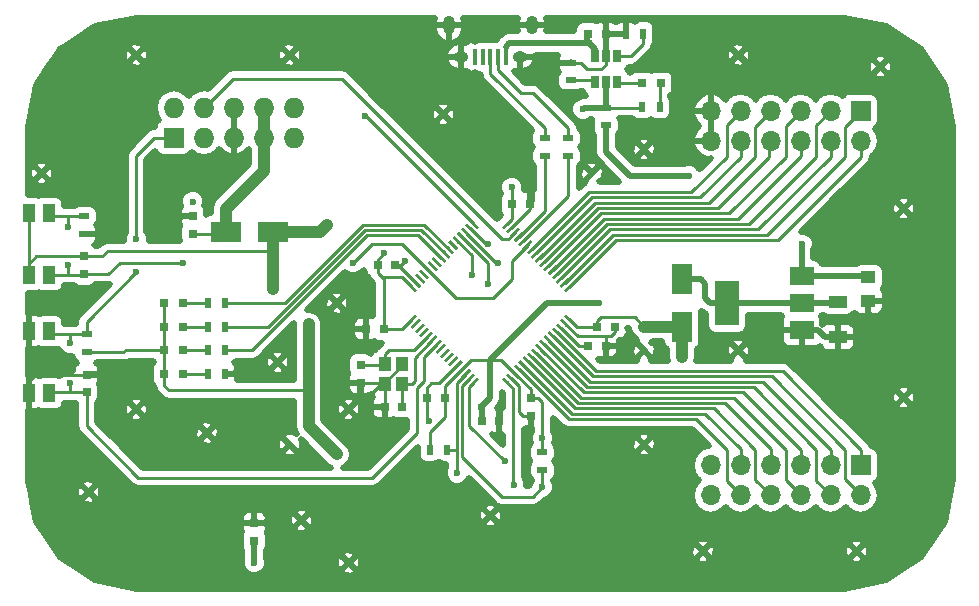
<source format=gtl>
G04 #@! TF.FileFunction,Copper,L1,Top,Signal*
%FSLAX46Y46*%
G04 Gerber Fmt 4.6, Leading zero omitted, Abs format (unit mm)*
G04 Created by KiCad (PCBNEW 4.0.7) date Tue Jan 16 16:57:22 2018*
%MOMM*%
%LPD*%
G01*
G04 APERTURE LIST*
%ADD10C,0.100000*%
%ADD11C,0.600000*%
%ADD12R,1.250000X1.000000*%
%ADD13R,1.600000X1.000000*%
%ADD14R,0.800000X0.750000*%
%ADD15R,0.750000X0.800000*%
%ADD16R,0.800000X0.800000*%
%ADD17R,1.800000X2.500000*%
%ADD18R,2.500000X1.800000*%
%ADD19R,0.900000X0.500000*%
%ADD20R,0.400000X1.350000*%
%ADD21O,1.250000X0.950000*%
%ADD22O,1.000000X1.550000*%
%ADD23R,1.700000X1.700000*%
%ADD24O,1.700000X1.700000*%
%ADD25R,0.500000X0.900000*%
%ADD26R,1.000000X1.550000*%
%ADD27R,2.000000X3.800000*%
%ADD28R,2.000000X1.500000*%
%ADD29R,0.650000X1.060000*%
%ADD30R,1.000000X1.150000*%
%ADD31R,1.727200X1.727200*%
%ADD32O,1.727200X1.727200*%
%ADD33C,0.500000*%
%ADD34C,0.250000*%
%ADD35C,1.000000*%
G04 APERTURE END LIST*
D10*
D11*
X74000000Y-93400000D03*
X98600000Y-64000000D03*
X123000000Y-55000000D03*
X125000000Y-67000000D03*
X111000000Y-54000000D03*
X103000000Y-62000000D03*
X125000000Y-83000000D03*
X121000000Y-96000000D03*
X103000000Y-79000000D03*
X111000000Y-79000000D03*
X108000000Y-96000000D03*
X103000000Y-87000000D03*
X90000000Y-93000000D03*
X56000000Y-91000000D03*
X78000000Y-97000000D03*
X78000000Y-84000000D03*
X73000000Y-87000000D03*
X60000000Y-84000000D03*
X66000000Y-86000000D03*
X72000000Y-80000000D03*
X77000000Y-75000000D03*
X86000000Y-59000000D03*
X73000000Y-54000000D03*
X60000000Y-54000000D03*
X52000000Y-64000000D03*
D12*
X122000000Y-72800000D03*
X122000000Y-74800000D03*
D13*
X119400000Y-74900000D03*
X119400000Y-77900000D03*
D14*
X99750000Y-52200000D03*
X98250000Y-52200000D03*
D15*
X64800000Y-67650000D03*
X64800000Y-69150000D03*
X79000000Y-81750000D03*
X79000000Y-80250000D03*
D14*
X81050000Y-83800000D03*
X82550000Y-83800000D03*
D15*
X55600000Y-72550000D03*
X55600000Y-71050000D03*
X55800000Y-82550000D03*
X55800000Y-81050000D03*
D14*
X99750000Y-78600000D03*
X98250000Y-78600000D03*
X84650000Y-83000000D03*
X86150000Y-83000000D03*
X79450000Y-77200000D03*
X80950000Y-77200000D03*
X81950000Y-71800000D03*
X80450000Y-71800000D03*
X100550000Y-77000000D03*
X99050000Y-77000000D03*
X93350000Y-66600000D03*
X91850000Y-66600000D03*
D15*
X93400000Y-84550000D03*
X93400000Y-83050000D03*
D16*
X62400000Y-81000000D03*
X64000000Y-81000000D03*
X62400000Y-75000000D03*
X64000000Y-75000000D03*
X62400000Y-77000000D03*
X64000000Y-77000000D03*
X62400000Y-79000000D03*
X64000000Y-79000000D03*
D17*
X106200000Y-77000000D03*
X106200000Y-73000000D03*
D16*
X104400000Y-56400000D03*
X102800000Y-56400000D03*
D18*
X71600000Y-69000000D03*
X67600000Y-69000000D03*
D19*
X99800000Y-58450000D03*
X99800000Y-59950000D03*
D20*
X91300000Y-54150000D03*
X90650000Y-54150000D03*
X90000000Y-54150000D03*
X89350000Y-54150000D03*
X88700000Y-54150000D03*
D21*
X92500000Y-54150000D03*
X87500000Y-54150000D03*
D22*
X93500000Y-51450000D03*
X86500000Y-51450000D03*
D23*
X121350000Y-88730000D03*
D24*
X121350000Y-91270000D03*
X118810000Y-88730000D03*
X118810000Y-91270000D03*
X116270000Y-88730000D03*
X116270000Y-91270000D03*
X113730000Y-88730000D03*
X113730000Y-91270000D03*
X111190000Y-88730000D03*
X111190000Y-91270000D03*
X108650000Y-88730000D03*
X108650000Y-91270000D03*
D23*
X121350000Y-58730000D03*
D24*
X121350000Y-61270000D03*
X118810000Y-58730000D03*
X118810000Y-61270000D03*
X116270000Y-58730000D03*
X116270000Y-61270000D03*
X113730000Y-58730000D03*
X113730000Y-61270000D03*
X111190000Y-58730000D03*
X111190000Y-61270000D03*
X108650000Y-58730000D03*
X108650000Y-61270000D03*
D25*
X67550000Y-81000000D03*
X66050000Y-81000000D03*
X67550000Y-75000000D03*
X66050000Y-75000000D03*
X67550000Y-77000000D03*
X66050000Y-77000000D03*
X67550000Y-79000000D03*
X66050000Y-79000000D03*
D19*
X96600000Y-61050000D03*
X96600000Y-62550000D03*
X94600000Y-61050000D03*
X94600000Y-62550000D03*
D25*
X102950000Y-52200000D03*
X101450000Y-52200000D03*
D19*
X96800000Y-54650000D03*
X96800000Y-56150000D03*
D25*
X102850000Y-58400000D03*
X104350000Y-58400000D03*
X84850000Y-87400000D03*
X86350000Y-87400000D03*
D19*
X94400000Y-89150000D03*
X94400000Y-87650000D03*
X55600000Y-67650000D03*
X55600000Y-69150000D03*
X55800000Y-79150000D03*
X55800000Y-77650000D03*
D26*
X52650000Y-67375000D03*
X52650000Y-72625000D03*
X50950000Y-72625000D03*
X50950000Y-67375000D03*
X52650000Y-77375000D03*
X52650000Y-82625000D03*
X50950000Y-82625000D03*
X50950000Y-77375000D03*
D27*
X110050000Y-75000000D03*
D28*
X116350000Y-75000000D03*
X116350000Y-72700000D03*
X116350000Y-77300000D03*
D29*
X98850000Y-56300000D03*
X99800000Y-56300000D03*
X100750000Y-56300000D03*
X100750000Y-54100000D03*
X98850000Y-54100000D03*
X99800000Y-54100000D03*
D10*
G36*
X83052676Y-76820800D02*
X82875899Y-76644023D01*
X83583006Y-75936916D01*
X83759783Y-76113693D01*
X83052676Y-76820800D01*
X83052676Y-76820800D01*
G37*
G36*
X83406229Y-77174354D02*
X83229452Y-76997577D01*
X83936559Y-76290470D01*
X84113336Y-76467247D01*
X83406229Y-77174354D01*
X83406229Y-77174354D01*
G37*
G36*
X83759783Y-77527907D02*
X83583006Y-77351130D01*
X84290113Y-76644023D01*
X84466890Y-76820800D01*
X83759783Y-77527907D01*
X83759783Y-77527907D01*
G37*
G36*
X84113336Y-77881460D02*
X83936559Y-77704683D01*
X84643666Y-76997576D01*
X84820443Y-77174353D01*
X84113336Y-77881460D01*
X84113336Y-77881460D01*
G37*
G36*
X84466889Y-78235014D02*
X84290112Y-78058237D01*
X84997219Y-77351130D01*
X85173996Y-77527907D01*
X84466889Y-78235014D01*
X84466889Y-78235014D01*
G37*
G36*
X84820443Y-78588567D02*
X84643666Y-78411790D01*
X85350773Y-77704683D01*
X85527550Y-77881460D01*
X84820443Y-78588567D01*
X84820443Y-78588567D01*
G37*
G36*
X85173996Y-78942121D02*
X84997219Y-78765344D01*
X85704326Y-78058237D01*
X85881103Y-78235014D01*
X85173996Y-78942121D01*
X85173996Y-78942121D01*
G37*
G36*
X85527550Y-79295674D02*
X85350773Y-79118897D01*
X86057880Y-78411790D01*
X86234657Y-78588567D01*
X85527550Y-79295674D01*
X85527550Y-79295674D01*
G37*
G36*
X85881103Y-79649227D02*
X85704326Y-79472450D01*
X86411433Y-78765343D01*
X86588210Y-78942120D01*
X85881103Y-79649227D01*
X85881103Y-79649227D01*
G37*
G36*
X86234656Y-80002781D02*
X86057879Y-79826004D01*
X86764986Y-79118897D01*
X86941763Y-79295674D01*
X86234656Y-80002781D01*
X86234656Y-80002781D01*
G37*
G36*
X86588210Y-80356334D02*
X86411433Y-80179557D01*
X87118540Y-79472450D01*
X87295317Y-79649227D01*
X86588210Y-80356334D01*
X86588210Y-80356334D01*
G37*
G36*
X86941763Y-80709888D02*
X86764986Y-80533111D01*
X87472093Y-79826004D01*
X87648870Y-80002781D01*
X86941763Y-80709888D01*
X86941763Y-80709888D01*
G37*
G36*
X87295317Y-81063441D02*
X87118540Y-80886664D01*
X87825647Y-80179557D01*
X88002424Y-80356334D01*
X87295317Y-81063441D01*
X87295317Y-81063441D01*
G37*
G36*
X87648870Y-81416994D02*
X87472093Y-81240217D01*
X88179200Y-80533110D01*
X88355977Y-80709887D01*
X87648870Y-81416994D01*
X87648870Y-81416994D01*
G37*
G36*
X88002423Y-81770548D02*
X87825646Y-81593771D01*
X88532753Y-80886664D01*
X88709530Y-81063441D01*
X88002423Y-81770548D01*
X88002423Y-81770548D01*
G37*
G36*
X88355977Y-82124101D02*
X88179200Y-81947324D01*
X88886307Y-81240217D01*
X89063084Y-81416994D01*
X88355977Y-82124101D01*
X88355977Y-82124101D01*
G37*
G36*
X91820800Y-81947324D02*
X91644023Y-82124101D01*
X90936916Y-81416994D01*
X91113693Y-81240217D01*
X91820800Y-81947324D01*
X91820800Y-81947324D01*
G37*
G36*
X92174354Y-81593771D02*
X91997577Y-81770548D01*
X91290470Y-81063441D01*
X91467247Y-80886664D01*
X92174354Y-81593771D01*
X92174354Y-81593771D01*
G37*
G36*
X92527907Y-81240217D02*
X92351130Y-81416994D01*
X91644023Y-80709887D01*
X91820800Y-80533110D01*
X92527907Y-81240217D01*
X92527907Y-81240217D01*
G37*
G36*
X92881460Y-80886664D02*
X92704683Y-81063441D01*
X91997576Y-80356334D01*
X92174353Y-80179557D01*
X92881460Y-80886664D01*
X92881460Y-80886664D01*
G37*
G36*
X93235014Y-80533111D02*
X93058237Y-80709888D01*
X92351130Y-80002781D01*
X92527907Y-79826004D01*
X93235014Y-80533111D01*
X93235014Y-80533111D01*
G37*
G36*
X93588567Y-80179557D02*
X93411790Y-80356334D01*
X92704683Y-79649227D01*
X92881460Y-79472450D01*
X93588567Y-80179557D01*
X93588567Y-80179557D01*
G37*
G36*
X93942121Y-79826004D02*
X93765344Y-80002781D01*
X93058237Y-79295674D01*
X93235014Y-79118897D01*
X93942121Y-79826004D01*
X93942121Y-79826004D01*
G37*
G36*
X94295674Y-79472450D02*
X94118897Y-79649227D01*
X93411790Y-78942120D01*
X93588567Y-78765343D01*
X94295674Y-79472450D01*
X94295674Y-79472450D01*
G37*
G36*
X94649227Y-79118897D02*
X94472450Y-79295674D01*
X93765343Y-78588567D01*
X93942120Y-78411790D01*
X94649227Y-79118897D01*
X94649227Y-79118897D01*
G37*
G36*
X95002781Y-78765344D02*
X94826004Y-78942121D01*
X94118897Y-78235014D01*
X94295674Y-78058237D01*
X95002781Y-78765344D01*
X95002781Y-78765344D01*
G37*
G36*
X95356334Y-78411790D02*
X95179557Y-78588567D01*
X94472450Y-77881460D01*
X94649227Y-77704683D01*
X95356334Y-78411790D01*
X95356334Y-78411790D01*
G37*
G36*
X95709888Y-78058237D02*
X95533111Y-78235014D01*
X94826004Y-77527907D01*
X95002781Y-77351130D01*
X95709888Y-78058237D01*
X95709888Y-78058237D01*
G37*
G36*
X96063441Y-77704683D02*
X95886664Y-77881460D01*
X95179557Y-77174353D01*
X95356334Y-76997576D01*
X96063441Y-77704683D01*
X96063441Y-77704683D01*
G37*
G36*
X96416994Y-77351130D02*
X96240217Y-77527907D01*
X95533110Y-76820800D01*
X95709887Y-76644023D01*
X96416994Y-77351130D01*
X96416994Y-77351130D01*
G37*
G36*
X96770548Y-76997577D02*
X96593771Y-77174354D01*
X95886664Y-76467247D01*
X96063441Y-76290470D01*
X96770548Y-76997577D01*
X96770548Y-76997577D01*
G37*
G36*
X97124101Y-76644023D02*
X96947324Y-76820800D01*
X96240217Y-76113693D01*
X96416994Y-75936916D01*
X97124101Y-76644023D01*
X97124101Y-76644023D01*
G37*
G36*
X96416994Y-74063084D02*
X96240217Y-73886307D01*
X96947324Y-73179200D01*
X97124101Y-73355977D01*
X96416994Y-74063084D01*
X96416994Y-74063084D01*
G37*
G36*
X96063441Y-73709530D02*
X95886664Y-73532753D01*
X96593771Y-72825646D01*
X96770548Y-73002423D01*
X96063441Y-73709530D01*
X96063441Y-73709530D01*
G37*
G36*
X95709887Y-73355977D02*
X95533110Y-73179200D01*
X96240217Y-72472093D01*
X96416994Y-72648870D01*
X95709887Y-73355977D01*
X95709887Y-73355977D01*
G37*
G36*
X95356334Y-73002424D02*
X95179557Y-72825647D01*
X95886664Y-72118540D01*
X96063441Y-72295317D01*
X95356334Y-73002424D01*
X95356334Y-73002424D01*
G37*
G36*
X95002781Y-72648870D02*
X94826004Y-72472093D01*
X95533111Y-71764986D01*
X95709888Y-71941763D01*
X95002781Y-72648870D01*
X95002781Y-72648870D01*
G37*
G36*
X94649227Y-72295317D02*
X94472450Y-72118540D01*
X95179557Y-71411433D01*
X95356334Y-71588210D01*
X94649227Y-72295317D01*
X94649227Y-72295317D01*
G37*
G36*
X94295674Y-71941763D02*
X94118897Y-71764986D01*
X94826004Y-71057879D01*
X95002781Y-71234656D01*
X94295674Y-71941763D01*
X94295674Y-71941763D01*
G37*
G36*
X93942120Y-71588210D02*
X93765343Y-71411433D01*
X94472450Y-70704326D01*
X94649227Y-70881103D01*
X93942120Y-71588210D01*
X93942120Y-71588210D01*
G37*
G36*
X93588567Y-71234657D02*
X93411790Y-71057880D01*
X94118897Y-70350773D01*
X94295674Y-70527550D01*
X93588567Y-71234657D01*
X93588567Y-71234657D01*
G37*
G36*
X93235014Y-70881103D02*
X93058237Y-70704326D01*
X93765344Y-69997219D01*
X93942121Y-70173996D01*
X93235014Y-70881103D01*
X93235014Y-70881103D01*
G37*
G36*
X92881460Y-70527550D02*
X92704683Y-70350773D01*
X93411790Y-69643666D01*
X93588567Y-69820443D01*
X92881460Y-70527550D01*
X92881460Y-70527550D01*
G37*
G36*
X92527907Y-70173996D02*
X92351130Y-69997219D01*
X93058237Y-69290112D01*
X93235014Y-69466889D01*
X92527907Y-70173996D01*
X92527907Y-70173996D01*
G37*
G36*
X92174353Y-69820443D02*
X91997576Y-69643666D01*
X92704683Y-68936559D01*
X92881460Y-69113336D01*
X92174353Y-69820443D01*
X92174353Y-69820443D01*
G37*
G36*
X91820800Y-69466890D02*
X91644023Y-69290113D01*
X92351130Y-68583006D01*
X92527907Y-68759783D01*
X91820800Y-69466890D01*
X91820800Y-69466890D01*
G37*
G36*
X91467247Y-69113336D02*
X91290470Y-68936559D01*
X91997577Y-68229452D01*
X92174354Y-68406229D01*
X91467247Y-69113336D01*
X91467247Y-69113336D01*
G37*
G36*
X91113693Y-68759783D02*
X90936916Y-68583006D01*
X91644023Y-67875899D01*
X91820800Y-68052676D01*
X91113693Y-68759783D01*
X91113693Y-68759783D01*
G37*
G36*
X89063084Y-68583006D02*
X88886307Y-68759783D01*
X88179200Y-68052676D01*
X88355977Y-67875899D01*
X89063084Y-68583006D01*
X89063084Y-68583006D01*
G37*
G36*
X88709530Y-68936559D02*
X88532753Y-69113336D01*
X87825646Y-68406229D01*
X88002423Y-68229452D01*
X88709530Y-68936559D01*
X88709530Y-68936559D01*
G37*
G36*
X88355977Y-69290113D02*
X88179200Y-69466890D01*
X87472093Y-68759783D01*
X87648870Y-68583006D01*
X88355977Y-69290113D01*
X88355977Y-69290113D01*
G37*
G36*
X88002424Y-69643666D02*
X87825647Y-69820443D01*
X87118540Y-69113336D01*
X87295317Y-68936559D01*
X88002424Y-69643666D01*
X88002424Y-69643666D01*
G37*
G36*
X87648870Y-69997219D02*
X87472093Y-70173996D01*
X86764986Y-69466889D01*
X86941763Y-69290112D01*
X87648870Y-69997219D01*
X87648870Y-69997219D01*
G37*
G36*
X87295317Y-70350773D02*
X87118540Y-70527550D01*
X86411433Y-69820443D01*
X86588210Y-69643666D01*
X87295317Y-70350773D01*
X87295317Y-70350773D01*
G37*
G36*
X86941763Y-70704326D02*
X86764986Y-70881103D01*
X86057879Y-70173996D01*
X86234656Y-69997219D01*
X86941763Y-70704326D01*
X86941763Y-70704326D01*
G37*
G36*
X86588210Y-71057880D02*
X86411433Y-71234657D01*
X85704326Y-70527550D01*
X85881103Y-70350773D01*
X86588210Y-71057880D01*
X86588210Y-71057880D01*
G37*
G36*
X86234657Y-71411433D02*
X86057880Y-71588210D01*
X85350773Y-70881103D01*
X85527550Y-70704326D01*
X86234657Y-71411433D01*
X86234657Y-71411433D01*
G37*
G36*
X85881103Y-71764986D02*
X85704326Y-71941763D01*
X84997219Y-71234656D01*
X85173996Y-71057879D01*
X85881103Y-71764986D01*
X85881103Y-71764986D01*
G37*
G36*
X85527550Y-72118540D02*
X85350773Y-72295317D01*
X84643666Y-71588210D01*
X84820443Y-71411433D01*
X85527550Y-72118540D01*
X85527550Y-72118540D01*
G37*
G36*
X85173996Y-72472093D02*
X84997219Y-72648870D01*
X84290112Y-71941763D01*
X84466889Y-71764986D01*
X85173996Y-72472093D01*
X85173996Y-72472093D01*
G37*
G36*
X84820443Y-72825647D02*
X84643666Y-73002424D01*
X83936559Y-72295317D01*
X84113336Y-72118540D01*
X84820443Y-72825647D01*
X84820443Y-72825647D01*
G37*
G36*
X84466890Y-73179200D02*
X84290113Y-73355977D01*
X83583006Y-72648870D01*
X83759783Y-72472093D01*
X84466890Y-73179200D01*
X84466890Y-73179200D01*
G37*
G36*
X84113336Y-73532753D02*
X83936559Y-73709530D01*
X83229452Y-73002423D01*
X83406229Y-72825646D01*
X84113336Y-73532753D01*
X84113336Y-73532753D01*
G37*
G36*
X83759783Y-73886307D02*
X83583006Y-74063084D01*
X82875899Y-73355977D01*
X83052676Y-73179200D01*
X83759783Y-73886307D01*
X83759783Y-73886307D01*
G37*
D30*
X81100000Y-80125000D03*
X81100000Y-81875000D03*
X82500000Y-81875000D03*
X82500000Y-80125000D03*
D31*
X63200000Y-61000000D03*
D32*
X63200000Y-58460000D03*
X65740000Y-61000000D03*
X65740000Y-58460000D03*
X68280000Y-61000000D03*
X68280000Y-58460000D03*
X70820000Y-61000000D03*
X70820000Y-58460000D03*
X73360000Y-61000000D03*
X73360000Y-58460000D03*
D14*
X90750000Y-85000000D03*
X89250000Y-85000000D03*
D15*
X70000000Y-93650000D03*
X70000000Y-95150000D03*
D11*
X64800000Y-66400000D03*
X106800000Y-64200000D03*
X116400000Y-70000000D03*
X122000000Y-76800000D03*
X121000000Y-77900000D03*
X68800000Y-81000000D03*
X72600000Y-92400000D03*
X70000000Y-92400000D03*
X57800000Y-81000000D03*
X58200000Y-69200000D03*
X93600000Y-64800000D03*
X123600000Y-74800000D03*
X119400000Y-79000000D03*
X99800000Y-79600000D03*
X80200000Y-79000000D03*
X82800000Y-71400000D03*
X79800000Y-82800000D03*
X84800000Y-85000000D03*
X93200000Y-85600000D03*
X100600000Y-52200000D03*
X90800000Y-83800000D03*
X74600000Y-76800000D03*
X71600000Y-73800000D03*
X77000000Y-87800000D03*
X106200000Y-79600000D03*
X99200000Y-75000000D03*
X81000000Y-70800000D03*
X91800000Y-65200000D03*
X76200000Y-68400000D03*
X103000000Y-77000000D03*
X89200000Y-83800000D03*
X70000000Y-97000000D03*
X94400000Y-86400000D03*
X60000000Y-69600000D03*
X60000000Y-72400000D03*
X54400000Y-78400000D03*
X54400000Y-81800000D03*
X97800000Y-58600000D03*
X79400000Y-59200000D03*
X87200000Y-89400000D03*
X94400000Y-90600000D03*
X91200000Y-88400000D03*
X92000000Y-90400000D03*
X88400000Y-72600000D03*
X90600000Y-71600000D03*
X89800000Y-73400000D03*
X89800000Y-70000000D03*
X54200000Y-71800000D03*
X54200000Y-68600000D03*
X78400000Y-71600000D03*
X64000000Y-71600000D03*
D33*
X116350000Y-72700000D02*
X116350000Y-70050000D01*
X99800000Y-62200000D02*
X99800000Y-59950000D01*
X101800000Y-64200000D02*
X99800000Y-62200000D01*
X106800000Y-64200000D02*
X101800000Y-64200000D01*
X116350000Y-70050000D02*
X116400000Y-70000000D01*
X116350000Y-72700000D02*
X121900000Y-72700000D01*
X121900000Y-72700000D02*
X122000000Y-72800000D01*
D34*
X67550000Y-81000000D02*
X68800000Y-81000000D01*
D33*
X70000000Y-93650000D02*
X70000000Y-92400000D01*
X70000000Y-92400000D02*
X72600000Y-92400000D01*
D34*
X55800000Y-81050000D02*
X55850000Y-81000000D01*
X55850000Y-81000000D02*
X57800000Y-81000000D01*
X55600000Y-69150000D02*
X55650000Y-69200000D01*
X55650000Y-69200000D02*
X58200000Y-69200000D01*
X93350000Y-66600000D02*
X93600000Y-66350000D01*
X93600000Y-66350000D02*
X93600000Y-64800000D01*
X122000000Y-74800000D02*
X123600000Y-74800000D01*
X119400000Y-77900000D02*
X119400000Y-79000000D01*
X99750000Y-78600000D02*
X99800000Y-78650000D01*
X99800000Y-78650000D02*
X99800000Y-79600000D01*
X79450000Y-77200000D02*
X79450000Y-78250000D01*
X79450000Y-78250000D02*
X80200000Y-79000000D01*
X81950000Y-71800000D02*
X82400000Y-71800000D01*
X82400000Y-71800000D02*
X82800000Y-71400000D01*
X81100000Y-81875000D02*
X80725000Y-81875000D01*
X80725000Y-81875000D02*
X79800000Y-82800000D01*
X84650000Y-83000000D02*
X84650000Y-84850000D01*
X84650000Y-84850000D02*
X84800000Y-85000000D01*
X93400000Y-84550000D02*
X93400000Y-85400000D01*
X93400000Y-85400000D02*
X93200000Y-85600000D01*
D33*
X99750000Y-52200000D02*
X100600000Y-52200000D01*
X90750000Y-85000000D02*
X90800000Y-84950000D01*
X90800000Y-84950000D02*
X90800000Y-83800000D01*
D34*
X50950000Y-81600000D02*
X51500000Y-81050000D01*
X51500000Y-81050000D02*
X55800000Y-81050000D01*
X50950000Y-77375000D02*
X50950000Y-81600000D01*
X50950000Y-81600000D02*
X50950000Y-82625000D01*
X91732412Y-68671394D02*
X93350000Y-67053806D01*
X93350000Y-67053806D02*
X93350000Y-66600000D01*
X96800000Y-54650000D02*
X97650000Y-54650000D01*
X99800000Y-54800000D02*
X99800000Y-54100000D01*
X99400000Y-55200000D02*
X99800000Y-54800000D01*
X98200000Y-55200000D02*
X99400000Y-55200000D01*
X97650000Y-54650000D02*
X98200000Y-55200000D01*
X99750000Y-52200000D02*
X101450000Y-52200000D01*
D33*
X99750000Y-52200000D02*
X99750000Y-54050000D01*
X99750000Y-54050000D02*
X99800000Y-54100000D01*
D34*
X99850000Y-54050000D02*
X99800000Y-54100000D01*
X83671394Y-73267588D02*
X82203806Y-71800000D01*
X82203806Y-71800000D02*
X81950000Y-71800000D01*
D33*
X119400000Y-77900000D02*
X121000000Y-77900000D01*
X121000000Y-77900000D02*
X121000000Y-77900000D01*
X121000000Y-77900000D02*
X120900000Y-77900000D01*
X122000000Y-76800000D02*
X122000000Y-74800000D01*
X120900000Y-77900000D02*
X122000000Y-76800000D01*
X116350000Y-77300000D02*
X117700000Y-77300000D01*
X118300000Y-77900000D02*
X119400000Y-77900000D01*
X117700000Y-77300000D02*
X118300000Y-77900000D01*
D34*
X99750000Y-78600000D02*
X99750000Y-77800000D01*
X96328606Y-76732412D02*
X97396194Y-77800000D01*
X100550000Y-77450000D02*
X100550000Y-77000000D01*
X100200000Y-77800000D02*
X100550000Y-77450000D01*
X97396194Y-77800000D02*
X99750000Y-77800000D01*
X99750000Y-77800000D02*
X100200000Y-77800000D01*
X91732412Y-81328606D02*
X92400000Y-81996194D01*
X92750000Y-84550000D02*
X93400000Y-84550000D01*
X92400000Y-84200000D02*
X92750000Y-84550000D01*
X92400000Y-81996194D02*
X92400000Y-84200000D01*
X82500000Y-80125000D02*
X82500000Y-80300000D01*
X82500000Y-80300000D02*
X81100000Y-81700000D01*
X81100000Y-81700000D02*
X81100000Y-81875000D01*
X79000000Y-81750000D02*
X80975000Y-81750000D01*
X80975000Y-81750000D02*
X81100000Y-81875000D01*
X81050000Y-83800000D02*
X81050000Y-81925000D01*
X81050000Y-81925000D02*
X81100000Y-81875000D01*
X87206928Y-80267946D02*
X85674874Y-81800000D01*
X84650000Y-82150000D02*
X84650000Y-83000000D01*
X85000000Y-81800000D02*
X84650000Y-82150000D01*
X85674874Y-81800000D02*
X85000000Y-81800000D01*
D33*
X110050000Y-75000000D02*
X108600000Y-75000000D01*
X107800000Y-73000000D02*
X106200000Y-73000000D01*
X108200000Y-73400000D02*
X107800000Y-73000000D01*
X108200000Y-74600000D02*
X108200000Y-73400000D01*
X108600000Y-75000000D02*
X108200000Y-74600000D01*
X116350000Y-75000000D02*
X110050000Y-75000000D01*
X116350000Y-75000000D02*
X119300000Y-75000000D01*
X119300000Y-75000000D02*
X119400000Y-74900000D01*
X98200000Y-52800000D02*
X98200000Y-52250000D01*
X98200000Y-52250000D02*
X98250000Y-52200000D01*
D34*
X91300000Y-54150000D02*
X91300000Y-53300000D01*
D33*
X98850000Y-53450000D02*
X98850000Y-54100000D01*
X98400000Y-53000000D02*
X98200000Y-52800000D01*
X98200000Y-52800000D02*
X98850000Y-53450000D01*
X91600000Y-53000000D02*
X98400000Y-53000000D01*
X91300000Y-53300000D02*
X91600000Y-53000000D01*
D35*
X70800000Y-63800000D02*
X70820000Y-63780000D01*
X70820000Y-63780000D02*
X70820000Y-58460000D01*
X67600000Y-69000000D02*
X67600000Y-67000000D01*
X67600000Y-67000000D02*
X70800000Y-63800000D01*
D34*
X64800000Y-69150000D02*
X67450000Y-69150000D01*
X67450000Y-69150000D02*
X67600000Y-69000000D01*
X79000000Y-80250000D02*
X80975000Y-80250000D01*
X80975000Y-80250000D02*
X81100000Y-80125000D01*
X81100000Y-80125000D02*
X81100000Y-79300000D01*
X83525126Y-79000000D02*
X84732054Y-77793072D01*
X81400000Y-79000000D02*
X83525126Y-79000000D01*
X81100000Y-79300000D02*
X81400000Y-79000000D01*
X82550000Y-83800000D02*
X82550000Y-81925000D01*
X82550000Y-81925000D02*
X82500000Y-81875000D01*
X82500000Y-81875000D02*
X83325000Y-81875000D01*
X83600000Y-79632233D02*
X85085608Y-78146625D01*
X83600000Y-81600000D02*
X83600000Y-79632233D01*
X83325000Y-81875000D02*
X83600000Y-81600000D01*
X55800000Y-79150000D02*
X58950000Y-79150000D01*
X59100000Y-79000000D02*
X62400000Y-79000000D01*
X58950000Y-79150000D02*
X59100000Y-79000000D01*
X74600000Y-82400000D02*
X62800000Y-82400000D01*
X62400000Y-82000000D02*
X62400000Y-79000000D01*
X62800000Y-82400000D02*
X62400000Y-82000000D01*
X62400000Y-79000000D02*
X62400000Y-77000000D01*
X62400000Y-77000000D02*
X62400000Y-75000000D01*
D35*
X74600000Y-85400000D02*
X74600000Y-85200000D01*
X74600000Y-76800000D02*
X74600000Y-82400000D01*
X74600000Y-82400000D02*
X74600000Y-85200000D01*
X71600000Y-69000000D02*
X71600000Y-73800000D01*
X77000000Y-87800000D02*
X74600000Y-85400000D01*
D34*
X71600000Y-69000000D02*
X71600000Y-70200000D01*
X57150000Y-71050000D02*
X55600000Y-71050000D01*
X57600000Y-70600000D02*
X57150000Y-71050000D01*
X71200000Y-70600000D02*
X57600000Y-70600000D01*
X71600000Y-70200000D02*
X71200000Y-70600000D01*
D35*
X106200000Y-77000000D02*
X106200000Y-79600000D01*
D34*
X92085965Y-80975052D02*
X90910913Y-79800000D01*
X90910913Y-79800000D02*
X90000000Y-79800000D01*
X87560482Y-80621499D02*
X88381981Y-79800000D01*
X88381981Y-79800000D02*
X90000000Y-79800000D01*
D33*
X89200000Y-83800000D02*
X90000000Y-83000000D01*
X90000000Y-83000000D02*
X90000000Y-79800000D01*
X94800000Y-75000000D02*
X99200000Y-75000000D01*
X90000000Y-79800000D02*
X94800000Y-75000000D01*
D34*
X80950000Y-77200000D02*
X80950000Y-72950000D01*
X80950000Y-72950000D02*
X80800000Y-72800000D01*
X80450000Y-71800000D02*
X80450000Y-71350000D01*
X80450000Y-71350000D02*
X81000000Y-70800000D01*
X91850000Y-66600000D02*
X91850000Y-65250000D01*
X91850000Y-65250000D02*
X91800000Y-65200000D01*
X99050000Y-77000000D02*
X99050000Y-76550000D01*
X102200000Y-76200000D02*
X103000000Y-77000000D01*
X99400000Y-76200000D02*
X102200000Y-76200000D01*
X99050000Y-76550000D02*
X99400000Y-76200000D01*
D35*
X71600000Y-69000000D02*
X75600000Y-69000000D01*
X75600000Y-69000000D02*
X76200000Y-68400000D01*
X103000000Y-77000000D02*
X106200000Y-77000000D01*
D33*
X89250000Y-85000000D02*
X89250000Y-83850000D01*
X89250000Y-83850000D02*
X89200000Y-83800000D01*
X70000000Y-97000000D02*
X70000000Y-95150000D01*
D34*
X84850000Y-87400000D02*
X84850000Y-85950000D01*
X86150000Y-84650000D02*
X86150000Y-83000000D01*
X84850000Y-85950000D02*
X86150000Y-84650000D01*
X93400000Y-83050000D02*
X94050000Y-83050000D01*
X94400000Y-83400000D02*
X94400000Y-86400000D01*
X94050000Y-83050000D02*
X94400000Y-83400000D01*
X94400000Y-86400000D02*
X94400000Y-87650000D01*
X55600000Y-71050000D02*
X51550000Y-71050000D01*
X51550000Y-71050000D02*
X50950000Y-71650000D01*
X50950000Y-72625000D02*
X50950000Y-71650000D01*
X50950000Y-71650000D02*
X50950000Y-67375000D01*
X91378858Y-68317841D02*
X91850000Y-67846699D01*
X91850000Y-67846699D02*
X91850000Y-66600000D01*
X83317841Y-73621142D02*
X82496699Y-72800000D01*
X82496699Y-72800000D02*
X80800000Y-72800000D01*
X80450000Y-72450000D02*
X80450000Y-71800000D01*
X80800000Y-72800000D02*
X80450000Y-72450000D01*
X99050000Y-77000000D02*
X97303301Y-77000000D01*
X97303301Y-77000000D02*
X96682159Y-76378858D01*
X93400000Y-83050000D02*
X93400000Y-82289087D01*
X93400000Y-82289087D02*
X92085965Y-80975052D01*
X83317841Y-76378858D02*
X82496699Y-77200000D01*
X82496699Y-77200000D02*
X80950000Y-77200000D01*
X87560482Y-80621499D02*
X86150000Y-82031981D01*
X86150000Y-82031981D02*
X86150000Y-83000000D01*
X60000000Y-62540000D02*
X61540000Y-61000000D01*
X60000000Y-72400000D02*
X55800000Y-76600000D01*
X55800000Y-77650000D02*
X55800000Y-76600000D01*
X60000000Y-62540000D02*
X60000000Y-69600000D01*
X61540000Y-61000000D02*
X63200000Y-61000000D01*
X54400000Y-82550000D02*
X54400000Y-81800000D01*
X54400000Y-78400000D02*
X54400000Y-77650000D01*
X55800000Y-82550000D02*
X55800000Y-85400000D01*
X84400000Y-79539340D02*
X85439161Y-78500179D01*
X84400000Y-81600000D02*
X84400000Y-79539340D01*
X83800000Y-82200000D02*
X84400000Y-81600000D01*
X83800000Y-86000000D02*
X83800000Y-82200000D01*
X80000000Y-89800000D02*
X83800000Y-86000000D01*
X60200000Y-89800000D02*
X80000000Y-89800000D01*
X55800000Y-85400000D02*
X60200000Y-89800000D01*
X55800000Y-77650000D02*
X54400000Y-77650000D01*
X54400000Y-77650000D02*
X52925000Y-77650000D01*
X52925000Y-77650000D02*
X52650000Y-77375000D01*
X52650000Y-82625000D02*
X52725000Y-82550000D01*
X52725000Y-82550000D02*
X54400000Y-82550000D01*
X54400000Y-82550000D02*
X55800000Y-82550000D01*
X95975052Y-77085965D02*
X97489087Y-78600000D01*
X97489087Y-78600000D02*
X98250000Y-78600000D01*
X64000000Y-81000000D02*
X66050000Y-81000000D01*
X66050000Y-75000000D02*
X64000000Y-75000000D01*
X64000000Y-77000000D02*
X66050000Y-77000000D01*
X66050000Y-79000000D02*
X64000000Y-79000000D01*
X104350000Y-58400000D02*
X104350000Y-56450000D01*
X104350000Y-56450000D02*
X104400000Y-56400000D01*
X102800000Y-56400000D02*
X100850000Y-56400000D01*
X100850000Y-56400000D02*
X100750000Y-56300000D01*
D33*
X97950000Y-58450000D02*
X99800000Y-58450000D01*
X97800000Y-58600000D02*
X97950000Y-58450000D01*
X99800000Y-56300000D02*
X99800000Y-58450000D01*
D34*
X99800000Y-58450000D02*
X102800000Y-58450000D01*
X102800000Y-58450000D02*
X102850000Y-58400000D01*
X90650000Y-54150000D02*
X90650000Y-55250000D01*
X96600000Y-60200000D02*
X96600000Y-61050000D01*
X93600000Y-57200000D02*
X96600000Y-60200000D01*
X92600000Y-57200000D02*
X93600000Y-57200000D01*
X90650000Y-55250000D02*
X92600000Y-57200000D01*
X90000000Y-54150000D02*
X90000000Y-55600000D01*
X94600000Y-60200000D02*
X94600000Y-61050000D01*
X90000000Y-55600000D02*
X94600000Y-60200000D01*
X96618019Y-84800000D02*
X107400000Y-84800000D01*
X107400000Y-84800000D02*
X110000000Y-87400000D01*
X110000000Y-87400000D02*
X110000000Y-90080000D01*
X110000000Y-90080000D02*
X111190000Y-91270000D01*
X92439518Y-80621499D02*
X96618019Y-84800000D01*
X92439518Y-80621499D02*
X96618019Y-84800000D01*
X110000000Y-90080000D02*
X111190000Y-91270000D01*
X110000000Y-87400000D02*
X110000000Y-90080000D01*
X107400000Y-84800000D02*
X110000000Y-87400000D01*
X96618019Y-84800000D02*
X107400000Y-84800000D01*
X96618019Y-84800000D02*
X107400000Y-84800000D01*
X107400000Y-84800000D02*
X110000000Y-87400000D01*
X110000000Y-87400000D02*
X110000000Y-90080000D01*
X110000000Y-90080000D02*
X111190000Y-91270000D01*
X92439518Y-80621499D02*
X96618019Y-84800000D01*
X92439518Y-80621499D02*
X96618019Y-84800000D01*
X110000000Y-90080000D02*
X111190000Y-91270000D01*
X110000000Y-87400000D02*
X110000000Y-90080000D01*
X107400000Y-84800000D02*
X110000000Y-87400000D01*
X96618019Y-84800000D02*
X107400000Y-84800000D01*
X97132229Y-83899996D02*
X108899996Y-83899996D01*
X108899996Y-83899996D02*
X112400000Y-87400000D01*
X112400000Y-87400000D02*
X112400000Y-89940000D01*
X112400000Y-89940000D02*
X113730000Y-91270000D01*
X93146625Y-79914392D02*
X97132229Y-83899996D01*
X93146625Y-79914392D02*
X97132229Y-83899996D01*
X112400000Y-89940000D02*
X113730000Y-91270000D01*
X112400000Y-87400000D02*
X112400000Y-89940000D01*
X108899996Y-83899996D02*
X112400000Y-87400000D01*
X97132229Y-83899996D02*
X108899996Y-83899996D01*
X97132229Y-83899996D02*
X108899996Y-83899996D01*
X108899996Y-83899996D02*
X112400000Y-87400000D01*
X112400000Y-87400000D02*
X112400000Y-89940000D01*
X112400000Y-89940000D02*
X113730000Y-91270000D01*
X93146625Y-79914392D02*
X97132229Y-83899996D01*
X93146625Y-79914392D02*
X97132229Y-83899996D01*
X112400000Y-89940000D02*
X113730000Y-91270000D01*
X112400000Y-87400000D02*
X112400000Y-89940000D01*
X108899996Y-83899996D02*
X112400000Y-87400000D01*
X97132229Y-83899996D02*
X108899996Y-83899996D01*
X97646439Y-82999992D02*
X110599992Y-82999992D01*
X110599992Y-82999992D02*
X115000000Y-87400000D01*
X115000000Y-87400000D02*
X115000000Y-90000000D01*
X115000000Y-90000000D02*
X116270000Y-91270000D01*
X93853732Y-79207285D02*
X97646439Y-82999992D01*
X93853732Y-79207285D02*
X97646439Y-82999992D01*
X115000000Y-90000000D02*
X116270000Y-91270000D01*
X115000000Y-87400000D02*
X115000000Y-90000000D01*
X110599992Y-82999992D02*
X115000000Y-87400000D01*
X97646439Y-82999992D02*
X110599992Y-82999992D01*
X97646439Y-82999992D02*
X110599992Y-82999992D01*
X110599992Y-82999992D02*
X115000000Y-87400000D01*
X115000000Y-87400000D02*
X115000000Y-90000000D01*
X115000000Y-90000000D02*
X116270000Y-91270000D01*
X93853732Y-79207285D02*
X97646439Y-82999992D01*
X93853732Y-79207285D02*
X97646439Y-82999992D01*
X115000000Y-90000000D02*
X116270000Y-91270000D01*
X115000000Y-87400000D02*
X115000000Y-90000000D01*
X110599992Y-82999992D02*
X115000000Y-87400000D01*
X97646439Y-82999992D02*
X110599992Y-82999992D01*
X98160648Y-82099988D02*
X112299988Y-82099988D01*
X112299988Y-82099988D02*
X117600000Y-87400000D01*
X117600000Y-87400000D02*
X117600000Y-90060000D01*
X117600000Y-90060000D02*
X118810000Y-91270000D01*
X94560839Y-78500179D02*
X98160648Y-82099988D01*
X94560839Y-78500179D02*
X98160648Y-82099988D01*
X117600000Y-90060000D02*
X118810000Y-91270000D01*
X117600000Y-87400000D02*
X117600000Y-90060000D01*
X112299988Y-82099988D02*
X117600000Y-87400000D01*
X98160648Y-82099988D02*
X112299988Y-82099988D01*
X98160648Y-82099988D02*
X112299988Y-82099988D01*
X112299988Y-82099988D02*
X117600000Y-87400000D01*
X117600000Y-87400000D02*
X117600000Y-90060000D01*
X117600000Y-90060000D02*
X118810000Y-91270000D01*
X94560839Y-78500179D02*
X98160648Y-82099988D01*
X94560839Y-78500179D02*
X98160648Y-82099988D01*
X117600000Y-90060000D02*
X118810000Y-91270000D01*
X117600000Y-87400000D02*
X117600000Y-90060000D01*
X112299988Y-82099988D02*
X117600000Y-87400000D01*
X98160648Y-82099988D02*
X112299988Y-82099988D01*
X98674858Y-81199984D02*
X113799984Y-81199984D01*
X113799984Y-81199984D02*
X120000000Y-87400000D01*
X120000000Y-87400000D02*
X120000000Y-89920000D01*
X120000000Y-89920000D02*
X121350000Y-91270000D01*
X95267946Y-77793072D02*
X98674858Y-81199984D01*
X95267946Y-77793072D02*
X98674858Y-81199984D01*
X120000000Y-89920000D02*
X121350000Y-91270000D01*
X120000000Y-87400000D02*
X120000000Y-89920000D01*
X113799984Y-81199984D02*
X120000000Y-87400000D01*
X98674858Y-81199984D02*
X113799984Y-81199984D01*
X98674858Y-81199984D02*
X113799984Y-81199984D01*
X113799984Y-81199984D02*
X120000000Y-87400000D01*
X120000000Y-87400000D02*
X120000000Y-89920000D01*
X120000000Y-89920000D02*
X121350000Y-91270000D01*
X95267946Y-77793072D02*
X98674858Y-81199984D01*
X95267946Y-77793072D02*
X98674858Y-81199984D01*
X120000000Y-89920000D02*
X121350000Y-91270000D01*
X120000000Y-87400000D02*
X120000000Y-89920000D01*
X113799984Y-81199984D02*
X120000000Y-87400000D01*
X98674858Y-81199984D02*
X113799984Y-81199984D01*
X121400000Y-88680000D02*
X121350000Y-88730000D01*
X98931963Y-80749982D02*
X113986380Y-80749982D01*
X113986380Y-80749982D02*
X114749982Y-80749982D01*
X114749982Y-80749982D02*
X121400000Y-87400000D01*
X121400000Y-87400000D02*
X121400000Y-88680000D01*
X95621499Y-77439518D02*
X98931963Y-80749982D01*
X95621499Y-77439518D02*
X98931963Y-80749982D01*
X121400000Y-87400000D02*
X121400000Y-88680000D01*
X114749982Y-80749982D02*
X121400000Y-87400000D01*
X113986380Y-80749982D02*
X114749982Y-80749982D01*
X98931963Y-80749982D02*
X113986380Y-80749982D01*
X121400000Y-88680000D02*
X121350000Y-88730000D01*
X121400000Y-88680000D02*
X121350000Y-88730000D01*
X98931963Y-80749982D02*
X113986380Y-80749982D01*
X113986380Y-80749982D02*
X114749982Y-80749982D01*
X114749982Y-80749982D02*
X121400000Y-87400000D01*
X121400000Y-87400000D02*
X121400000Y-88680000D01*
X95621499Y-77439518D02*
X98931963Y-80749982D01*
X95621499Y-77439518D02*
X98931963Y-80749982D01*
X121400000Y-87400000D02*
X121400000Y-88680000D01*
X114749982Y-80749982D02*
X121400000Y-87400000D01*
X113986380Y-80749982D02*
X114749982Y-80749982D01*
X98931963Y-80749982D02*
X113986380Y-80749982D01*
X121400000Y-88680000D02*
X121350000Y-88730000D01*
X118800000Y-88720000D02*
X118810000Y-88730000D01*
X98417753Y-81649986D02*
X113049986Y-81649986D01*
X113049986Y-81649986D02*
X118800000Y-87400000D01*
X118800000Y-87400000D02*
X118800000Y-88720000D01*
X94914392Y-78146625D02*
X98417753Y-81649986D01*
X94914392Y-78146625D02*
X98417753Y-81649986D01*
X118800000Y-87400000D02*
X118800000Y-88720000D01*
X113049986Y-81649986D02*
X118800000Y-87400000D01*
X98417753Y-81649986D02*
X113049986Y-81649986D01*
X118800000Y-88720000D02*
X118810000Y-88730000D01*
X118800000Y-88720000D02*
X118810000Y-88730000D01*
X98417753Y-81649986D02*
X113049986Y-81649986D01*
X113049986Y-81649986D02*
X118800000Y-87400000D01*
X118800000Y-87400000D02*
X118800000Y-88720000D01*
X94914392Y-78146625D02*
X98417753Y-81649986D01*
X94914392Y-78146625D02*
X98417753Y-81649986D01*
X118800000Y-87400000D02*
X118800000Y-88720000D01*
X113049986Y-81649986D02*
X118800000Y-87400000D01*
X98417753Y-81649986D02*
X113049986Y-81649986D01*
X118800000Y-88720000D02*
X118810000Y-88730000D01*
X97903543Y-82549990D02*
X111349990Y-82549990D01*
X111349990Y-82549990D02*
X116270000Y-87470000D01*
X116270000Y-87470000D02*
X116270000Y-88730000D01*
X94207285Y-78853732D02*
X97903543Y-82549990D01*
X94207285Y-78853732D02*
X97903543Y-82549990D01*
X116270000Y-87470000D02*
X116270000Y-88730000D01*
X111349990Y-82549990D02*
X116270000Y-87470000D01*
X97903543Y-82549990D02*
X111349990Y-82549990D01*
X97903543Y-82549990D02*
X111349990Y-82549990D01*
X111349990Y-82549990D02*
X116270000Y-87470000D01*
X116270000Y-87470000D02*
X116270000Y-88730000D01*
X94207285Y-78853732D02*
X97903543Y-82549990D01*
X94207285Y-78853732D02*
X97903543Y-82549990D01*
X116270000Y-87470000D02*
X116270000Y-88730000D01*
X111349990Y-82549990D02*
X116270000Y-87470000D01*
X97903543Y-82549990D02*
X111349990Y-82549990D01*
X97389334Y-83449994D02*
X109849994Y-83449994D01*
X109849994Y-83449994D02*
X113730000Y-87330000D01*
X113730000Y-87330000D02*
X113730000Y-88730000D01*
X93500179Y-79560839D02*
X97389334Y-83449994D01*
X93500179Y-79560839D02*
X97389334Y-83449994D01*
X113730000Y-87330000D02*
X113730000Y-88730000D01*
X109849994Y-83449994D02*
X113730000Y-87330000D01*
X97389334Y-83449994D02*
X109849994Y-83449994D01*
X97389334Y-83449994D02*
X109849994Y-83449994D01*
X109849994Y-83449994D02*
X113730000Y-87330000D01*
X113730000Y-87330000D02*
X113730000Y-88730000D01*
X93500179Y-79560839D02*
X97389334Y-83449994D01*
X93500179Y-79560839D02*
X97389334Y-83449994D01*
X113730000Y-87330000D02*
X113730000Y-88730000D01*
X109849994Y-83449994D02*
X113730000Y-87330000D01*
X97389334Y-83449994D02*
X109849994Y-83449994D01*
X96875124Y-84349998D02*
X107586396Y-84349998D01*
X107586396Y-84349998D02*
X108149998Y-84349998D01*
X108149998Y-84349998D02*
X111190000Y-87390000D01*
X111190000Y-87390000D02*
X111190000Y-88730000D01*
X92793072Y-80267946D02*
X96875124Y-84349998D01*
X92793072Y-80267946D02*
X96875124Y-84349998D01*
X111190000Y-87390000D02*
X111190000Y-88730000D01*
X108149998Y-84349998D02*
X111190000Y-87390000D01*
X107586396Y-84349998D02*
X108149998Y-84349998D01*
X96875124Y-84349998D02*
X107586396Y-84349998D01*
X96875124Y-84349998D02*
X107586396Y-84349998D01*
X107586396Y-84349998D02*
X108149998Y-84349998D01*
X108149998Y-84349998D02*
X111190000Y-87390000D01*
X111190000Y-87390000D02*
X111190000Y-88730000D01*
X92793072Y-80267946D02*
X96875124Y-84349998D01*
X92793072Y-80267946D02*
X96875124Y-84349998D01*
X111190000Y-87390000D02*
X111190000Y-88730000D01*
X108149998Y-84349998D02*
X111190000Y-87390000D01*
X107586396Y-84349998D02*
X108149998Y-84349998D01*
X96875124Y-84349998D02*
X107586396Y-84349998D01*
X96682159Y-73621142D02*
X100653283Y-69650018D01*
X121400000Y-62600000D02*
X121400000Y-61320000D01*
X114349982Y-69650018D02*
X121400000Y-62600000D01*
X100653283Y-69650018D02*
X114349982Y-69650018D01*
X121400000Y-61320000D02*
X121350000Y-61270000D01*
X95975052Y-72914035D02*
X100139073Y-68750014D01*
X118800000Y-62600000D02*
X118800000Y-61280000D01*
X112649986Y-68750014D02*
X118800000Y-62600000D01*
X100139073Y-68750014D02*
X112649986Y-68750014D01*
X118800000Y-61280000D02*
X118810000Y-61270000D01*
X116200000Y-62600000D02*
X116270000Y-62530000D01*
X99624864Y-67850010D02*
X110949990Y-67850010D01*
X110949990Y-67850010D02*
X116200000Y-62600000D01*
X95267946Y-72206928D02*
X99624864Y-67850010D01*
X116270000Y-62530000D02*
X116270000Y-61270000D01*
X94560839Y-71499821D02*
X99110654Y-66950006D01*
X113600000Y-62600000D02*
X113600000Y-61400000D01*
X109249994Y-66950006D02*
X113600000Y-62600000D01*
X99110654Y-66950006D02*
X109249994Y-66950006D01*
X113600000Y-61400000D02*
X113730000Y-61270000D01*
X93853732Y-70792715D02*
X98596445Y-66050002D01*
X111200000Y-62600000D02*
X111200000Y-61280000D01*
X107749998Y-66050002D02*
X111200000Y-62600000D01*
X98596445Y-66050002D02*
X107749998Y-66050002D01*
X111200000Y-61280000D02*
X111190000Y-61270000D01*
X93500179Y-70439161D02*
X98339340Y-65600000D01*
X110000000Y-59920000D02*
X111190000Y-58730000D01*
X110000000Y-62600000D02*
X110000000Y-59920000D01*
X107000000Y-65600000D02*
X110000000Y-62600000D01*
X98339340Y-65600000D02*
X107000000Y-65600000D01*
X94207285Y-71146268D02*
X98853549Y-66500004D01*
X112400000Y-60060000D02*
X113730000Y-58730000D01*
X112400000Y-62600000D02*
X112400000Y-60060000D01*
X108499996Y-66500004D02*
X112400000Y-62600000D01*
X98853549Y-66500004D02*
X108499996Y-66500004D01*
X94914392Y-71853375D02*
X99367759Y-67400008D01*
X115000000Y-60000000D02*
X116270000Y-58730000D01*
X115000000Y-62600000D02*
X115000000Y-60000000D01*
X110199992Y-67400008D02*
X115000000Y-62600000D01*
X99367759Y-67400008D02*
X110199992Y-67400008D01*
X95621499Y-72560482D02*
X99881969Y-68300012D01*
X117600000Y-59940000D02*
X118810000Y-58730000D01*
X117600000Y-62600000D02*
X117600000Y-59940000D01*
X111899988Y-68300012D02*
X117600000Y-62600000D01*
X99881969Y-68300012D02*
X111899988Y-68300012D01*
X120000000Y-62600000D02*
X120000000Y-60600000D01*
X100396178Y-69200016D02*
X113399984Y-69200016D01*
X113399984Y-69200016D02*
X120000000Y-62600000D01*
X96328606Y-73267588D02*
X100396178Y-69200016D01*
X120000000Y-60080000D02*
X121350000Y-58730000D01*
X120000000Y-60600000D02*
X120000000Y-60080000D01*
X79503301Y-59200000D02*
X79400000Y-59200000D01*
X88621142Y-68317841D02*
X79503301Y-59200000D01*
X79800000Y-58400000D02*
X77400000Y-56000000D01*
X91510913Y-69600000D02*
X91000000Y-69600000D01*
X91000000Y-69600000D02*
X79800000Y-58400000D01*
X92085965Y-69024948D02*
X91510913Y-69600000D01*
X68200000Y-56000000D02*
X65740000Y-58460000D01*
X77400000Y-56000000D02*
X68200000Y-56000000D01*
X67550000Y-75000000D02*
X72563602Y-75000000D01*
X75949998Y-71613604D02*
X79213604Y-68349998D01*
X79213604Y-68349998D02*
X84410658Y-68349998D01*
X84410658Y-68349998D02*
X86499821Y-70439161D01*
X72563602Y-75000000D02*
X75949998Y-71613604D01*
X67550000Y-77000000D02*
X71200000Y-77000000D01*
X84153553Y-68800000D02*
X86146268Y-70792715D01*
X79400000Y-68800000D02*
X84153553Y-68800000D01*
X76400000Y-71800000D02*
X79400000Y-68800000D01*
X71200000Y-77000000D02*
X76400000Y-71800000D01*
X67550000Y-79000000D02*
X69836398Y-79000000D01*
X83896449Y-69250002D02*
X85792715Y-71146268D01*
X79586396Y-69250002D02*
X83896449Y-69250002D01*
X76850002Y-71986396D02*
X79586396Y-69250002D01*
X69836398Y-79000000D02*
X76850002Y-71986396D01*
X92793072Y-69732054D02*
X96600000Y-65925126D01*
X96600000Y-65925126D02*
X96600000Y-62550000D01*
X92439518Y-69378501D02*
X94600000Y-67218019D01*
X94600000Y-67218019D02*
X94600000Y-62550000D01*
X100750000Y-54100000D02*
X101900000Y-54100000D01*
X102950000Y-53050000D02*
X102950000Y-52200000D01*
X101900000Y-54100000D02*
X102950000Y-53050000D01*
X96800000Y-56150000D02*
X98700000Y-56150000D01*
X98700000Y-56150000D02*
X98850000Y-56300000D01*
X86350000Y-87400000D02*
X87149998Y-87400000D01*
X87149998Y-89349998D02*
X87200000Y-89400000D01*
X87149998Y-81739089D02*
X87914035Y-80975052D01*
X87149998Y-81739089D02*
X87149998Y-87400000D01*
X87149998Y-87400000D02*
X87149998Y-89349998D01*
X88267588Y-81328606D02*
X87600000Y-81996194D01*
X94400000Y-90600000D02*
X94400000Y-89150000D01*
X93600000Y-91400000D02*
X94400000Y-90600000D01*
X91000000Y-91400000D02*
X93600000Y-91400000D01*
X87600000Y-88000000D02*
X91000000Y-91400000D01*
X87600000Y-81996194D02*
X87600000Y-88000000D01*
X88200000Y-82103301D02*
X88621142Y-81682159D01*
X88200000Y-85400000D02*
X88200000Y-82103301D01*
X91200000Y-88400000D02*
X88200000Y-85400000D01*
X91949998Y-82253299D02*
X91378858Y-81682159D01*
X91949998Y-90450002D02*
X91949998Y-82253299D01*
X92000000Y-90400000D02*
X91949998Y-90450002D01*
X87206928Y-69732054D02*
X88400000Y-70925126D01*
X88400000Y-70925126D02*
X88400000Y-72600000D01*
X90489087Y-71600000D02*
X87914035Y-69024948D01*
X90600000Y-71600000D02*
X90489087Y-71600000D01*
X89800000Y-71618019D02*
X87560482Y-69378501D01*
X89800000Y-73400000D02*
X89800000Y-71618019D01*
X89596194Y-70000000D02*
X88267588Y-68671394D01*
X89800000Y-70000000D02*
X89596194Y-70000000D01*
X84732054Y-72206928D02*
X87125126Y-74600000D01*
X91800000Y-71432233D02*
X93146625Y-70085608D01*
X91800000Y-73000000D02*
X91800000Y-71432233D01*
X90200000Y-74600000D02*
X91800000Y-73000000D01*
X87125126Y-74600000D02*
X90200000Y-74600000D01*
X54200000Y-67650000D02*
X54200000Y-68600000D01*
X54200000Y-71800000D02*
X54200000Y-72625000D01*
X80000000Y-70000000D02*
X82525126Y-70000000D01*
X80000000Y-70000000D02*
X78400000Y-71600000D01*
X64000000Y-71600000D02*
X58600000Y-71600000D01*
X58600000Y-71600000D02*
X57650000Y-72550000D01*
X55600000Y-72550000D02*
X57650000Y-72550000D01*
X82525126Y-70000000D02*
X84732054Y-72206928D01*
X55600000Y-67650000D02*
X54200000Y-67650000D01*
X54200000Y-67650000D02*
X52925000Y-67650000D01*
X52925000Y-67650000D02*
X52650000Y-67375000D01*
X52650000Y-72625000D02*
X54200000Y-72625000D01*
X54200000Y-72625000D02*
X55525000Y-72625000D01*
X55525000Y-72625000D02*
X55600000Y-72550000D01*
D33*
G36*
X85242000Y-51171000D02*
X85242000Y-51446000D01*
X86496000Y-51446000D01*
X86496000Y-51426000D01*
X86504000Y-51426000D01*
X86504000Y-51446000D01*
X87758000Y-51446000D01*
X87758000Y-51171000D01*
X87688032Y-50825000D01*
X92311968Y-50825000D01*
X92242000Y-51171000D01*
X92242000Y-51446000D01*
X93496000Y-51446000D01*
X93496000Y-51426000D01*
X93504000Y-51426000D01*
X93504000Y-51446000D01*
X94758000Y-51446000D01*
X94758000Y-51171000D01*
X94688032Y-50825000D01*
X119918743Y-50825000D01*
X123504935Y-51538338D01*
X126476276Y-53523724D01*
X128461662Y-56495064D01*
X129175000Y-60081256D01*
X129175000Y-89918744D01*
X128461662Y-93504936D01*
X126476276Y-96476276D01*
X123504935Y-98461662D01*
X119918743Y-99175000D01*
X60081256Y-99175000D01*
X56495064Y-98461662D01*
X53523724Y-96476276D01*
X52370264Y-94750000D01*
X68860307Y-94750000D01*
X68860307Y-95550000D01*
X68912604Y-95827933D01*
X69000000Y-95963751D01*
X69000000Y-96670251D01*
X68950182Y-96790226D01*
X68949818Y-97207942D01*
X69109334Y-97594000D01*
X69404446Y-97889628D01*
X69790226Y-98049818D01*
X70207942Y-98050182D01*
X70594000Y-97890666D01*
X70609639Y-97875054D01*
X77369181Y-97875054D01*
X77752067Y-98049849D01*
X78172700Y-98064814D01*
X78567040Y-97917670D01*
X78630819Y-97875054D01*
X78625944Y-97631601D01*
X78000000Y-97005657D01*
X77374056Y-97631601D01*
X77369181Y-97875054D01*
X70609639Y-97875054D01*
X70889628Y-97595554D01*
X71049818Y-97209774D01*
X71049850Y-97172700D01*
X76935186Y-97172700D01*
X77082330Y-97567040D01*
X77124946Y-97630819D01*
X77368399Y-97625944D01*
X77994343Y-97000000D01*
X78005657Y-97000000D01*
X78631601Y-97625944D01*
X78875054Y-97630819D01*
X79049849Y-97247933D01*
X79063115Y-96875054D01*
X107369181Y-96875054D01*
X107752067Y-97049849D01*
X108172700Y-97064814D01*
X108567040Y-96917670D01*
X108630819Y-96875054D01*
X120369181Y-96875054D01*
X120752067Y-97049849D01*
X121172700Y-97064814D01*
X121567040Y-96917670D01*
X121630819Y-96875054D01*
X121625944Y-96631601D01*
X121000000Y-96005657D01*
X120374056Y-96631601D01*
X120369181Y-96875054D01*
X108630819Y-96875054D01*
X108625944Y-96631601D01*
X108000000Y-96005657D01*
X107374056Y-96631601D01*
X107369181Y-96875054D01*
X79063115Y-96875054D01*
X79064814Y-96827300D01*
X78917670Y-96432960D01*
X78875054Y-96369181D01*
X78631601Y-96374056D01*
X78005657Y-97000000D01*
X77994343Y-97000000D01*
X77368399Y-96374056D01*
X77124946Y-96369181D01*
X76950151Y-96752067D01*
X76935186Y-97172700D01*
X71049850Y-97172700D01*
X71050182Y-96792058D01*
X71000000Y-96670608D01*
X71000000Y-96124946D01*
X77369181Y-96124946D01*
X77374056Y-96368399D01*
X78000000Y-96994343D01*
X78625944Y-96368399D01*
X78629862Y-96172700D01*
X106935186Y-96172700D01*
X107082330Y-96567040D01*
X107124946Y-96630819D01*
X107368399Y-96625944D01*
X107994343Y-96000000D01*
X108005657Y-96000000D01*
X108631601Y-96625944D01*
X108875054Y-96630819D01*
X109049849Y-96247933D01*
X109052525Y-96172700D01*
X119935186Y-96172700D01*
X120082330Y-96567040D01*
X120124946Y-96630819D01*
X120368399Y-96625944D01*
X120994343Y-96000000D01*
X121005657Y-96000000D01*
X121631601Y-96625944D01*
X121875054Y-96630819D01*
X122049849Y-96247933D01*
X122064814Y-95827300D01*
X121917670Y-95432960D01*
X121875054Y-95369181D01*
X121631601Y-95374056D01*
X121005657Y-96000000D01*
X120994343Y-96000000D01*
X120368399Y-95374056D01*
X120124946Y-95369181D01*
X119950151Y-95752067D01*
X119935186Y-96172700D01*
X109052525Y-96172700D01*
X109064814Y-95827300D01*
X108917670Y-95432960D01*
X108875054Y-95369181D01*
X108631601Y-95374056D01*
X108005657Y-96000000D01*
X107994343Y-96000000D01*
X107368399Y-95374056D01*
X107124946Y-95369181D01*
X106950151Y-95752067D01*
X106935186Y-96172700D01*
X78629862Y-96172700D01*
X78630819Y-96124946D01*
X78247933Y-95950151D01*
X77827300Y-95935186D01*
X77432960Y-96082330D01*
X77369181Y-96124946D01*
X71000000Y-96124946D01*
X71000000Y-95963781D01*
X71079446Y-95847508D01*
X71139693Y-95550000D01*
X71139693Y-95124946D01*
X107369181Y-95124946D01*
X107374056Y-95368399D01*
X108000000Y-95994343D01*
X108625944Y-95368399D01*
X108630819Y-95124946D01*
X120369181Y-95124946D01*
X120374056Y-95368399D01*
X121000000Y-95994343D01*
X121625944Y-95368399D01*
X121630819Y-95124946D01*
X121247933Y-94950151D01*
X120827300Y-94935186D01*
X120432960Y-95082330D01*
X120369181Y-95124946D01*
X108630819Y-95124946D01*
X108247933Y-94950151D01*
X107827300Y-94935186D01*
X107432960Y-95082330D01*
X107369181Y-95124946D01*
X71139693Y-95124946D01*
X71139693Y-94750000D01*
X71087396Y-94472067D01*
X71046775Y-94408940D01*
X71102232Y-94275054D01*
X73369181Y-94275054D01*
X73752067Y-94449849D01*
X74172700Y-94464814D01*
X74567040Y-94317670D01*
X74630819Y-94275054D01*
X74625944Y-94031601D01*
X74000000Y-93405657D01*
X73374056Y-94031601D01*
X73369181Y-94275054D01*
X71102232Y-94275054D01*
X71133000Y-94200776D01*
X71133000Y-93843500D01*
X70943500Y-93654000D01*
X70004000Y-93654000D01*
X70004000Y-93674000D01*
X69996000Y-93674000D01*
X69996000Y-93654000D01*
X69056500Y-93654000D01*
X68867000Y-93843500D01*
X68867000Y-94200776D01*
X68952125Y-94406286D01*
X68920554Y-94452492D01*
X68860307Y-94750000D01*
X52370264Y-94750000D01*
X51538338Y-93504935D01*
X51457638Y-93099224D01*
X68867000Y-93099224D01*
X68867000Y-93456500D01*
X69056500Y-93646000D01*
X69996000Y-93646000D01*
X69996000Y-92681500D01*
X70004000Y-92681500D01*
X70004000Y-93646000D01*
X70943500Y-93646000D01*
X71016800Y-93572700D01*
X72935186Y-93572700D01*
X73082330Y-93967040D01*
X73124946Y-94030819D01*
X73368399Y-94025944D01*
X73994343Y-93400000D01*
X74005657Y-93400000D01*
X74631601Y-94025944D01*
X74875054Y-94030819D01*
X74946163Y-93875054D01*
X89369181Y-93875054D01*
X89752067Y-94049849D01*
X90172700Y-94064814D01*
X90567040Y-93917670D01*
X90630819Y-93875054D01*
X90625944Y-93631601D01*
X90000000Y-93005657D01*
X89374056Y-93631601D01*
X89369181Y-93875054D01*
X74946163Y-93875054D01*
X75049849Y-93647933D01*
X75064814Y-93227300D01*
X75044441Y-93172700D01*
X88935186Y-93172700D01*
X89082330Y-93567040D01*
X89124946Y-93630819D01*
X89368399Y-93625944D01*
X89994343Y-93000000D01*
X90005657Y-93000000D01*
X90631601Y-93625944D01*
X90875054Y-93630819D01*
X91049849Y-93247933D01*
X91064814Y-92827300D01*
X90917670Y-92432960D01*
X90875054Y-92369181D01*
X90631601Y-92374056D01*
X90005657Y-93000000D01*
X89994343Y-93000000D01*
X89368399Y-92374056D01*
X89124946Y-92369181D01*
X88950151Y-92752067D01*
X88935186Y-93172700D01*
X75044441Y-93172700D01*
X74917670Y-92832960D01*
X74875054Y-92769181D01*
X74631601Y-92774056D01*
X74005657Y-93400000D01*
X73994343Y-93400000D01*
X73368399Y-92774056D01*
X73124946Y-92769181D01*
X72950151Y-93152067D01*
X72935186Y-93572700D01*
X71016800Y-93572700D01*
X71133000Y-93456500D01*
X71133000Y-93099224D01*
X71017601Y-92820627D01*
X70804372Y-92607398D01*
X70605315Y-92524946D01*
X73369181Y-92524946D01*
X73374056Y-92768399D01*
X74000000Y-93394343D01*
X74625944Y-92768399D01*
X74630819Y-92524946D01*
X74247933Y-92350151D01*
X73827300Y-92335186D01*
X73432960Y-92482330D01*
X73369181Y-92524946D01*
X70605315Y-92524946D01*
X70525775Y-92492000D01*
X70193500Y-92492000D01*
X70004000Y-92681500D01*
X69996000Y-92681500D01*
X69806500Y-92492000D01*
X69474225Y-92492000D01*
X69195628Y-92607398D01*
X68982399Y-92820627D01*
X68867000Y-93099224D01*
X51457638Y-93099224D01*
X51214135Y-91875054D01*
X55369181Y-91875054D01*
X55752067Y-92049849D01*
X56172700Y-92064814D01*
X56567040Y-91917670D01*
X56630819Y-91875054D01*
X56625944Y-91631601D01*
X56000000Y-91005657D01*
X55374056Y-91631601D01*
X55369181Y-91875054D01*
X51214135Y-91875054D01*
X51074428Y-91172700D01*
X54935186Y-91172700D01*
X55082330Y-91567040D01*
X55124946Y-91630819D01*
X55368399Y-91625944D01*
X55994343Y-91000000D01*
X56005657Y-91000000D01*
X56631601Y-91625944D01*
X56875054Y-91630819D01*
X57049849Y-91247933D01*
X57064814Y-90827300D01*
X56917670Y-90432960D01*
X56875054Y-90369181D01*
X56631601Y-90374056D01*
X56005657Y-91000000D01*
X55994343Y-91000000D01*
X55368399Y-90374056D01*
X55124946Y-90369181D01*
X54950151Y-90752067D01*
X54935186Y-91172700D01*
X51074428Y-91172700D01*
X50866017Y-90124946D01*
X55369181Y-90124946D01*
X55374056Y-90368399D01*
X56000000Y-90994343D01*
X56625944Y-90368399D01*
X56630819Y-90124946D01*
X56247933Y-89950151D01*
X55827300Y-89935186D01*
X55432960Y-90082330D01*
X55369181Y-90124946D01*
X50866017Y-90124946D01*
X50825000Y-89918743D01*
X50825000Y-84089500D01*
X50946000Y-83968500D01*
X50946000Y-82629000D01*
X50926000Y-82629000D01*
X50926000Y-82621000D01*
X50946000Y-82621000D01*
X50946000Y-81281500D01*
X50825000Y-81160500D01*
X50825000Y-78839500D01*
X50946000Y-78718500D01*
X50946000Y-77379000D01*
X50926000Y-77379000D01*
X50926000Y-77371000D01*
X50946000Y-77371000D01*
X50946000Y-76031500D01*
X50825000Y-75910500D01*
X50825000Y-74164693D01*
X51450000Y-74164693D01*
X51727933Y-74112396D01*
X51798072Y-74067263D01*
X51852492Y-74104446D01*
X52150000Y-74164693D01*
X53150000Y-74164693D01*
X53427933Y-74112396D01*
X53683198Y-73948138D01*
X53854446Y-73697508D01*
X53894442Y-73500000D01*
X54701453Y-73500000D01*
X54927492Y-73654446D01*
X55225000Y-73714693D01*
X55975000Y-73714693D01*
X56252933Y-73662396D01*
X56508198Y-73498138D01*
X56558171Y-73425000D01*
X57650000Y-73425000D01*
X57759306Y-73403258D01*
X55181282Y-75981282D01*
X54991605Y-76265152D01*
X54925000Y-76600000D01*
X54925000Y-76775000D01*
X53914693Y-76775000D01*
X53914693Y-76600000D01*
X53862396Y-76322067D01*
X53698138Y-76066802D01*
X53447508Y-75895554D01*
X53150000Y-75835307D01*
X52150000Y-75835307D01*
X51872067Y-75887604D01*
X51808941Y-75928225D01*
X51600775Y-75842000D01*
X51143500Y-75842000D01*
X50954000Y-76031500D01*
X50954000Y-77371000D01*
X50974000Y-77371000D01*
X50974000Y-77379000D01*
X50954000Y-77379000D01*
X50954000Y-78718500D01*
X51143500Y-78908000D01*
X51600775Y-78908000D01*
X51806286Y-78822875D01*
X51852492Y-78854446D01*
X52150000Y-78914693D01*
X53150000Y-78914693D01*
X53427933Y-78862396D01*
X53449280Y-78848659D01*
X53509334Y-78994000D01*
X53804446Y-79289628D01*
X54190226Y-79449818D01*
X54594747Y-79450171D01*
X54637604Y-79677933D01*
X54801862Y-79933198D01*
X54961056Y-80041970D01*
X54782399Y-80220627D01*
X54667000Y-80499224D01*
X54667000Y-80773944D01*
X54609774Y-80750182D01*
X54192058Y-80749818D01*
X53806000Y-80909334D01*
X53519851Y-81194984D01*
X53447508Y-81145554D01*
X53150000Y-81085307D01*
X52150000Y-81085307D01*
X51872067Y-81137604D01*
X51808941Y-81178225D01*
X51600775Y-81092000D01*
X51143500Y-81092000D01*
X50954000Y-81281500D01*
X50954000Y-82621000D01*
X50974000Y-82621000D01*
X50974000Y-82629000D01*
X50954000Y-82629000D01*
X50954000Y-83968500D01*
X51143500Y-84158000D01*
X51600775Y-84158000D01*
X51806286Y-84072875D01*
X51852492Y-84104446D01*
X52150000Y-84164693D01*
X53150000Y-84164693D01*
X53427933Y-84112396D01*
X53683198Y-83948138D01*
X53854446Y-83697508D01*
X53909630Y-83425000D01*
X54839413Y-83425000D01*
X54876862Y-83483198D01*
X54925000Y-83516089D01*
X54925000Y-85400000D01*
X54979205Y-85672508D01*
X54991605Y-85734848D01*
X55181282Y-86018718D01*
X59581282Y-90418719D01*
X59865152Y-90608395D01*
X60200000Y-90675000D01*
X80000000Y-90675000D01*
X80334848Y-90608395D01*
X80618718Y-90418718D01*
X83835307Y-87202130D01*
X83835307Y-87850000D01*
X83887604Y-88127933D01*
X84051862Y-88383198D01*
X84302492Y-88554446D01*
X84600000Y-88614693D01*
X85100000Y-88614693D01*
X85377933Y-88562396D01*
X85602571Y-88417846D01*
X85802492Y-88554446D01*
X86100000Y-88614693D01*
X86274998Y-88614693D01*
X86274998Y-88889636D01*
X86150182Y-89190226D01*
X86149818Y-89607942D01*
X86309334Y-89994000D01*
X86604446Y-90289628D01*
X86990226Y-90449818D01*
X87407942Y-90450182D01*
X87794000Y-90290666D01*
X88089628Y-89995554D01*
X88168404Y-89805840D01*
X90367130Y-92004567D01*
X90247933Y-91950151D01*
X89827300Y-91935186D01*
X89432960Y-92082330D01*
X89369181Y-92124946D01*
X89374056Y-92368399D01*
X90000000Y-92994343D01*
X90625944Y-92368399D01*
X90629623Y-92184655D01*
X90665152Y-92208395D01*
X91000000Y-92275000D01*
X93600000Y-92275000D01*
X93934848Y-92208395D01*
X94218718Y-92018718D01*
X94587272Y-91650164D01*
X94607942Y-91650182D01*
X94994000Y-91490666D01*
X95289628Y-91195554D01*
X95449818Y-90809774D01*
X95450182Y-90392058D01*
X95291215Y-90007328D01*
X95383198Y-89948138D01*
X95554446Y-89697508D01*
X95614693Y-89400000D01*
X95614693Y-88900000D01*
X95562396Y-88622067D01*
X95417846Y-88397429D01*
X95554446Y-88197508D01*
X95614693Y-87900000D01*
X95614693Y-87875054D01*
X102369181Y-87875054D01*
X102752067Y-88049849D01*
X103172700Y-88064814D01*
X103567040Y-87917670D01*
X103630819Y-87875054D01*
X103625944Y-87631601D01*
X103000000Y-87005657D01*
X102374056Y-87631601D01*
X102369181Y-87875054D01*
X95614693Y-87875054D01*
X95614693Y-87400000D01*
X95571924Y-87172700D01*
X101935186Y-87172700D01*
X102082330Y-87567040D01*
X102124946Y-87630819D01*
X102368399Y-87625944D01*
X102994343Y-87000000D01*
X103005657Y-87000000D01*
X103631601Y-87625944D01*
X103875054Y-87630819D01*
X104049849Y-87247933D01*
X104064814Y-86827300D01*
X103917670Y-86432960D01*
X103875054Y-86369181D01*
X103631601Y-86374056D01*
X103005657Y-87000000D01*
X102994343Y-87000000D01*
X102368399Y-86374056D01*
X102124946Y-86369181D01*
X101950151Y-86752067D01*
X101935186Y-87172700D01*
X95571924Y-87172700D01*
X95562396Y-87122067D01*
X95398138Y-86866802D01*
X95355257Y-86837503D01*
X95449818Y-86609774D01*
X95450182Y-86192058D01*
X95422452Y-86124946D01*
X102369181Y-86124946D01*
X102374056Y-86368399D01*
X103000000Y-86994343D01*
X103625944Y-86368399D01*
X103630819Y-86124946D01*
X103247933Y-85950151D01*
X102827300Y-85935186D01*
X102432960Y-86082330D01*
X102369181Y-86124946D01*
X95422452Y-86124946D01*
X95290666Y-85806000D01*
X95275000Y-85790307D01*
X95275000Y-84694418D01*
X95999301Y-85418719D01*
X96283171Y-85608395D01*
X96618019Y-85675000D01*
X107037564Y-85675000D01*
X108492538Y-87129975D01*
X108037707Y-87220447D01*
X107518629Y-87567283D01*
X107171793Y-88086361D01*
X107050000Y-88698654D01*
X107050000Y-88761346D01*
X107171793Y-89373639D01*
X107518629Y-89892717D01*
X107679190Y-90000000D01*
X107518629Y-90107283D01*
X107171793Y-90626361D01*
X107050000Y-91238654D01*
X107050000Y-91301346D01*
X107171793Y-91913639D01*
X107518629Y-92432717D01*
X108037707Y-92779553D01*
X108650000Y-92901346D01*
X109262293Y-92779553D01*
X109781371Y-92432717D01*
X109920000Y-92225244D01*
X110058629Y-92432717D01*
X110577707Y-92779553D01*
X111190000Y-92901346D01*
X111802293Y-92779553D01*
X112321371Y-92432717D01*
X112460000Y-92225244D01*
X112598629Y-92432717D01*
X113117707Y-92779553D01*
X113730000Y-92901346D01*
X114342293Y-92779553D01*
X114861371Y-92432717D01*
X115000000Y-92225244D01*
X115138629Y-92432717D01*
X115657707Y-92779553D01*
X116270000Y-92901346D01*
X116882293Y-92779553D01*
X117401371Y-92432717D01*
X117540000Y-92225244D01*
X117678629Y-92432717D01*
X118197707Y-92779553D01*
X118810000Y-92901346D01*
X119422293Y-92779553D01*
X119941371Y-92432717D01*
X120080000Y-92225244D01*
X120218629Y-92432717D01*
X120737707Y-92779553D01*
X121350000Y-92901346D01*
X121962293Y-92779553D01*
X122481371Y-92432717D01*
X122828207Y-91913639D01*
X122950000Y-91301346D01*
X122950000Y-91238654D01*
X122828207Y-90626361D01*
X122566835Y-90235189D01*
X122733198Y-90128138D01*
X122904446Y-89877508D01*
X122964693Y-89580000D01*
X122964693Y-87880000D01*
X122912396Y-87602067D01*
X122748138Y-87346802D01*
X122497508Y-87175554D01*
X122219142Y-87119183D01*
X122208395Y-87065152D01*
X122177369Y-87018718D01*
X122018719Y-86781282D01*
X119112491Y-83875054D01*
X124369181Y-83875054D01*
X124752067Y-84049849D01*
X125172700Y-84064814D01*
X125567040Y-83917670D01*
X125630819Y-83875054D01*
X125625944Y-83631601D01*
X125000000Y-83005657D01*
X124374056Y-83631601D01*
X124369181Y-83875054D01*
X119112491Y-83875054D01*
X118410137Y-83172700D01*
X123935186Y-83172700D01*
X124082330Y-83567040D01*
X124124946Y-83630819D01*
X124368399Y-83625944D01*
X124994343Y-83000000D01*
X125005657Y-83000000D01*
X125631601Y-83625944D01*
X125875054Y-83630819D01*
X126049849Y-83247933D01*
X126064814Y-82827300D01*
X125917670Y-82432960D01*
X125875054Y-82369181D01*
X125631601Y-82374056D01*
X125005657Y-83000000D01*
X124994343Y-83000000D01*
X124368399Y-82374056D01*
X124124946Y-82369181D01*
X123950151Y-82752067D01*
X123935186Y-83172700D01*
X118410137Y-83172700D01*
X117362383Y-82124946D01*
X124369181Y-82124946D01*
X124374056Y-82368399D01*
X125000000Y-82994343D01*
X125625944Y-82368399D01*
X125630819Y-82124946D01*
X125247933Y-81950151D01*
X124827300Y-81935186D01*
X124432960Y-82082330D01*
X124369181Y-82124946D01*
X117362383Y-82124946D01*
X115368700Y-80131264D01*
X115084830Y-79941587D01*
X114749982Y-79874982D01*
X111630818Y-79874982D01*
X111625944Y-79631601D01*
X111000000Y-79005657D01*
X110374056Y-79631601D01*
X110369182Y-79874982D01*
X107395302Y-79874982D01*
X107450000Y-79600000D01*
X107450000Y-79172700D01*
X109935186Y-79172700D01*
X110082330Y-79567040D01*
X110124946Y-79630819D01*
X110368399Y-79625944D01*
X110994343Y-79000000D01*
X111005657Y-79000000D01*
X111631601Y-79625944D01*
X111875054Y-79630819D01*
X112049849Y-79247933D01*
X112064814Y-78827300D01*
X111917670Y-78432960D01*
X111875054Y-78369181D01*
X111631601Y-78374056D01*
X111005657Y-79000000D01*
X110994343Y-79000000D01*
X110368399Y-78374056D01*
X110124946Y-78369181D01*
X109950151Y-78752067D01*
X109935186Y-79172700D01*
X107450000Y-79172700D01*
X107450000Y-78916022D01*
X107633198Y-78798138D01*
X107804446Y-78547508D01*
X107864693Y-78250000D01*
X107864693Y-78124946D01*
X110369181Y-78124946D01*
X110374056Y-78368399D01*
X111000000Y-78994343D01*
X111625944Y-78368399D01*
X111630819Y-78124946D01*
X111247933Y-77950151D01*
X110827300Y-77935186D01*
X110432960Y-78082330D01*
X110369181Y-78124946D01*
X107864693Y-78124946D01*
X107864693Y-75750000D01*
X107848215Y-75662428D01*
X107892891Y-75707104D01*
X107892893Y-75707107D01*
X108217317Y-75923880D01*
X108285307Y-75937404D01*
X108285307Y-76900000D01*
X108337604Y-77177933D01*
X108501862Y-77433198D01*
X108752492Y-77604446D01*
X109050000Y-77664693D01*
X111050000Y-77664693D01*
X111327933Y-77612396D01*
X111512703Y-77493500D01*
X114592000Y-77493500D01*
X114592000Y-78200775D01*
X114707398Y-78479372D01*
X114920627Y-78692601D01*
X115199224Y-78808000D01*
X116156500Y-78808000D01*
X116346000Y-78618500D01*
X116346000Y-77304000D01*
X114781500Y-77304000D01*
X114592000Y-77493500D01*
X111512703Y-77493500D01*
X111583198Y-77448138D01*
X111754446Y-77197508D01*
X111814693Y-76900000D01*
X111814693Y-76000000D01*
X114632348Y-76000000D01*
X114637604Y-76027933D01*
X114703424Y-76130221D01*
X114592000Y-76399225D01*
X114592000Y-77106500D01*
X114781500Y-77296000D01*
X116346000Y-77296000D01*
X116346000Y-77276000D01*
X116354000Y-77276000D01*
X116354000Y-77296000D01*
X116374000Y-77296000D01*
X116374000Y-77304000D01*
X116354000Y-77304000D01*
X116354000Y-78618500D01*
X116543500Y-78808000D01*
X117500776Y-78808000D01*
X117779373Y-78692601D01*
X117865197Y-78606777D01*
X117957399Y-78829373D01*
X118170628Y-79042602D01*
X118449225Y-79158000D01*
X119206500Y-79158000D01*
X119396000Y-78968500D01*
X119396000Y-77904000D01*
X119404000Y-77904000D01*
X119404000Y-78968500D01*
X119593500Y-79158000D01*
X120350775Y-79158000D01*
X120629372Y-79042602D01*
X120842601Y-78829373D01*
X120958000Y-78550776D01*
X120958000Y-78093500D01*
X120768500Y-77904000D01*
X119404000Y-77904000D01*
X119396000Y-77904000D01*
X119376000Y-77904000D01*
X119376000Y-77896000D01*
X119396000Y-77896000D01*
X119396000Y-76831500D01*
X119404000Y-76831500D01*
X119404000Y-77896000D01*
X120768500Y-77896000D01*
X120958000Y-77706500D01*
X120958000Y-77249224D01*
X120842601Y-76970627D01*
X120629372Y-76757398D01*
X120350775Y-76642000D01*
X119593500Y-76642000D01*
X119404000Y-76831500D01*
X119396000Y-76831500D01*
X119206500Y-76642000D01*
X118449225Y-76642000D01*
X118170628Y-76757398D01*
X118108000Y-76820026D01*
X118108000Y-76399225D01*
X117997087Y-76131456D01*
X118054446Y-76047508D01*
X118064067Y-76000000D01*
X118149630Y-76000000D01*
X118302492Y-76104446D01*
X118600000Y-76164693D01*
X120200000Y-76164693D01*
X120477933Y-76112396D01*
X120733198Y-75948138D01*
X120821674Y-75818648D01*
X120945628Y-75942602D01*
X121224225Y-76058000D01*
X121806500Y-76058000D01*
X121996000Y-75868500D01*
X121996000Y-74804000D01*
X122004000Y-74804000D01*
X122004000Y-75868500D01*
X122193500Y-76058000D01*
X122775775Y-76058000D01*
X123054372Y-75942602D01*
X123267601Y-75729373D01*
X123383000Y-75450776D01*
X123383000Y-74993500D01*
X123193500Y-74804000D01*
X122004000Y-74804000D01*
X121996000Y-74804000D01*
X121976000Y-74804000D01*
X121976000Y-74796000D01*
X121996000Y-74796000D01*
X121996000Y-74776000D01*
X122004000Y-74776000D01*
X122004000Y-74796000D01*
X123193500Y-74796000D01*
X123383000Y-74606500D01*
X123383000Y-74149224D01*
X123267601Y-73870627D01*
X123193478Y-73796504D01*
X123329446Y-73597508D01*
X123389693Y-73300000D01*
X123389693Y-72300000D01*
X123337396Y-72022067D01*
X123173138Y-71766802D01*
X122922508Y-71595554D01*
X122625000Y-71535307D01*
X121375000Y-71535307D01*
X121097067Y-71587604D01*
X120922398Y-71700000D01*
X118067652Y-71700000D01*
X118062396Y-71672067D01*
X117898138Y-71416802D01*
X117647508Y-71245554D01*
X117350000Y-71185307D01*
X117350000Y-70450162D01*
X117449818Y-70209774D01*
X117450182Y-69792058D01*
X117290666Y-69406000D01*
X116995554Y-69110372D01*
X116609774Y-68950182D01*
X116287535Y-68949901D01*
X117362382Y-67875054D01*
X124369181Y-67875054D01*
X124752067Y-68049849D01*
X125172700Y-68064814D01*
X125567040Y-67917670D01*
X125630819Y-67875054D01*
X125625944Y-67631601D01*
X125000000Y-67005657D01*
X124374056Y-67631601D01*
X124369181Y-67875054D01*
X117362382Y-67875054D01*
X118064736Y-67172700D01*
X123935186Y-67172700D01*
X124082330Y-67567040D01*
X124124946Y-67630819D01*
X124368399Y-67625944D01*
X124994343Y-67000000D01*
X125005657Y-67000000D01*
X125631601Y-67625944D01*
X125875054Y-67630819D01*
X126049849Y-67247933D01*
X126064814Y-66827300D01*
X125917670Y-66432960D01*
X125875054Y-66369181D01*
X125631601Y-66374056D01*
X125005657Y-67000000D01*
X124994343Y-67000000D01*
X124368399Y-66374056D01*
X124124946Y-66369181D01*
X123950151Y-66752067D01*
X123935186Y-67172700D01*
X118064736Y-67172700D01*
X119112490Y-66124946D01*
X124369181Y-66124946D01*
X124374056Y-66368399D01*
X125000000Y-66994343D01*
X125625944Y-66368399D01*
X125630819Y-66124946D01*
X125247933Y-65950151D01*
X124827300Y-65935186D01*
X124432960Y-66082330D01*
X124369181Y-66124946D01*
X119112490Y-66124946D01*
X122018718Y-63218718D01*
X122208395Y-62934848D01*
X122220289Y-62875054D01*
X122275000Y-62600000D01*
X122275000Y-62570609D01*
X122481371Y-62432717D01*
X122828207Y-61913639D01*
X122950000Y-61301346D01*
X122950000Y-61238654D01*
X122828207Y-60626361D01*
X122566835Y-60235189D01*
X122733198Y-60128138D01*
X122904446Y-59877508D01*
X122964693Y-59580000D01*
X122964693Y-57880000D01*
X122912396Y-57602067D01*
X122748138Y-57346802D01*
X122497508Y-57175554D01*
X122200000Y-57115307D01*
X120500000Y-57115307D01*
X120222067Y-57167604D01*
X119966802Y-57331862D01*
X119848394Y-57505158D01*
X119422293Y-57220447D01*
X118810000Y-57098654D01*
X118197707Y-57220447D01*
X117678629Y-57567283D01*
X117540000Y-57774756D01*
X117401371Y-57567283D01*
X116882293Y-57220447D01*
X116270000Y-57098654D01*
X115657707Y-57220447D01*
X115138629Y-57567283D01*
X115000000Y-57774756D01*
X114861371Y-57567283D01*
X114342293Y-57220447D01*
X113730000Y-57098654D01*
X113117707Y-57220447D01*
X112598629Y-57567283D01*
X112460000Y-57774756D01*
X112321371Y-57567283D01*
X111802293Y-57220447D01*
X111190000Y-57098654D01*
X110577707Y-57220447D01*
X110058629Y-57567283D01*
X109918000Y-57777750D01*
X109591919Y-57426753D01*
X109021489Y-57165500D01*
X108905497Y-57142428D01*
X108654000Y-57311506D01*
X108654000Y-58726000D01*
X108674000Y-58726000D01*
X108674000Y-58734000D01*
X108654000Y-58734000D01*
X108654000Y-61266000D01*
X108674000Y-61266000D01*
X108674000Y-61274000D01*
X108654000Y-61274000D01*
X108654000Y-61294000D01*
X108646000Y-61294000D01*
X108646000Y-61274000D01*
X107231505Y-61274000D01*
X107062428Y-61525497D01*
X107281049Y-62113586D01*
X107708081Y-62573247D01*
X108278511Y-62834500D01*
X108394503Y-62857572D01*
X108645998Y-62688495D01*
X108645998Y-62716565D01*
X107709933Y-63652630D01*
X107690666Y-63606000D01*
X107395554Y-63310372D01*
X107009774Y-63150182D01*
X106592058Y-63149818D01*
X106470608Y-63200000D01*
X102214214Y-63200000D01*
X101889268Y-62875054D01*
X102369181Y-62875054D01*
X102752067Y-63049849D01*
X103172700Y-63064814D01*
X103567040Y-62917670D01*
X103630819Y-62875054D01*
X103625944Y-62631601D01*
X103000000Y-62005657D01*
X102374056Y-62631601D01*
X102369181Y-62875054D01*
X101889268Y-62875054D01*
X101186914Y-62172700D01*
X101935186Y-62172700D01*
X102082330Y-62567040D01*
X102124946Y-62630819D01*
X102368399Y-62625944D01*
X102994343Y-62000000D01*
X103005657Y-62000000D01*
X103631601Y-62625944D01*
X103875054Y-62630819D01*
X104049849Y-62247933D01*
X104064814Y-61827300D01*
X103917670Y-61432960D01*
X103875054Y-61369181D01*
X103631601Y-61374056D01*
X103005657Y-62000000D01*
X102994343Y-62000000D01*
X102368399Y-61374056D01*
X102124946Y-61369181D01*
X101950151Y-61752067D01*
X101935186Y-62172700D01*
X101186914Y-62172700D01*
X100800000Y-61785786D01*
X100800000Y-61124946D01*
X102369181Y-61124946D01*
X102374056Y-61368399D01*
X103000000Y-61994343D01*
X103625944Y-61368399D01*
X103630819Y-61124946D01*
X103247933Y-60950151D01*
X102827300Y-60935186D01*
X102432960Y-61082330D01*
X102369181Y-61124946D01*
X100800000Y-61124946D01*
X100800000Y-60723547D01*
X100954446Y-60497508D01*
X101014693Y-60200000D01*
X101014693Y-59700000D01*
X100962396Y-59422067D01*
X100899935Y-59325000D01*
X102014413Y-59325000D01*
X102051862Y-59383198D01*
X102302492Y-59554446D01*
X102600000Y-59614693D01*
X103100000Y-59614693D01*
X103377933Y-59562396D01*
X103602571Y-59417846D01*
X103802492Y-59554446D01*
X104100000Y-59614693D01*
X104600000Y-59614693D01*
X104877933Y-59562396D01*
X105133198Y-59398138D01*
X105304446Y-59147508D01*
X105337254Y-58985497D01*
X107062428Y-58985497D01*
X107281049Y-59573586D01*
X107677194Y-60000000D01*
X107281049Y-60426414D01*
X107062428Y-61014503D01*
X107231505Y-61266000D01*
X108646000Y-61266000D01*
X108646000Y-58734000D01*
X107231505Y-58734000D01*
X107062428Y-58985497D01*
X105337254Y-58985497D01*
X105364693Y-58850000D01*
X105364693Y-58474503D01*
X107062428Y-58474503D01*
X107231505Y-58726000D01*
X108646000Y-58726000D01*
X108646000Y-57311506D01*
X108394503Y-57142428D01*
X108278511Y-57165500D01*
X107708081Y-57426753D01*
X107281049Y-57886414D01*
X107062428Y-58474503D01*
X105364693Y-58474503D01*
X105364693Y-57950000D01*
X105312396Y-57672067D01*
X105225000Y-57536249D01*
X105225000Y-57417761D01*
X105333198Y-57348138D01*
X105504446Y-57097508D01*
X105564693Y-56800000D01*
X105564693Y-56000000D01*
X105541183Y-55875054D01*
X122369181Y-55875054D01*
X122752067Y-56049849D01*
X123172700Y-56064814D01*
X123567040Y-55917670D01*
X123630819Y-55875054D01*
X123625944Y-55631601D01*
X123000000Y-55005657D01*
X122374056Y-55631601D01*
X122369181Y-55875054D01*
X105541183Y-55875054D01*
X105512396Y-55722067D01*
X105348138Y-55466802D01*
X105097508Y-55295554D01*
X104800000Y-55235307D01*
X104000000Y-55235307D01*
X103722067Y-55287604D01*
X103600428Y-55365876D01*
X103497508Y-55295554D01*
X103200000Y-55235307D01*
X102400000Y-55235307D01*
X102122067Y-55287604D01*
X101866802Y-55451862D01*
X101816829Y-55525000D01*
X101793593Y-55525000D01*
X101787396Y-55492067D01*
X101623138Y-55236802D01*
X101571676Y-55201639D01*
X101608198Y-55178138D01*
X101611913Y-55172700D01*
X121935186Y-55172700D01*
X122082330Y-55567040D01*
X122124946Y-55630819D01*
X122368399Y-55625944D01*
X122994343Y-55000000D01*
X123005657Y-55000000D01*
X123631601Y-55625944D01*
X123875054Y-55630819D01*
X124049849Y-55247933D01*
X124064814Y-54827300D01*
X123917670Y-54432960D01*
X123875054Y-54369181D01*
X123631601Y-54374056D01*
X123005657Y-55000000D01*
X122994343Y-55000000D01*
X122368399Y-54374056D01*
X122124946Y-54369181D01*
X121950151Y-54752067D01*
X121935186Y-55172700D01*
X101611913Y-55172700D01*
X101746996Y-54975000D01*
X101900000Y-54975000D01*
X102234848Y-54908395D01*
X102284746Y-54875054D01*
X110369181Y-54875054D01*
X110752067Y-55049849D01*
X111172700Y-55064814D01*
X111567040Y-54917670D01*
X111630819Y-54875054D01*
X111625944Y-54631601D01*
X111000000Y-54005657D01*
X110374056Y-54631601D01*
X110369181Y-54875054D01*
X102284746Y-54875054D01*
X102518718Y-54718718D01*
X103064736Y-54172700D01*
X109935186Y-54172700D01*
X110082330Y-54567040D01*
X110124946Y-54630819D01*
X110368399Y-54625944D01*
X110994343Y-54000000D01*
X111005657Y-54000000D01*
X111631601Y-54625944D01*
X111875054Y-54630819D01*
X112049849Y-54247933D01*
X112054224Y-54124946D01*
X122369181Y-54124946D01*
X122374056Y-54368399D01*
X123000000Y-54994343D01*
X123625944Y-54368399D01*
X123630819Y-54124946D01*
X123247933Y-53950151D01*
X122827300Y-53935186D01*
X122432960Y-54082330D01*
X122369181Y-54124946D01*
X112054224Y-54124946D01*
X112064814Y-53827300D01*
X111917670Y-53432960D01*
X111875054Y-53369181D01*
X111631601Y-53374056D01*
X111005657Y-54000000D01*
X110994343Y-54000000D01*
X110368399Y-53374056D01*
X110124946Y-53369181D01*
X109950151Y-53752067D01*
X109935186Y-54172700D01*
X103064736Y-54172700D01*
X103568718Y-53668719D01*
X103758395Y-53384848D01*
X103764442Y-53354446D01*
X103810092Y-53124946D01*
X110369181Y-53124946D01*
X110374056Y-53368399D01*
X111000000Y-53994343D01*
X111625944Y-53368399D01*
X111630819Y-53124946D01*
X111247933Y-52950151D01*
X110827300Y-52935186D01*
X110432960Y-53082330D01*
X110369181Y-53124946D01*
X103810092Y-53124946D01*
X103821133Y-53069441D01*
X103904446Y-52947508D01*
X103964693Y-52650000D01*
X103964693Y-51750000D01*
X103912396Y-51472067D01*
X103748138Y-51216802D01*
X103497508Y-51045554D01*
X103200000Y-50985307D01*
X102700000Y-50985307D01*
X102422067Y-51037604D01*
X102201505Y-51179531D01*
X102129373Y-51107399D01*
X101850776Y-50992000D01*
X101643500Y-50992000D01*
X101454000Y-51181500D01*
X101454000Y-52196000D01*
X101474000Y-52196000D01*
X101474000Y-52204000D01*
X101454000Y-52204000D01*
X101454000Y-52224000D01*
X101446000Y-52224000D01*
X101446000Y-52204000D01*
X99754000Y-52204000D01*
X99754000Y-52224000D01*
X99746000Y-52224000D01*
X99746000Y-52204000D01*
X99726000Y-52204000D01*
X99726000Y-52196000D01*
X99746000Y-52196000D01*
X99746000Y-51256500D01*
X99754000Y-51256500D01*
X99754000Y-52196000D01*
X101446000Y-52196000D01*
X101446000Y-51181500D01*
X101256500Y-50992000D01*
X101049224Y-50992000D01*
X100770627Y-51107399D01*
X100637500Y-51240526D01*
X100579373Y-51182399D01*
X100300776Y-51067000D01*
X99943500Y-51067000D01*
X99754000Y-51256500D01*
X99746000Y-51256500D01*
X99556500Y-51067000D01*
X99199224Y-51067000D01*
X98993714Y-51152125D01*
X98947508Y-51120554D01*
X98650000Y-51060307D01*
X97850000Y-51060307D01*
X97572067Y-51112604D01*
X97316802Y-51276862D01*
X97145554Y-51527492D01*
X97085307Y-51825000D01*
X97085307Y-52000000D01*
X94703199Y-52000000D01*
X94758000Y-51729000D01*
X94758000Y-51454000D01*
X93504000Y-51454000D01*
X93504000Y-51474000D01*
X93496000Y-51474000D01*
X93496000Y-51454000D01*
X92242000Y-51454000D01*
X92242000Y-51729000D01*
X92296801Y-52000000D01*
X91600000Y-52000000D01*
X91217316Y-52076120D01*
X90892893Y-52292893D01*
X90592893Y-52592893D01*
X90514439Y-52710307D01*
X90450000Y-52710307D01*
X90320411Y-52734691D01*
X90200000Y-52710307D01*
X89800000Y-52710307D01*
X89670411Y-52734691D01*
X89550000Y-52710307D01*
X89150000Y-52710307D01*
X89070659Y-52725236D01*
X89050775Y-52717000D01*
X88893500Y-52717000D01*
X88804270Y-52806230D01*
X88677381Y-52887881D01*
X88506500Y-52717000D01*
X88349225Y-52717000D01*
X88070628Y-52832398D01*
X87930162Y-52972864D01*
X87654000Y-52917000D01*
X87504000Y-52917000D01*
X87504000Y-54146000D01*
X87524000Y-54146000D01*
X87524000Y-54154000D01*
X87504000Y-54154000D01*
X87504000Y-55383000D01*
X87654000Y-55383000D01*
X87930162Y-55327136D01*
X88070628Y-55467602D01*
X88349225Y-55583000D01*
X88506500Y-55583000D01*
X88678760Y-55410740D01*
X88812881Y-55502381D01*
X88893500Y-55583000D01*
X89050775Y-55583000D01*
X89072504Y-55574000D01*
X89125000Y-55584630D01*
X89125000Y-55600000D01*
X89158815Y-55770000D01*
X89191605Y-55934848D01*
X89381282Y-56218718D01*
X93534654Y-60372090D01*
X93445554Y-60502492D01*
X93385307Y-60800000D01*
X93385307Y-61300000D01*
X93437604Y-61577933D01*
X93582154Y-61802571D01*
X93445554Y-62002492D01*
X93385307Y-62300000D01*
X93385307Y-62800000D01*
X93437604Y-63077933D01*
X93601862Y-63333198D01*
X93725000Y-63417335D01*
X93725000Y-65467000D01*
X93543500Y-65467000D01*
X93354000Y-65656500D01*
X93354000Y-66596000D01*
X93374000Y-66596000D01*
X93374000Y-66604000D01*
X93354000Y-66604000D01*
X93354000Y-66624000D01*
X93346000Y-66624000D01*
X93346000Y-66604000D01*
X93326000Y-66604000D01*
X93326000Y-66596000D01*
X93346000Y-66596000D01*
X93346000Y-65656500D01*
X93156500Y-65467000D01*
X92826056Y-65467000D01*
X92849818Y-65409774D01*
X92850182Y-64992058D01*
X92690666Y-64606000D01*
X92395554Y-64310372D01*
X92009774Y-64150182D01*
X91592058Y-64149818D01*
X91206000Y-64309334D01*
X90910372Y-64604446D01*
X90750182Y-64990226D01*
X90749818Y-65407942D01*
X90881987Y-65727815D01*
X90745554Y-65927492D01*
X90685307Y-66225000D01*
X90685307Y-66975000D01*
X90737604Y-67252933D01*
X90901862Y-67508198D01*
X90918747Y-67519735D01*
X90537959Y-67900523D01*
X82512490Y-59875054D01*
X85369181Y-59875054D01*
X85752067Y-60049849D01*
X86172700Y-60064814D01*
X86567040Y-59917670D01*
X86630819Y-59875054D01*
X86625944Y-59631601D01*
X86000000Y-59005657D01*
X85374056Y-59631601D01*
X85369181Y-59875054D01*
X82512490Y-59875054D01*
X81810136Y-59172700D01*
X84935186Y-59172700D01*
X85082330Y-59567040D01*
X85124946Y-59630819D01*
X85368399Y-59625944D01*
X85994343Y-59000000D01*
X86005657Y-59000000D01*
X86631601Y-59625944D01*
X86875054Y-59630819D01*
X87049849Y-59247933D01*
X87064814Y-58827300D01*
X86917670Y-58432960D01*
X86875054Y-58369181D01*
X86631601Y-58374056D01*
X86005657Y-59000000D01*
X85994343Y-59000000D01*
X85368399Y-58374056D01*
X85124946Y-58369181D01*
X84950151Y-58752067D01*
X84935186Y-59172700D01*
X81810136Y-59172700D01*
X80762382Y-58124946D01*
X85369181Y-58124946D01*
X85374056Y-58368399D01*
X86000000Y-58994343D01*
X86625944Y-58368399D01*
X86630819Y-58124946D01*
X86247933Y-57950151D01*
X85827300Y-57935186D01*
X85432960Y-58082330D01*
X85369181Y-58124946D01*
X80762382Y-58124946D01*
X80418721Y-57781285D01*
X80418719Y-57781282D01*
X78018718Y-55381282D01*
X77734848Y-55191605D01*
X77714733Y-55187604D01*
X77400000Y-55125000D01*
X68200000Y-55125000D01*
X67932856Y-55178138D01*
X67865151Y-55191605D01*
X67581281Y-55381282D01*
X66080121Y-56882442D01*
X65740000Y-56814788D01*
X65122502Y-56937616D01*
X64599012Y-57287400D01*
X64470000Y-57480481D01*
X64340988Y-57287400D01*
X63817498Y-56937616D01*
X63200000Y-56814788D01*
X62582502Y-56937616D01*
X62059012Y-57287400D01*
X61709228Y-57810890D01*
X61586400Y-58428388D01*
X61586400Y-58491612D01*
X61709228Y-59109110D01*
X61961377Y-59486479D01*
X61803202Y-59588262D01*
X61631954Y-59838892D01*
X61574016Y-60125000D01*
X61540000Y-60125000D01*
X61205152Y-60191605D01*
X60921282Y-60381281D01*
X59381282Y-61921282D01*
X59191605Y-62205152D01*
X59125000Y-62540000D01*
X59125000Y-68989844D01*
X59110372Y-69004446D01*
X58950182Y-69390226D01*
X58949890Y-69725000D01*
X57600000Y-69725000D01*
X57272085Y-69790226D01*
X57265152Y-69791605D01*
X56981281Y-69981282D01*
X56787563Y-70175000D01*
X56560587Y-70175000D01*
X56523138Y-70116802D01*
X56439010Y-70059320D01*
X56479372Y-70042602D01*
X56692601Y-69829373D01*
X56808000Y-69550776D01*
X56808000Y-69343500D01*
X56618500Y-69154000D01*
X55604000Y-69154000D01*
X55604000Y-69174000D01*
X55596000Y-69174000D01*
X55596000Y-69154000D01*
X55576000Y-69154000D01*
X55576000Y-69146000D01*
X55596000Y-69146000D01*
X55596000Y-69126000D01*
X55604000Y-69126000D01*
X55604000Y-69146000D01*
X56618500Y-69146000D01*
X56808000Y-68956500D01*
X56808000Y-68749224D01*
X56692601Y-68470627D01*
X56618478Y-68396504D01*
X56754446Y-68197508D01*
X56814693Y-67900000D01*
X56814693Y-67400000D01*
X56762396Y-67122067D01*
X56598138Y-66866802D01*
X56347508Y-66695554D01*
X56050000Y-66635307D01*
X55150000Y-66635307D01*
X54872067Y-66687604D01*
X54736249Y-66775000D01*
X53914693Y-66775000D01*
X53914693Y-66600000D01*
X53862396Y-66322067D01*
X53698138Y-66066802D01*
X53447508Y-65895554D01*
X53150000Y-65835307D01*
X52150000Y-65835307D01*
X51872067Y-65887604D01*
X51801928Y-65932737D01*
X51747508Y-65895554D01*
X51450000Y-65835307D01*
X50825000Y-65835307D01*
X50825000Y-64875054D01*
X51369181Y-64875054D01*
X51752067Y-65049849D01*
X52172700Y-65064814D01*
X52567040Y-64917670D01*
X52630819Y-64875054D01*
X52625944Y-64631601D01*
X52000000Y-64005657D01*
X51374056Y-64631601D01*
X51369181Y-64875054D01*
X50825000Y-64875054D01*
X50825000Y-64172700D01*
X50935186Y-64172700D01*
X51082330Y-64567040D01*
X51124946Y-64630819D01*
X51368399Y-64625944D01*
X51994343Y-64000000D01*
X52005657Y-64000000D01*
X52631601Y-64625944D01*
X52875054Y-64630819D01*
X53049849Y-64247933D01*
X53064814Y-63827300D01*
X52917670Y-63432960D01*
X52875054Y-63369181D01*
X52631601Y-63374056D01*
X52005657Y-64000000D01*
X51994343Y-64000000D01*
X51368399Y-63374056D01*
X51124946Y-63369181D01*
X50950151Y-63752067D01*
X50935186Y-64172700D01*
X50825000Y-64172700D01*
X50825000Y-63124946D01*
X51369181Y-63124946D01*
X51374056Y-63368399D01*
X52000000Y-63994343D01*
X52625944Y-63368399D01*
X52630819Y-63124946D01*
X52247933Y-62950151D01*
X51827300Y-62935186D01*
X51432960Y-63082330D01*
X51369181Y-63124946D01*
X50825000Y-63124946D01*
X50825000Y-60081257D01*
X51538338Y-56495065D01*
X52620794Y-54875054D01*
X59369181Y-54875054D01*
X59752067Y-55049849D01*
X60172700Y-55064814D01*
X60567040Y-54917670D01*
X60630819Y-54875054D01*
X72369181Y-54875054D01*
X72752067Y-55049849D01*
X73172700Y-55064814D01*
X73567040Y-54917670D01*
X73630819Y-54875054D01*
X73625944Y-54631601D01*
X73000000Y-54005657D01*
X72374056Y-54631601D01*
X72369181Y-54875054D01*
X60630819Y-54875054D01*
X60625944Y-54631601D01*
X60000000Y-54005657D01*
X59374056Y-54631601D01*
X59369181Y-54875054D01*
X52620794Y-54875054D01*
X53090092Y-54172700D01*
X58935186Y-54172700D01*
X59082330Y-54567040D01*
X59124946Y-54630819D01*
X59368399Y-54625944D01*
X59994343Y-54000000D01*
X60005657Y-54000000D01*
X60631601Y-54625944D01*
X60875054Y-54630819D01*
X61049849Y-54247933D01*
X61052525Y-54172700D01*
X71935186Y-54172700D01*
X72082330Y-54567040D01*
X72124946Y-54630819D01*
X72368399Y-54625944D01*
X72994343Y-54000000D01*
X73005657Y-54000000D01*
X73631601Y-54625944D01*
X73875054Y-54630819D01*
X74004698Y-54346834D01*
X86132812Y-54346834D01*
X86209326Y-54618154D01*
X86475309Y-55019035D01*
X86874456Y-55287613D01*
X87346000Y-55383000D01*
X87496000Y-55383000D01*
X87496000Y-54154000D01*
X86306508Y-54154000D01*
X86132812Y-54346834D01*
X74004698Y-54346834D01*
X74049849Y-54247933D01*
X74060336Y-53953166D01*
X86132812Y-53953166D01*
X86306508Y-54146000D01*
X87496000Y-54146000D01*
X87496000Y-52917000D01*
X87346000Y-52917000D01*
X86874456Y-53012387D01*
X86475309Y-53280965D01*
X86209326Y-53681846D01*
X86132812Y-53953166D01*
X74060336Y-53953166D01*
X74064814Y-53827300D01*
X73917670Y-53432960D01*
X73875054Y-53369181D01*
X73631601Y-53374056D01*
X73005657Y-54000000D01*
X72994343Y-54000000D01*
X72368399Y-53374056D01*
X72124946Y-53369181D01*
X71950151Y-53752067D01*
X71935186Y-54172700D01*
X61052525Y-54172700D01*
X61064814Y-53827300D01*
X60917670Y-53432960D01*
X60875054Y-53369181D01*
X60631601Y-53374056D01*
X60005657Y-54000000D01*
X59994343Y-54000000D01*
X59368399Y-53374056D01*
X59124946Y-53369181D01*
X58950151Y-53752067D01*
X58935186Y-54172700D01*
X53090092Y-54172700D01*
X53523724Y-53523724D01*
X54120537Y-53124946D01*
X59369181Y-53124946D01*
X59374056Y-53368399D01*
X60000000Y-53994343D01*
X60625944Y-53368399D01*
X60630819Y-53124946D01*
X72369181Y-53124946D01*
X72374056Y-53368399D01*
X73000000Y-53994343D01*
X73625944Y-53368399D01*
X73630819Y-53124946D01*
X73247933Y-52950151D01*
X72827300Y-52935186D01*
X72432960Y-53082330D01*
X72369181Y-53124946D01*
X60630819Y-53124946D01*
X60247933Y-52950151D01*
X59827300Y-52935186D01*
X59432960Y-53082330D01*
X59369181Y-53124946D01*
X54120537Y-53124946D01*
X56495064Y-51538338D01*
X56919059Y-51454000D01*
X85242000Y-51454000D01*
X85242000Y-51729000D01*
X85339290Y-52210111D01*
X85613288Y-52617369D01*
X86022280Y-52888771D01*
X86299256Y-52966880D01*
X86496000Y-52793493D01*
X86496000Y-51454000D01*
X86504000Y-51454000D01*
X86504000Y-52793493D01*
X86700744Y-52966880D01*
X86977720Y-52888771D01*
X87386712Y-52617369D01*
X87660710Y-52210111D01*
X87758000Y-51729000D01*
X87758000Y-51454000D01*
X86504000Y-51454000D01*
X86496000Y-51454000D01*
X85242000Y-51454000D01*
X56919059Y-51454000D01*
X60081256Y-50825000D01*
X85311968Y-50825000D01*
X85242000Y-51171000D01*
X85242000Y-51171000D01*
G37*
X85242000Y-51171000D02*
X85242000Y-51446000D01*
X86496000Y-51446000D01*
X86496000Y-51426000D01*
X86504000Y-51426000D01*
X86504000Y-51446000D01*
X87758000Y-51446000D01*
X87758000Y-51171000D01*
X87688032Y-50825000D01*
X92311968Y-50825000D01*
X92242000Y-51171000D01*
X92242000Y-51446000D01*
X93496000Y-51446000D01*
X93496000Y-51426000D01*
X93504000Y-51426000D01*
X93504000Y-51446000D01*
X94758000Y-51446000D01*
X94758000Y-51171000D01*
X94688032Y-50825000D01*
X119918743Y-50825000D01*
X123504935Y-51538338D01*
X126476276Y-53523724D01*
X128461662Y-56495064D01*
X129175000Y-60081256D01*
X129175000Y-89918744D01*
X128461662Y-93504936D01*
X126476276Y-96476276D01*
X123504935Y-98461662D01*
X119918743Y-99175000D01*
X60081256Y-99175000D01*
X56495064Y-98461662D01*
X53523724Y-96476276D01*
X52370264Y-94750000D01*
X68860307Y-94750000D01*
X68860307Y-95550000D01*
X68912604Y-95827933D01*
X69000000Y-95963751D01*
X69000000Y-96670251D01*
X68950182Y-96790226D01*
X68949818Y-97207942D01*
X69109334Y-97594000D01*
X69404446Y-97889628D01*
X69790226Y-98049818D01*
X70207942Y-98050182D01*
X70594000Y-97890666D01*
X70609639Y-97875054D01*
X77369181Y-97875054D01*
X77752067Y-98049849D01*
X78172700Y-98064814D01*
X78567040Y-97917670D01*
X78630819Y-97875054D01*
X78625944Y-97631601D01*
X78000000Y-97005657D01*
X77374056Y-97631601D01*
X77369181Y-97875054D01*
X70609639Y-97875054D01*
X70889628Y-97595554D01*
X71049818Y-97209774D01*
X71049850Y-97172700D01*
X76935186Y-97172700D01*
X77082330Y-97567040D01*
X77124946Y-97630819D01*
X77368399Y-97625944D01*
X77994343Y-97000000D01*
X78005657Y-97000000D01*
X78631601Y-97625944D01*
X78875054Y-97630819D01*
X79049849Y-97247933D01*
X79063115Y-96875054D01*
X107369181Y-96875054D01*
X107752067Y-97049849D01*
X108172700Y-97064814D01*
X108567040Y-96917670D01*
X108630819Y-96875054D01*
X120369181Y-96875054D01*
X120752067Y-97049849D01*
X121172700Y-97064814D01*
X121567040Y-96917670D01*
X121630819Y-96875054D01*
X121625944Y-96631601D01*
X121000000Y-96005657D01*
X120374056Y-96631601D01*
X120369181Y-96875054D01*
X108630819Y-96875054D01*
X108625944Y-96631601D01*
X108000000Y-96005657D01*
X107374056Y-96631601D01*
X107369181Y-96875054D01*
X79063115Y-96875054D01*
X79064814Y-96827300D01*
X78917670Y-96432960D01*
X78875054Y-96369181D01*
X78631601Y-96374056D01*
X78005657Y-97000000D01*
X77994343Y-97000000D01*
X77368399Y-96374056D01*
X77124946Y-96369181D01*
X76950151Y-96752067D01*
X76935186Y-97172700D01*
X71049850Y-97172700D01*
X71050182Y-96792058D01*
X71000000Y-96670608D01*
X71000000Y-96124946D01*
X77369181Y-96124946D01*
X77374056Y-96368399D01*
X78000000Y-96994343D01*
X78625944Y-96368399D01*
X78629862Y-96172700D01*
X106935186Y-96172700D01*
X107082330Y-96567040D01*
X107124946Y-96630819D01*
X107368399Y-96625944D01*
X107994343Y-96000000D01*
X108005657Y-96000000D01*
X108631601Y-96625944D01*
X108875054Y-96630819D01*
X109049849Y-96247933D01*
X109052525Y-96172700D01*
X119935186Y-96172700D01*
X120082330Y-96567040D01*
X120124946Y-96630819D01*
X120368399Y-96625944D01*
X120994343Y-96000000D01*
X121005657Y-96000000D01*
X121631601Y-96625944D01*
X121875054Y-96630819D01*
X122049849Y-96247933D01*
X122064814Y-95827300D01*
X121917670Y-95432960D01*
X121875054Y-95369181D01*
X121631601Y-95374056D01*
X121005657Y-96000000D01*
X120994343Y-96000000D01*
X120368399Y-95374056D01*
X120124946Y-95369181D01*
X119950151Y-95752067D01*
X119935186Y-96172700D01*
X109052525Y-96172700D01*
X109064814Y-95827300D01*
X108917670Y-95432960D01*
X108875054Y-95369181D01*
X108631601Y-95374056D01*
X108005657Y-96000000D01*
X107994343Y-96000000D01*
X107368399Y-95374056D01*
X107124946Y-95369181D01*
X106950151Y-95752067D01*
X106935186Y-96172700D01*
X78629862Y-96172700D01*
X78630819Y-96124946D01*
X78247933Y-95950151D01*
X77827300Y-95935186D01*
X77432960Y-96082330D01*
X77369181Y-96124946D01*
X71000000Y-96124946D01*
X71000000Y-95963781D01*
X71079446Y-95847508D01*
X71139693Y-95550000D01*
X71139693Y-95124946D01*
X107369181Y-95124946D01*
X107374056Y-95368399D01*
X108000000Y-95994343D01*
X108625944Y-95368399D01*
X108630819Y-95124946D01*
X120369181Y-95124946D01*
X120374056Y-95368399D01*
X121000000Y-95994343D01*
X121625944Y-95368399D01*
X121630819Y-95124946D01*
X121247933Y-94950151D01*
X120827300Y-94935186D01*
X120432960Y-95082330D01*
X120369181Y-95124946D01*
X108630819Y-95124946D01*
X108247933Y-94950151D01*
X107827300Y-94935186D01*
X107432960Y-95082330D01*
X107369181Y-95124946D01*
X71139693Y-95124946D01*
X71139693Y-94750000D01*
X71087396Y-94472067D01*
X71046775Y-94408940D01*
X71102232Y-94275054D01*
X73369181Y-94275054D01*
X73752067Y-94449849D01*
X74172700Y-94464814D01*
X74567040Y-94317670D01*
X74630819Y-94275054D01*
X74625944Y-94031601D01*
X74000000Y-93405657D01*
X73374056Y-94031601D01*
X73369181Y-94275054D01*
X71102232Y-94275054D01*
X71133000Y-94200776D01*
X71133000Y-93843500D01*
X70943500Y-93654000D01*
X70004000Y-93654000D01*
X70004000Y-93674000D01*
X69996000Y-93674000D01*
X69996000Y-93654000D01*
X69056500Y-93654000D01*
X68867000Y-93843500D01*
X68867000Y-94200776D01*
X68952125Y-94406286D01*
X68920554Y-94452492D01*
X68860307Y-94750000D01*
X52370264Y-94750000D01*
X51538338Y-93504935D01*
X51457638Y-93099224D01*
X68867000Y-93099224D01*
X68867000Y-93456500D01*
X69056500Y-93646000D01*
X69996000Y-93646000D01*
X69996000Y-92681500D01*
X70004000Y-92681500D01*
X70004000Y-93646000D01*
X70943500Y-93646000D01*
X71016800Y-93572700D01*
X72935186Y-93572700D01*
X73082330Y-93967040D01*
X73124946Y-94030819D01*
X73368399Y-94025944D01*
X73994343Y-93400000D01*
X74005657Y-93400000D01*
X74631601Y-94025944D01*
X74875054Y-94030819D01*
X74946163Y-93875054D01*
X89369181Y-93875054D01*
X89752067Y-94049849D01*
X90172700Y-94064814D01*
X90567040Y-93917670D01*
X90630819Y-93875054D01*
X90625944Y-93631601D01*
X90000000Y-93005657D01*
X89374056Y-93631601D01*
X89369181Y-93875054D01*
X74946163Y-93875054D01*
X75049849Y-93647933D01*
X75064814Y-93227300D01*
X75044441Y-93172700D01*
X88935186Y-93172700D01*
X89082330Y-93567040D01*
X89124946Y-93630819D01*
X89368399Y-93625944D01*
X89994343Y-93000000D01*
X90005657Y-93000000D01*
X90631601Y-93625944D01*
X90875054Y-93630819D01*
X91049849Y-93247933D01*
X91064814Y-92827300D01*
X90917670Y-92432960D01*
X90875054Y-92369181D01*
X90631601Y-92374056D01*
X90005657Y-93000000D01*
X89994343Y-93000000D01*
X89368399Y-92374056D01*
X89124946Y-92369181D01*
X88950151Y-92752067D01*
X88935186Y-93172700D01*
X75044441Y-93172700D01*
X74917670Y-92832960D01*
X74875054Y-92769181D01*
X74631601Y-92774056D01*
X74005657Y-93400000D01*
X73994343Y-93400000D01*
X73368399Y-92774056D01*
X73124946Y-92769181D01*
X72950151Y-93152067D01*
X72935186Y-93572700D01*
X71016800Y-93572700D01*
X71133000Y-93456500D01*
X71133000Y-93099224D01*
X71017601Y-92820627D01*
X70804372Y-92607398D01*
X70605315Y-92524946D01*
X73369181Y-92524946D01*
X73374056Y-92768399D01*
X74000000Y-93394343D01*
X74625944Y-92768399D01*
X74630819Y-92524946D01*
X74247933Y-92350151D01*
X73827300Y-92335186D01*
X73432960Y-92482330D01*
X73369181Y-92524946D01*
X70605315Y-92524946D01*
X70525775Y-92492000D01*
X70193500Y-92492000D01*
X70004000Y-92681500D01*
X69996000Y-92681500D01*
X69806500Y-92492000D01*
X69474225Y-92492000D01*
X69195628Y-92607398D01*
X68982399Y-92820627D01*
X68867000Y-93099224D01*
X51457638Y-93099224D01*
X51214135Y-91875054D01*
X55369181Y-91875054D01*
X55752067Y-92049849D01*
X56172700Y-92064814D01*
X56567040Y-91917670D01*
X56630819Y-91875054D01*
X56625944Y-91631601D01*
X56000000Y-91005657D01*
X55374056Y-91631601D01*
X55369181Y-91875054D01*
X51214135Y-91875054D01*
X51074428Y-91172700D01*
X54935186Y-91172700D01*
X55082330Y-91567040D01*
X55124946Y-91630819D01*
X55368399Y-91625944D01*
X55994343Y-91000000D01*
X56005657Y-91000000D01*
X56631601Y-91625944D01*
X56875054Y-91630819D01*
X57049849Y-91247933D01*
X57064814Y-90827300D01*
X56917670Y-90432960D01*
X56875054Y-90369181D01*
X56631601Y-90374056D01*
X56005657Y-91000000D01*
X55994343Y-91000000D01*
X55368399Y-90374056D01*
X55124946Y-90369181D01*
X54950151Y-90752067D01*
X54935186Y-91172700D01*
X51074428Y-91172700D01*
X50866017Y-90124946D01*
X55369181Y-90124946D01*
X55374056Y-90368399D01*
X56000000Y-90994343D01*
X56625944Y-90368399D01*
X56630819Y-90124946D01*
X56247933Y-89950151D01*
X55827300Y-89935186D01*
X55432960Y-90082330D01*
X55369181Y-90124946D01*
X50866017Y-90124946D01*
X50825000Y-89918743D01*
X50825000Y-84089500D01*
X50946000Y-83968500D01*
X50946000Y-82629000D01*
X50926000Y-82629000D01*
X50926000Y-82621000D01*
X50946000Y-82621000D01*
X50946000Y-81281500D01*
X50825000Y-81160500D01*
X50825000Y-78839500D01*
X50946000Y-78718500D01*
X50946000Y-77379000D01*
X50926000Y-77379000D01*
X50926000Y-77371000D01*
X50946000Y-77371000D01*
X50946000Y-76031500D01*
X50825000Y-75910500D01*
X50825000Y-74164693D01*
X51450000Y-74164693D01*
X51727933Y-74112396D01*
X51798072Y-74067263D01*
X51852492Y-74104446D01*
X52150000Y-74164693D01*
X53150000Y-74164693D01*
X53427933Y-74112396D01*
X53683198Y-73948138D01*
X53854446Y-73697508D01*
X53894442Y-73500000D01*
X54701453Y-73500000D01*
X54927492Y-73654446D01*
X55225000Y-73714693D01*
X55975000Y-73714693D01*
X56252933Y-73662396D01*
X56508198Y-73498138D01*
X56558171Y-73425000D01*
X57650000Y-73425000D01*
X57759306Y-73403258D01*
X55181282Y-75981282D01*
X54991605Y-76265152D01*
X54925000Y-76600000D01*
X54925000Y-76775000D01*
X53914693Y-76775000D01*
X53914693Y-76600000D01*
X53862396Y-76322067D01*
X53698138Y-76066802D01*
X53447508Y-75895554D01*
X53150000Y-75835307D01*
X52150000Y-75835307D01*
X51872067Y-75887604D01*
X51808941Y-75928225D01*
X51600775Y-75842000D01*
X51143500Y-75842000D01*
X50954000Y-76031500D01*
X50954000Y-77371000D01*
X50974000Y-77371000D01*
X50974000Y-77379000D01*
X50954000Y-77379000D01*
X50954000Y-78718500D01*
X51143500Y-78908000D01*
X51600775Y-78908000D01*
X51806286Y-78822875D01*
X51852492Y-78854446D01*
X52150000Y-78914693D01*
X53150000Y-78914693D01*
X53427933Y-78862396D01*
X53449280Y-78848659D01*
X53509334Y-78994000D01*
X53804446Y-79289628D01*
X54190226Y-79449818D01*
X54594747Y-79450171D01*
X54637604Y-79677933D01*
X54801862Y-79933198D01*
X54961056Y-80041970D01*
X54782399Y-80220627D01*
X54667000Y-80499224D01*
X54667000Y-80773944D01*
X54609774Y-80750182D01*
X54192058Y-80749818D01*
X53806000Y-80909334D01*
X53519851Y-81194984D01*
X53447508Y-81145554D01*
X53150000Y-81085307D01*
X52150000Y-81085307D01*
X51872067Y-81137604D01*
X51808941Y-81178225D01*
X51600775Y-81092000D01*
X51143500Y-81092000D01*
X50954000Y-81281500D01*
X50954000Y-82621000D01*
X50974000Y-82621000D01*
X50974000Y-82629000D01*
X50954000Y-82629000D01*
X50954000Y-83968500D01*
X51143500Y-84158000D01*
X51600775Y-84158000D01*
X51806286Y-84072875D01*
X51852492Y-84104446D01*
X52150000Y-84164693D01*
X53150000Y-84164693D01*
X53427933Y-84112396D01*
X53683198Y-83948138D01*
X53854446Y-83697508D01*
X53909630Y-83425000D01*
X54839413Y-83425000D01*
X54876862Y-83483198D01*
X54925000Y-83516089D01*
X54925000Y-85400000D01*
X54979205Y-85672508D01*
X54991605Y-85734848D01*
X55181282Y-86018718D01*
X59581282Y-90418719D01*
X59865152Y-90608395D01*
X60200000Y-90675000D01*
X80000000Y-90675000D01*
X80334848Y-90608395D01*
X80618718Y-90418718D01*
X83835307Y-87202130D01*
X83835307Y-87850000D01*
X83887604Y-88127933D01*
X84051862Y-88383198D01*
X84302492Y-88554446D01*
X84600000Y-88614693D01*
X85100000Y-88614693D01*
X85377933Y-88562396D01*
X85602571Y-88417846D01*
X85802492Y-88554446D01*
X86100000Y-88614693D01*
X86274998Y-88614693D01*
X86274998Y-88889636D01*
X86150182Y-89190226D01*
X86149818Y-89607942D01*
X86309334Y-89994000D01*
X86604446Y-90289628D01*
X86990226Y-90449818D01*
X87407942Y-90450182D01*
X87794000Y-90290666D01*
X88089628Y-89995554D01*
X88168404Y-89805840D01*
X90367130Y-92004567D01*
X90247933Y-91950151D01*
X89827300Y-91935186D01*
X89432960Y-92082330D01*
X89369181Y-92124946D01*
X89374056Y-92368399D01*
X90000000Y-92994343D01*
X90625944Y-92368399D01*
X90629623Y-92184655D01*
X90665152Y-92208395D01*
X91000000Y-92275000D01*
X93600000Y-92275000D01*
X93934848Y-92208395D01*
X94218718Y-92018718D01*
X94587272Y-91650164D01*
X94607942Y-91650182D01*
X94994000Y-91490666D01*
X95289628Y-91195554D01*
X95449818Y-90809774D01*
X95450182Y-90392058D01*
X95291215Y-90007328D01*
X95383198Y-89948138D01*
X95554446Y-89697508D01*
X95614693Y-89400000D01*
X95614693Y-88900000D01*
X95562396Y-88622067D01*
X95417846Y-88397429D01*
X95554446Y-88197508D01*
X95614693Y-87900000D01*
X95614693Y-87875054D01*
X102369181Y-87875054D01*
X102752067Y-88049849D01*
X103172700Y-88064814D01*
X103567040Y-87917670D01*
X103630819Y-87875054D01*
X103625944Y-87631601D01*
X103000000Y-87005657D01*
X102374056Y-87631601D01*
X102369181Y-87875054D01*
X95614693Y-87875054D01*
X95614693Y-87400000D01*
X95571924Y-87172700D01*
X101935186Y-87172700D01*
X102082330Y-87567040D01*
X102124946Y-87630819D01*
X102368399Y-87625944D01*
X102994343Y-87000000D01*
X103005657Y-87000000D01*
X103631601Y-87625944D01*
X103875054Y-87630819D01*
X104049849Y-87247933D01*
X104064814Y-86827300D01*
X103917670Y-86432960D01*
X103875054Y-86369181D01*
X103631601Y-86374056D01*
X103005657Y-87000000D01*
X102994343Y-87000000D01*
X102368399Y-86374056D01*
X102124946Y-86369181D01*
X101950151Y-86752067D01*
X101935186Y-87172700D01*
X95571924Y-87172700D01*
X95562396Y-87122067D01*
X95398138Y-86866802D01*
X95355257Y-86837503D01*
X95449818Y-86609774D01*
X95450182Y-86192058D01*
X95422452Y-86124946D01*
X102369181Y-86124946D01*
X102374056Y-86368399D01*
X103000000Y-86994343D01*
X103625944Y-86368399D01*
X103630819Y-86124946D01*
X103247933Y-85950151D01*
X102827300Y-85935186D01*
X102432960Y-86082330D01*
X102369181Y-86124946D01*
X95422452Y-86124946D01*
X95290666Y-85806000D01*
X95275000Y-85790307D01*
X95275000Y-84694418D01*
X95999301Y-85418719D01*
X96283171Y-85608395D01*
X96618019Y-85675000D01*
X107037564Y-85675000D01*
X108492538Y-87129975D01*
X108037707Y-87220447D01*
X107518629Y-87567283D01*
X107171793Y-88086361D01*
X107050000Y-88698654D01*
X107050000Y-88761346D01*
X107171793Y-89373639D01*
X107518629Y-89892717D01*
X107679190Y-90000000D01*
X107518629Y-90107283D01*
X107171793Y-90626361D01*
X107050000Y-91238654D01*
X107050000Y-91301346D01*
X107171793Y-91913639D01*
X107518629Y-92432717D01*
X108037707Y-92779553D01*
X108650000Y-92901346D01*
X109262293Y-92779553D01*
X109781371Y-92432717D01*
X109920000Y-92225244D01*
X110058629Y-92432717D01*
X110577707Y-92779553D01*
X111190000Y-92901346D01*
X111802293Y-92779553D01*
X112321371Y-92432717D01*
X112460000Y-92225244D01*
X112598629Y-92432717D01*
X113117707Y-92779553D01*
X113730000Y-92901346D01*
X114342293Y-92779553D01*
X114861371Y-92432717D01*
X115000000Y-92225244D01*
X115138629Y-92432717D01*
X115657707Y-92779553D01*
X116270000Y-92901346D01*
X116882293Y-92779553D01*
X117401371Y-92432717D01*
X117540000Y-92225244D01*
X117678629Y-92432717D01*
X118197707Y-92779553D01*
X118810000Y-92901346D01*
X119422293Y-92779553D01*
X119941371Y-92432717D01*
X120080000Y-92225244D01*
X120218629Y-92432717D01*
X120737707Y-92779553D01*
X121350000Y-92901346D01*
X121962293Y-92779553D01*
X122481371Y-92432717D01*
X122828207Y-91913639D01*
X122950000Y-91301346D01*
X122950000Y-91238654D01*
X122828207Y-90626361D01*
X122566835Y-90235189D01*
X122733198Y-90128138D01*
X122904446Y-89877508D01*
X122964693Y-89580000D01*
X122964693Y-87880000D01*
X122912396Y-87602067D01*
X122748138Y-87346802D01*
X122497508Y-87175554D01*
X122219142Y-87119183D01*
X122208395Y-87065152D01*
X122177369Y-87018718D01*
X122018719Y-86781282D01*
X119112491Y-83875054D01*
X124369181Y-83875054D01*
X124752067Y-84049849D01*
X125172700Y-84064814D01*
X125567040Y-83917670D01*
X125630819Y-83875054D01*
X125625944Y-83631601D01*
X125000000Y-83005657D01*
X124374056Y-83631601D01*
X124369181Y-83875054D01*
X119112491Y-83875054D01*
X118410137Y-83172700D01*
X123935186Y-83172700D01*
X124082330Y-83567040D01*
X124124946Y-83630819D01*
X124368399Y-83625944D01*
X124994343Y-83000000D01*
X125005657Y-83000000D01*
X125631601Y-83625944D01*
X125875054Y-83630819D01*
X126049849Y-83247933D01*
X126064814Y-82827300D01*
X125917670Y-82432960D01*
X125875054Y-82369181D01*
X125631601Y-82374056D01*
X125005657Y-83000000D01*
X124994343Y-83000000D01*
X124368399Y-82374056D01*
X124124946Y-82369181D01*
X123950151Y-82752067D01*
X123935186Y-83172700D01*
X118410137Y-83172700D01*
X117362383Y-82124946D01*
X124369181Y-82124946D01*
X124374056Y-82368399D01*
X125000000Y-82994343D01*
X125625944Y-82368399D01*
X125630819Y-82124946D01*
X125247933Y-81950151D01*
X124827300Y-81935186D01*
X124432960Y-82082330D01*
X124369181Y-82124946D01*
X117362383Y-82124946D01*
X115368700Y-80131264D01*
X115084830Y-79941587D01*
X114749982Y-79874982D01*
X111630818Y-79874982D01*
X111625944Y-79631601D01*
X111000000Y-79005657D01*
X110374056Y-79631601D01*
X110369182Y-79874982D01*
X107395302Y-79874982D01*
X107450000Y-79600000D01*
X107450000Y-79172700D01*
X109935186Y-79172700D01*
X110082330Y-79567040D01*
X110124946Y-79630819D01*
X110368399Y-79625944D01*
X110994343Y-79000000D01*
X111005657Y-79000000D01*
X111631601Y-79625944D01*
X111875054Y-79630819D01*
X112049849Y-79247933D01*
X112064814Y-78827300D01*
X111917670Y-78432960D01*
X111875054Y-78369181D01*
X111631601Y-78374056D01*
X111005657Y-79000000D01*
X110994343Y-79000000D01*
X110368399Y-78374056D01*
X110124946Y-78369181D01*
X109950151Y-78752067D01*
X109935186Y-79172700D01*
X107450000Y-79172700D01*
X107450000Y-78916022D01*
X107633198Y-78798138D01*
X107804446Y-78547508D01*
X107864693Y-78250000D01*
X107864693Y-78124946D01*
X110369181Y-78124946D01*
X110374056Y-78368399D01*
X111000000Y-78994343D01*
X111625944Y-78368399D01*
X111630819Y-78124946D01*
X111247933Y-77950151D01*
X110827300Y-77935186D01*
X110432960Y-78082330D01*
X110369181Y-78124946D01*
X107864693Y-78124946D01*
X107864693Y-75750000D01*
X107848215Y-75662428D01*
X107892891Y-75707104D01*
X107892893Y-75707107D01*
X108217317Y-75923880D01*
X108285307Y-75937404D01*
X108285307Y-76900000D01*
X108337604Y-77177933D01*
X108501862Y-77433198D01*
X108752492Y-77604446D01*
X109050000Y-77664693D01*
X111050000Y-77664693D01*
X111327933Y-77612396D01*
X111512703Y-77493500D01*
X114592000Y-77493500D01*
X114592000Y-78200775D01*
X114707398Y-78479372D01*
X114920627Y-78692601D01*
X115199224Y-78808000D01*
X116156500Y-78808000D01*
X116346000Y-78618500D01*
X116346000Y-77304000D01*
X114781500Y-77304000D01*
X114592000Y-77493500D01*
X111512703Y-77493500D01*
X111583198Y-77448138D01*
X111754446Y-77197508D01*
X111814693Y-76900000D01*
X111814693Y-76000000D01*
X114632348Y-76000000D01*
X114637604Y-76027933D01*
X114703424Y-76130221D01*
X114592000Y-76399225D01*
X114592000Y-77106500D01*
X114781500Y-77296000D01*
X116346000Y-77296000D01*
X116346000Y-77276000D01*
X116354000Y-77276000D01*
X116354000Y-77296000D01*
X116374000Y-77296000D01*
X116374000Y-77304000D01*
X116354000Y-77304000D01*
X116354000Y-78618500D01*
X116543500Y-78808000D01*
X117500776Y-78808000D01*
X117779373Y-78692601D01*
X117865197Y-78606777D01*
X117957399Y-78829373D01*
X118170628Y-79042602D01*
X118449225Y-79158000D01*
X119206500Y-79158000D01*
X119396000Y-78968500D01*
X119396000Y-77904000D01*
X119404000Y-77904000D01*
X119404000Y-78968500D01*
X119593500Y-79158000D01*
X120350775Y-79158000D01*
X120629372Y-79042602D01*
X120842601Y-78829373D01*
X120958000Y-78550776D01*
X120958000Y-78093500D01*
X120768500Y-77904000D01*
X119404000Y-77904000D01*
X119396000Y-77904000D01*
X119376000Y-77904000D01*
X119376000Y-77896000D01*
X119396000Y-77896000D01*
X119396000Y-76831500D01*
X119404000Y-76831500D01*
X119404000Y-77896000D01*
X120768500Y-77896000D01*
X120958000Y-77706500D01*
X120958000Y-77249224D01*
X120842601Y-76970627D01*
X120629372Y-76757398D01*
X120350775Y-76642000D01*
X119593500Y-76642000D01*
X119404000Y-76831500D01*
X119396000Y-76831500D01*
X119206500Y-76642000D01*
X118449225Y-76642000D01*
X118170628Y-76757398D01*
X118108000Y-76820026D01*
X118108000Y-76399225D01*
X117997087Y-76131456D01*
X118054446Y-76047508D01*
X118064067Y-76000000D01*
X118149630Y-76000000D01*
X118302492Y-76104446D01*
X118600000Y-76164693D01*
X120200000Y-76164693D01*
X120477933Y-76112396D01*
X120733198Y-75948138D01*
X120821674Y-75818648D01*
X120945628Y-75942602D01*
X121224225Y-76058000D01*
X121806500Y-76058000D01*
X121996000Y-75868500D01*
X121996000Y-74804000D01*
X122004000Y-74804000D01*
X122004000Y-75868500D01*
X122193500Y-76058000D01*
X122775775Y-76058000D01*
X123054372Y-75942602D01*
X123267601Y-75729373D01*
X123383000Y-75450776D01*
X123383000Y-74993500D01*
X123193500Y-74804000D01*
X122004000Y-74804000D01*
X121996000Y-74804000D01*
X121976000Y-74804000D01*
X121976000Y-74796000D01*
X121996000Y-74796000D01*
X121996000Y-74776000D01*
X122004000Y-74776000D01*
X122004000Y-74796000D01*
X123193500Y-74796000D01*
X123383000Y-74606500D01*
X123383000Y-74149224D01*
X123267601Y-73870627D01*
X123193478Y-73796504D01*
X123329446Y-73597508D01*
X123389693Y-73300000D01*
X123389693Y-72300000D01*
X123337396Y-72022067D01*
X123173138Y-71766802D01*
X122922508Y-71595554D01*
X122625000Y-71535307D01*
X121375000Y-71535307D01*
X121097067Y-71587604D01*
X120922398Y-71700000D01*
X118067652Y-71700000D01*
X118062396Y-71672067D01*
X117898138Y-71416802D01*
X117647508Y-71245554D01*
X117350000Y-71185307D01*
X117350000Y-70450162D01*
X117449818Y-70209774D01*
X117450182Y-69792058D01*
X117290666Y-69406000D01*
X116995554Y-69110372D01*
X116609774Y-68950182D01*
X116287535Y-68949901D01*
X117362382Y-67875054D01*
X124369181Y-67875054D01*
X124752067Y-68049849D01*
X125172700Y-68064814D01*
X125567040Y-67917670D01*
X125630819Y-67875054D01*
X125625944Y-67631601D01*
X125000000Y-67005657D01*
X124374056Y-67631601D01*
X124369181Y-67875054D01*
X117362382Y-67875054D01*
X118064736Y-67172700D01*
X123935186Y-67172700D01*
X124082330Y-67567040D01*
X124124946Y-67630819D01*
X124368399Y-67625944D01*
X124994343Y-67000000D01*
X125005657Y-67000000D01*
X125631601Y-67625944D01*
X125875054Y-67630819D01*
X126049849Y-67247933D01*
X126064814Y-66827300D01*
X125917670Y-66432960D01*
X125875054Y-66369181D01*
X125631601Y-66374056D01*
X125005657Y-67000000D01*
X124994343Y-67000000D01*
X124368399Y-66374056D01*
X124124946Y-66369181D01*
X123950151Y-66752067D01*
X123935186Y-67172700D01*
X118064736Y-67172700D01*
X119112490Y-66124946D01*
X124369181Y-66124946D01*
X124374056Y-66368399D01*
X125000000Y-66994343D01*
X125625944Y-66368399D01*
X125630819Y-66124946D01*
X125247933Y-65950151D01*
X124827300Y-65935186D01*
X124432960Y-66082330D01*
X124369181Y-66124946D01*
X119112490Y-66124946D01*
X122018718Y-63218718D01*
X122208395Y-62934848D01*
X122220289Y-62875054D01*
X122275000Y-62600000D01*
X122275000Y-62570609D01*
X122481371Y-62432717D01*
X122828207Y-61913639D01*
X122950000Y-61301346D01*
X122950000Y-61238654D01*
X122828207Y-60626361D01*
X122566835Y-60235189D01*
X122733198Y-60128138D01*
X122904446Y-59877508D01*
X122964693Y-59580000D01*
X122964693Y-57880000D01*
X122912396Y-57602067D01*
X122748138Y-57346802D01*
X122497508Y-57175554D01*
X122200000Y-57115307D01*
X120500000Y-57115307D01*
X120222067Y-57167604D01*
X119966802Y-57331862D01*
X119848394Y-57505158D01*
X119422293Y-57220447D01*
X118810000Y-57098654D01*
X118197707Y-57220447D01*
X117678629Y-57567283D01*
X117540000Y-57774756D01*
X117401371Y-57567283D01*
X116882293Y-57220447D01*
X116270000Y-57098654D01*
X115657707Y-57220447D01*
X115138629Y-57567283D01*
X115000000Y-57774756D01*
X114861371Y-57567283D01*
X114342293Y-57220447D01*
X113730000Y-57098654D01*
X113117707Y-57220447D01*
X112598629Y-57567283D01*
X112460000Y-57774756D01*
X112321371Y-57567283D01*
X111802293Y-57220447D01*
X111190000Y-57098654D01*
X110577707Y-57220447D01*
X110058629Y-57567283D01*
X109918000Y-57777750D01*
X109591919Y-57426753D01*
X109021489Y-57165500D01*
X108905497Y-57142428D01*
X108654000Y-57311506D01*
X108654000Y-58726000D01*
X108674000Y-58726000D01*
X108674000Y-58734000D01*
X108654000Y-58734000D01*
X108654000Y-61266000D01*
X108674000Y-61266000D01*
X108674000Y-61274000D01*
X108654000Y-61274000D01*
X108654000Y-61294000D01*
X108646000Y-61294000D01*
X108646000Y-61274000D01*
X107231505Y-61274000D01*
X107062428Y-61525497D01*
X107281049Y-62113586D01*
X107708081Y-62573247D01*
X108278511Y-62834500D01*
X108394503Y-62857572D01*
X108645998Y-62688495D01*
X108645998Y-62716565D01*
X107709933Y-63652630D01*
X107690666Y-63606000D01*
X107395554Y-63310372D01*
X107009774Y-63150182D01*
X106592058Y-63149818D01*
X106470608Y-63200000D01*
X102214214Y-63200000D01*
X101889268Y-62875054D01*
X102369181Y-62875054D01*
X102752067Y-63049849D01*
X103172700Y-63064814D01*
X103567040Y-62917670D01*
X103630819Y-62875054D01*
X103625944Y-62631601D01*
X103000000Y-62005657D01*
X102374056Y-62631601D01*
X102369181Y-62875054D01*
X101889268Y-62875054D01*
X101186914Y-62172700D01*
X101935186Y-62172700D01*
X102082330Y-62567040D01*
X102124946Y-62630819D01*
X102368399Y-62625944D01*
X102994343Y-62000000D01*
X103005657Y-62000000D01*
X103631601Y-62625944D01*
X103875054Y-62630819D01*
X104049849Y-62247933D01*
X104064814Y-61827300D01*
X103917670Y-61432960D01*
X103875054Y-61369181D01*
X103631601Y-61374056D01*
X103005657Y-62000000D01*
X102994343Y-62000000D01*
X102368399Y-61374056D01*
X102124946Y-61369181D01*
X101950151Y-61752067D01*
X101935186Y-62172700D01*
X101186914Y-62172700D01*
X100800000Y-61785786D01*
X100800000Y-61124946D01*
X102369181Y-61124946D01*
X102374056Y-61368399D01*
X103000000Y-61994343D01*
X103625944Y-61368399D01*
X103630819Y-61124946D01*
X103247933Y-60950151D01*
X102827300Y-60935186D01*
X102432960Y-61082330D01*
X102369181Y-61124946D01*
X100800000Y-61124946D01*
X100800000Y-60723547D01*
X100954446Y-60497508D01*
X101014693Y-60200000D01*
X101014693Y-59700000D01*
X100962396Y-59422067D01*
X100899935Y-59325000D01*
X102014413Y-59325000D01*
X102051862Y-59383198D01*
X102302492Y-59554446D01*
X102600000Y-59614693D01*
X103100000Y-59614693D01*
X103377933Y-59562396D01*
X103602571Y-59417846D01*
X103802492Y-59554446D01*
X104100000Y-59614693D01*
X104600000Y-59614693D01*
X104877933Y-59562396D01*
X105133198Y-59398138D01*
X105304446Y-59147508D01*
X105337254Y-58985497D01*
X107062428Y-58985497D01*
X107281049Y-59573586D01*
X107677194Y-60000000D01*
X107281049Y-60426414D01*
X107062428Y-61014503D01*
X107231505Y-61266000D01*
X108646000Y-61266000D01*
X108646000Y-58734000D01*
X107231505Y-58734000D01*
X107062428Y-58985497D01*
X105337254Y-58985497D01*
X105364693Y-58850000D01*
X105364693Y-58474503D01*
X107062428Y-58474503D01*
X107231505Y-58726000D01*
X108646000Y-58726000D01*
X108646000Y-57311506D01*
X108394503Y-57142428D01*
X108278511Y-57165500D01*
X107708081Y-57426753D01*
X107281049Y-57886414D01*
X107062428Y-58474503D01*
X105364693Y-58474503D01*
X105364693Y-57950000D01*
X105312396Y-57672067D01*
X105225000Y-57536249D01*
X105225000Y-57417761D01*
X105333198Y-57348138D01*
X105504446Y-57097508D01*
X105564693Y-56800000D01*
X105564693Y-56000000D01*
X105541183Y-55875054D01*
X122369181Y-55875054D01*
X122752067Y-56049849D01*
X123172700Y-56064814D01*
X123567040Y-55917670D01*
X123630819Y-55875054D01*
X123625944Y-55631601D01*
X123000000Y-55005657D01*
X122374056Y-55631601D01*
X122369181Y-55875054D01*
X105541183Y-55875054D01*
X105512396Y-55722067D01*
X105348138Y-55466802D01*
X105097508Y-55295554D01*
X104800000Y-55235307D01*
X104000000Y-55235307D01*
X103722067Y-55287604D01*
X103600428Y-55365876D01*
X103497508Y-55295554D01*
X103200000Y-55235307D01*
X102400000Y-55235307D01*
X102122067Y-55287604D01*
X101866802Y-55451862D01*
X101816829Y-55525000D01*
X101793593Y-55525000D01*
X101787396Y-55492067D01*
X101623138Y-55236802D01*
X101571676Y-55201639D01*
X101608198Y-55178138D01*
X101611913Y-55172700D01*
X121935186Y-55172700D01*
X122082330Y-55567040D01*
X122124946Y-55630819D01*
X122368399Y-55625944D01*
X122994343Y-55000000D01*
X123005657Y-55000000D01*
X123631601Y-55625944D01*
X123875054Y-55630819D01*
X124049849Y-55247933D01*
X124064814Y-54827300D01*
X123917670Y-54432960D01*
X123875054Y-54369181D01*
X123631601Y-54374056D01*
X123005657Y-55000000D01*
X122994343Y-55000000D01*
X122368399Y-54374056D01*
X122124946Y-54369181D01*
X121950151Y-54752067D01*
X121935186Y-55172700D01*
X101611913Y-55172700D01*
X101746996Y-54975000D01*
X101900000Y-54975000D01*
X102234848Y-54908395D01*
X102284746Y-54875054D01*
X110369181Y-54875054D01*
X110752067Y-55049849D01*
X111172700Y-55064814D01*
X111567040Y-54917670D01*
X111630819Y-54875054D01*
X111625944Y-54631601D01*
X111000000Y-54005657D01*
X110374056Y-54631601D01*
X110369181Y-54875054D01*
X102284746Y-54875054D01*
X102518718Y-54718718D01*
X103064736Y-54172700D01*
X109935186Y-54172700D01*
X110082330Y-54567040D01*
X110124946Y-54630819D01*
X110368399Y-54625944D01*
X110994343Y-54000000D01*
X111005657Y-54000000D01*
X111631601Y-54625944D01*
X111875054Y-54630819D01*
X112049849Y-54247933D01*
X112054224Y-54124946D01*
X122369181Y-54124946D01*
X122374056Y-54368399D01*
X123000000Y-54994343D01*
X123625944Y-54368399D01*
X123630819Y-54124946D01*
X123247933Y-53950151D01*
X122827300Y-53935186D01*
X122432960Y-54082330D01*
X122369181Y-54124946D01*
X112054224Y-54124946D01*
X112064814Y-53827300D01*
X111917670Y-53432960D01*
X111875054Y-53369181D01*
X111631601Y-53374056D01*
X111005657Y-54000000D01*
X110994343Y-54000000D01*
X110368399Y-53374056D01*
X110124946Y-53369181D01*
X109950151Y-53752067D01*
X109935186Y-54172700D01*
X103064736Y-54172700D01*
X103568718Y-53668719D01*
X103758395Y-53384848D01*
X103764442Y-53354446D01*
X103810092Y-53124946D01*
X110369181Y-53124946D01*
X110374056Y-53368399D01*
X111000000Y-53994343D01*
X111625944Y-53368399D01*
X111630819Y-53124946D01*
X111247933Y-52950151D01*
X110827300Y-52935186D01*
X110432960Y-53082330D01*
X110369181Y-53124946D01*
X103810092Y-53124946D01*
X103821133Y-53069441D01*
X103904446Y-52947508D01*
X103964693Y-52650000D01*
X103964693Y-51750000D01*
X103912396Y-51472067D01*
X103748138Y-51216802D01*
X103497508Y-51045554D01*
X103200000Y-50985307D01*
X102700000Y-50985307D01*
X102422067Y-51037604D01*
X102201505Y-51179531D01*
X102129373Y-51107399D01*
X101850776Y-50992000D01*
X101643500Y-50992000D01*
X101454000Y-51181500D01*
X101454000Y-52196000D01*
X101474000Y-52196000D01*
X101474000Y-52204000D01*
X101454000Y-52204000D01*
X101454000Y-52224000D01*
X101446000Y-52224000D01*
X101446000Y-52204000D01*
X99754000Y-52204000D01*
X99754000Y-52224000D01*
X99746000Y-52224000D01*
X99746000Y-52204000D01*
X99726000Y-52204000D01*
X99726000Y-52196000D01*
X99746000Y-52196000D01*
X99746000Y-51256500D01*
X99754000Y-51256500D01*
X99754000Y-52196000D01*
X101446000Y-52196000D01*
X101446000Y-51181500D01*
X101256500Y-50992000D01*
X101049224Y-50992000D01*
X100770627Y-51107399D01*
X100637500Y-51240526D01*
X100579373Y-51182399D01*
X100300776Y-51067000D01*
X99943500Y-51067000D01*
X99754000Y-51256500D01*
X99746000Y-51256500D01*
X99556500Y-51067000D01*
X99199224Y-51067000D01*
X98993714Y-51152125D01*
X98947508Y-51120554D01*
X98650000Y-51060307D01*
X97850000Y-51060307D01*
X97572067Y-51112604D01*
X97316802Y-51276862D01*
X97145554Y-51527492D01*
X97085307Y-51825000D01*
X97085307Y-52000000D01*
X94703199Y-52000000D01*
X94758000Y-51729000D01*
X94758000Y-51454000D01*
X93504000Y-51454000D01*
X93504000Y-51474000D01*
X93496000Y-51474000D01*
X93496000Y-51454000D01*
X92242000Y-51454000D01*
X92242000Y-51729000D01*
X92296801Y-52000000D01*
X91600000Y-52000000D01*
X91217316Y-52076120D01*
X90892893Y-52292893D01*
X90592893Y-52592893D01*
X90514439Y-52710307D01*
X90450000Y-52710307D01*
X90320411Y-52734691D01*
X90200000Y-52710307D01*
X89800000Y-52710307D01*
X89670411Y-52734691D01*
X89550000Y-52710307D01*
X89150000Y-52710307D01*
X89070659Y-52725236D01*
X89050775Y-52717000D01*
X88893500Y-52717000D01*
X88804270Y-52806230D01*
X88677381Y-52887881D01*
X88506500Y-52717000D01*
X88349225Y-52717000D01*
X88070628Y-52832398D01*
X87930162Y-52972864D01*
X87654000Y-52917000D01*
X87504000Y-52917000D01*
X87504000Y-54146000D01*
X87524000Y-54146000D01*
X87524000Y-54154000D01*
X87504000Y-54154000D01*
X87504000Y-55383000D01*
X87654000Y-55383000D01*
X87930162Y-55327136D01*
X88070628Y-55467602D01*
X88349225Y-55583000D01*
X88506500Y-55583000D01*
X88678760Y-55410740D01*
X88812881Y-55502381D01*
X88893500Y-55583000D01*
X89050775Y-55583000D01*
X89072504Y-55574000D01*
X89125000Y-55584630D01*
X89125000Y-55600000D01*
X89158815Y-55770000D01*
X89191605Y-55934848D01*
X89381282Y-56218718D01*
X93534654Y-60372090D01*
X93445554Y-60502492D01*
X93385307Y-60800000D01*
X93385307Y-61300000D01*
X93437604Y-61577933D01*
X93582154Y-61802571D01*
X93445554Y-62002492D01*
X93385307Y-62300000D01*
X93385307Y-62800000D01*
X93437604Y-63077933D01*
X93601862Y-63333198D01*
X93725000Y-63417335D01*
X93725000Y-65467000D01*
X93543500Y-65467000D01*
X93354000Y-65656500D01*
X93354000Y-66596000D01*
X93374000Y-66596000D01*
X93374000Y-66604000D01*
X93354000Y-66604000D01*
X93354000Y-66624000D01*
X93346000Y-66624000D01*
X93346000Y-66604000D01*
X93326000Y-66604000D01*
X93326000Y-66596000D01*
X93346000Y-66596000D01*
X93346000Y-65656500D01*
X93156500Y-65467000D01*
X92826056Y-65467000D01*
X92849818Y-65409774D01*
X92850182Y-64992058D01*
X92690666Y-64606000D01*
X92395554Y-64310372D01*
X92009774Y-64150182D01*
X91592058Y-64149818D01*
X91206000Y-64309334D01*
X90910372Y-64604446D01*
X90750182Y-64990226D01*
X90749818Y-65407942D01*
X90881987Y-65727815D01*
X90745554Y-65927492D01*
X90685307Y-66225000D01*
X90685307Y-66975000D01*
X90737604Y-67252933D01*
X90901862Y-67508198D01*
X90918747Y-67519735D01*
X90537959Y-67900523D01*
X82512490Y-59875054D01*
X85369181Y-59875054D01*
X85752067Y-60049849D01*
X86172700Y-60064814D01*
X86567040Y-59917670D01*
X86630819Y-59875054D01*
X86625944Y-59631601D01*
X86000000Y-59005657D01*
X85374056Y-59631601D01*
X85369181Y-59875054D01*
X82512490Y-59875054D01*
X81810136Y-59172700D01*
X84935186Y-59172700D01*
X85082330Y-59567040D01*
X85124946Y-59630819D01*
X85368399Y-59625944D01*
X85994343Y-59000000D01*
X86005657Y-59000000D01*
X86631601Y-59625944D01*
X86875054Y-59630819D01*
X87049849Y-59247933D01*
X87064814Y-58827300D01*
X86917670Y-58432960D01*
X86875054Y-58369181D01*
X86631601Y-58374056D01*
X86005657Y-59000000D01*
X85994343Y-59000000D01*
X85368399Y-58374056D01*
X85124946Y-58369181D01*
X84950151Y-58752067D01*
X84935186Y-59172700D01*
X81810136Y-59172700D01*
X80762382Y-58124946D01*
X85369181Y-58124946D01*
X85374056Y-58368399D01*
X86000000Y-58994343D01*
X86625944Y-58368399D01*
X86630819Y-58124946D01*
X86247933Y-57950151D01*
X85827300Y-57935186D01*
X85432960Y-58082330D01*
X85369181Y-58124946D01*
X80762382Y-58124946D01*
X80418721Y-57781285D01*
X80418719Y-57781282D01*
X78018718Y-55381282D01*
X77734848Y-55191605D01*
X77714733Y-55187604D01*
X77400000Y-55125000D01*
X68200000Y-55125000D01*
X67932856Y-55178138D01*
X67865151Y-55191605D01*
X67581281Y-55381282D01*
X66080121Y-56882442D01*
X65740000Y-56814788D01*
X65122502Y-56937616D01*
X64599012Y-57287400D01*
X64470000Y-57480481D01*
X64340988Y-57287400D01*
X63817498Y-56937616D01*
X63200000Y-56814788D01*
X62582502Y-56937616D01*
X62059012Y-57287400D01*
X61709228Y-57810890D01*
X61586400Y-58428388D01*
X61586400Y-58491612D01*
X61709228Y-59109110D01*
X61961377Y-59486479D01*
X61803202Y-59588262D01*
X61631954Y-59838892D01*
X61574016Y-60125000D01*
X61540000Y-60125000D01*
X61205152Y-60191605D01*
X60921282Y-60381281D01*
X59381282Y-61921282D01*
X59191605Y-62205152D01*
X59125000Y-62540000D01*
X59125000Y-68989844D01*
X59110372Y-69004446D01*
X58950182Y-69390226D01*
X58949890Y-69725000D01*
X57600000Y-69725000D01*
X57272085Y-69790226D01*
X57265152Y-69791605D01*
X56981281Y-69981282D01*
X56787563Y-70175000D01*
X56560587Y-70175000D01*
X56523138Y-70116802D01*
X56439010Y-70059320D01*
X56479372Y-70042602D01*
X56692601Y-69829373D01*
X56808000Y-69550776D01*
X56808000Y-69343500D01*
X56618500Y-69154000D01*
X55604000Y-69154000D01*
X55604000Y-69174000D01*
X55596000Y-69174000D01*
X55596000Y-69154000D01*
X55576000Y-69154000D01*
X55576000Y-69146000D01*
X55596000Y-69146000D01*
X55596000Y-69126000D01*
X55604000Y-69126000D01*
X55604000Y-69146000D01*
X56618500Y-69146000D01*
X56808000Y-68956500D01*
X56808000Y-68749224D01*
X56692601Y-68470627D01*
X56618478Y-68396504D01*
X56754446Y-68197508D01*
X56814693Y-67900000D01*
X56814693Y-67400000D01*
X56762396Y-67122067D01*
X56598138Y-66866802D01*
X56347508Y-66695554D01*
X56050000Y-66635307D01*
X55150000Y-66635307D01*
X54872067Y-66687604D01*
X54736249Y-66775000D01*
X53914693Y-66775000D01*
X53914693Y-66600000D01*
X53862396Y-66322067D01*
X53698138Y-66066802D01*
X53447508Y-65895554D01*
X53150000Y-65835307D01*
X52150000Y-65835307D01*
X51872067Y-65887604D01*
X51801928Y-65932737D01*
X51747508Y-65895554D01*
X51450000Y-65835307D01*
X50825000Y-65835307D01*
X50825000Y-64875054D01*
X51369181Y-64875054D01*
X51752067Y-65049849D01*
X52172700Y-65064814D01*
X52567040Y-64917670D01*
X52630819Y-64875054D01*
X52625944Y-64631601D01*
X52000000Y-64005657D01*
X51374056Y-64631601D01*
X51369181Y-64875054D01*
X50825000Y-64875054D01*
X50825000Y-64172700D01*
X50935186Y-64172700D01*
X51082330Y-64567040D01*
X51124946Y-64630819D01*
X51368399Y-64625944D01*
X51994343Y-64000000D01*
X52005657Y-64000000D01*
X52631601Y-64625944D01*
X52875054Y-64630819D01*
X53049849Y-64247933D01*
X53064814Y-63827300D01*
X52917670Y-63432960D01*
X52875054Y-63369181D01*
X52631601Y-63374056D01*
X52005657Y-64000000D01*
X51994343Y-64000000D01*
X51368399Y-63374056D01*
X51124946Y-63369181D01*
X50950151Y-63752067D01*
X50935186Y-64172700D01*
X50825000Y-64172700D01*
X50825000Y-63124946D01*
X51369181Y-63124946D01*
X51374056Y-63368399D01*
X52000000Y-63994343D01*
X52625944Y-63368399D01*
X52630819Y-63124946D01*
X52247933Y-62950151D01*
X51827300Y-62935186D01*
X51432960Y-63082330D01*
X51369181Y-63124946D01*
X50825000Y-63124946D01*
X50825000Y-60081257D01*
X51538338Y-56495065D01*
X52620794Y-54875054D01*
X59369181Y-54875054D01*
X59752067Y-55049849D01*
X60172700Y-55064814D01*
X60567040Y-54917670D01*
X60630819Y-54875054D01*
X72369181Y-54875054D01*
X72752067Y-55049849D01*
X73172700Y-55064814D01*
X73567040Y-54917670D01*
X73630819Y-54875054D01*
X73625944Y-54631601D01*
X73000000Y-54005657D01*
X72374056Y-54631601D01*
X72369181Y-54875054D01*
X60630819Y-54875054D01*
X60625944Y-54631601D01*
X60000000Y-54005657D01*
X59374056Y-54631601D01*
X59369181Y-54875054D01*
X52620794Y-54875054D01*
X53090092Y-54172700D01*
X58935186Y-54172700D01*
X59082330Y-54567040D01*
X59124946Y-54630819D01*
X59368399Y-54625944D01*
X59994343Y-54000000D01*
X60005657Y-54000000D01*
X60631601Y-54625944D01*
X60875054Y-54630819D01*
X61049849Y-54247933D01*
X61052525Y-54172700D01*
X71935186Y-54172700D01*
X72082330Y-54567040D01*
X72124946Y-54630819D01*
X72368399Y-54625944D01*
X72994343Y-54000000D01*
X73005657Y-54000000D01*
X73631601Y-54625944D01*
X73875054Y-54630819D01*
X74004698Y-54346834D01*
X86132812Y-54346834D01*
X86209326Y-54618154D01*
X86475309Y-55019035D01*
X86874456Y-55287613D01*
X87346000Y-55383000D01*
X87496000Y-55383000D01*
X87496000Y-54154000D01*
X86306508Y-54154000D01*
X86132812Y-54346834D01*
X74004698Y-54346834D01*
X74049849Y-54247933D01*
X74060336Y-53953166D01*
X86132812Y-53953166D01*
X86306508Y-54146000D01*
X87496000Y-54146000D01*
X87496000Y-52917000D01*
X87346000Y-52917000D01*
X86874456Y-53012387D01*
X86475309Y-53280965D01*
X86209326Y-53681846D01*
X86132812Y-53953166D01*
X74060336Y-53953166D01*
X74064814Y-53827300D01*
X73917670Y-53432960D01*
X73875054Y-53369181D01*
X73631601Y-53374056D01*
X73005657Y-54000000D01*
X72994343Y-54000000D01*
X72368399Y-53374056D01*
X72124946Y-53369181D01*
X71950151Y-53752067D01*
X71935186Y-54172700D01*
X61052525Y-54172700D01*
X61064814Y-53827300D01*
X60917670Y-53432960D01*
X60875054Y-53369181D01*
X60631601Y-53374056D01*
X60005657Y-54000000D01*
X59994343Y-54000000D01*
X59368399Y-53374056D01*
X59124946Y-53369181D01*
X58950151Y-53752067D01*
X58935186Y-54172700D01*
X53090092Y-54172700D01*
X53523724Y-53523724D01*
X54120537Y-53124946D01*
X59369181Y-53124946D01*
X59374056Y-53368399D01*
X60000000Y-53994343D01*
X60625944Y-53368399D01*
X60630819Y-53124946D01*
X72369181Y-53124946D01*
X72374056Y-53368399D01*
X73000000Y-53994343D01*
X73625944Y-53368399D01*
X73630819Y-53124946D01*
X73247933Y-52950151D01*
X72827300Y-52935186D01*
X72432960Y-53082330D01*
X72369181Y-53124946D01*
X60630819Y-53124946D01*
X60247933Y-52950151D01*
X59827300Y-52935186D01*
X59432960Y-53082330D01*
X59369181Y-53124946D01*
X54120537Y-53124946D01*
X56495064Y-51538338D01*
X56919059Y-51454000D01*
X85242000Y-51454000D01*
X85242000Y-51729000D01*
X85339290Y-52210111D01*
X85613288Y-52617369D01*
X86022280Y-52888771D01*
X86299256Y-52966880D01*
X86496000Y-52793493D01*
X86496000Y-51454000D01*
X86504000Y-51454000D01*
X86504000Y-52793493D01*
X86700744Y-52966880D01*
X86977720Y-52888771D01*
X87386712Y-52617369D01*
X87660710Y-52210111D01*
X87758000Y-51729000D01*
X87758000Y-51454000D01*
X86504000Y-51454000D01*
X86496000Y-51454000D01*
X85242000Y-51454000D01*
X56919059Y-51454000D01*
X60081256Y-50825000D01*
X85311968Y-50825000D01*
X85242000Y-51171000D01*
G36*
X93404000Y-84546000D02*
X93424000Y-84546000D01*
X93424000Y-84554000D01*
X93404000Y-84554000D01*
X93404000Y-85518500D01*
X93525000Y-85639500D01*
X93525000Y-85789844D01*
X93510372Y-85804446D01*
X93350182Y-86190226D01*
X93349818Y-86607942D01*
X93443504Y-86834680D01*
X93416802Y-86851862D01*
X93245554Y-87102492D01*
X93185307Y-87400000D01*
X93185307Y-87900000D01*
X93237604Y-88177933D01*
X93382154Y-88402571D01*
X93245554Y-88602492D01*
X93185307Y-88900000D01*
X93185307Y-89400000D01*
X93237604Y-89677933D01*
X93401862Y-89933198D01*
X93509436Y-90006700D01*
X93350182Y-90390226D01*
X93350163Y-90412401D01*
X93237564Y-90525000D01*
X93049892Y-90525000D01*
X93050182Y-90192058D01*
X92890666Y-89806000D01*
X92824998Y-89740217D01*
X92824998Y-85687610D01*
X92874225Y-85708000D01*
X93206500Y-85708000D01*
X93396000Y-85518500D01*
X93396000Y-84554000D01*
X93376000Y-84554000D01*
X93376000Y-84546000D01*
X93396000Y-84546000D01*
X93396000Y-84526000D01*
X93404000Y-84526000D01*
X93404000Y-84546000D01*
X93404000Y-84546000D01*
G37*
X93404000Y-84546000D02*
X93424000Y-84546000D01*
X93424000Y-84554000D01*
X93404000Y-84554000D01*
X93404000Y-85518500D01*
X93525000Y-85639500D01*
X93525000Y-85789844D01*
X93510372Y-85804446D01*
X93350182Y-86190226D01*
X93349818Y-86607942D01*
X93443504Y-86834680D01*
X93416802Y-86851862D01*
X93245554Y-87102492D01*
X93185307Y-87400000D01*
X93185307Y-87900000D01*
X93237604Y-88177933D01*
X93382154Y-88402571D01*
X93245554Y-88602492D01*
X93185307Y-88900000D01*
X93185307Y-89400000D01*
X93237604Y-89677933D01*
X93401862Y-89933198D01*
X93509436Y-90006700D01*
X93350182Y-90390226D01*
X93350163Y-90412401D01*
X93237564Y-90525000D01*
X93049892Y-90525000D01*
X93050182Y-90192058D01*
X92890666Y-89806000D01*
X92824998Y-89740217D01*
X92824998Y-85687610D01*
X92874225Y-85708000D01*
X93206500Y-85708000D01*
X93396000Y-85518500D01*
X93396000Y-84554000D01*
X93376000Y-84554000D01*
X93376000Y-84546000D01*
X93396000Y-84546000D01*
X93396000Y-84526000D01*
X93404000Y-84526000D01*
X93404000Y-84546000D01*
G36*
X79337604Y-72452933D02*
X79501862Y-72708198D01*
X79664760Y-72819501D01*
X79831282Y-73068718D01*
X80075000Y-73312437D01*
X80075000Y-76097745D01*
X80000776Y-76067000D01*
X79643500Y-76067000D01*
X79454000Y-76256500D01*
X79454000Y-77196000D01*
X79474000Y-77196000D01*
X79474000Y-77204000D01*
X79454000Y-77204000D01*
X79454000Y-78143500D01*
X79643500Y-78333000D01*
X80000776Y-78333000D01*
X80206286Y-78247875D01*
X80252492Y-78279446D01*
X80550000Y-78339693D01*
X80843524Y-78339693D01*
X80781282Y-78381282D01*
X80481282Y-78681282D01*
X80384706Y-78825818D01*
X80322067Y-78837604D01*
X80066802Y-79001862D01*
X79895554Y-79252492D01*
X79887467Y-79292429D01*
X79672508Y-79145554D01*
X79375000Y-79085307D01*
X78625000Y-79085307D01*
X78347067Y-79137604D01*
X78091802Y-79301862D01*
X77920554Y-79552492D01*
X77860307Y-79850000D01*
X77860307Y-80650000D01*
X77912604Y-80927933D01*
X77953225Y-80991060D01*
X77867000Y-81199224D01*
X77867000Y-81556500D01*
X78056500Y-81746000D01*
X78996000Y-81746000D01*
X78996000Y-81726000D01*
X79004000Y-81726000D01*
X79004000Y-81746000D01*
X79024000Y-81746000D01*
X79024000Y-81754000D01*
X79004000Y-81754000D01*
X79004000Y-82718500D01*
X79193500Y-82908000D01*
X79525775Y-82908000D01*
X79804372Y-82792602D01*
X79887164Y-82709810D01*
X79957399Y-82879373D01*
X80040526Y-82962500D01*
X80007398Y-82995628D01*
X79892000Y-83274225D01*
X79892000Y-83606500D01*
X80081500Y-83796000D01*
X81046000Y-83796000D01*
X81046000Y-83776000D01*
X81054000Y-83776000D01*
X81054000Y-83796000D01*
X81074000Y-83796000D01*
X81074000Y-83804000D01*
X81054000Y-83804000D01*
X81054000Y-84743500D01*
X81243500Y-84933000D01*
X81600776Y-84933000D01*
X81806286Y-84847875D01*
X81852492Y-84879446D01*
X82150000Y-84939693D01*
X82925000Y-84939693D01*
X82925000Y-85637563D01*
X79637564Y-88925000D01*
X77523027Y-88925000D01*
X77883884Y-88683884D01*
X78154849Y-88278355D01*
X78250000Y-87800000D01*
X78154849Y-87321646D01*
X77883884Y-86916117D01*
X75850000Y-84882234D01*
X75850000Y-84875054D01*
X77369181Y-84875054D01*
X77752067Y-85049849D01*
X78172700Y-85064814D01*
X78567040Y-84917670D01*
X78630819Y-84875054D01*
X78625944Y-84631601D01*
X78000000Y-84005657D01*
X77374056Y-84631601D01*
X77369181Y-84875054D01*
X75850000Y-84875054D01*
X75850000Y-84172700D01*
X76935186Y-84172700D01*
X77082330Y-84567040D01*
X77124946Y-84630819D01*
X77368399Y-84625944D01*
X77994343Y-84000000D01*
X78005657Y-84000000D01*
X78631601Y-84625944D01*
X78875054Y-84630819D01*
X79049849Y-84247933D01*
X79058901Y-83993500D01*
X79892000Y-83993500D01*
X79892000Y-84325775D01*
X80007398Y-84604372D01*
X80220627Y-84817601D01*
X80499224Y-84933000D01*
X80856500Y-84933000D01*
X81046000Y-84743500D01*
X81046000Y-83804000D01*
X80081500Y-83804000D01*
X79892000Y-83993500D01*
X79058901Y-83993500D01*
X79064814Y-83827300D01*
X78917670Y-83432960D01*
X78875054Y-83369181D01*
X78631601Y-83374056D01*
X78005657Y-84000000D01*
X77994343Y-84000000D01*
X77368399Y-83374056D01*
X77124946Y-83369181D01*
X76950151Y-83752067D01*
X76935186Y-84172700D01*
X75850000Y-84172700D01*
X75850000Y-83124946D01*
X77369181Y-83124946D01*
X77374056Y-83368399D01*
X78000000Y-83994343D01*
X78625944Y-83368399D01*
X78630819Y-83124946D01*
X78247933Y-82950151D01*
X77827300Y-82935186D01*
X77432960Y-83082330D01*
X77369181Y-83124946D01*
X75850000Y-83124946D01*
X75850000Y-81943500D01*
X77867000Y-81943500D01*
X77867000Y-82300776D01*
X77982399Y-82579373D01*
X78195628Y-82792602D01*
X78474225Y-82908000D01*
X78806500Y-82908000D01*
X78996000Y-82718500D01*
X78996000Y-81754000D01*
X78056500Y-81754000D01*
X77867000Y-81943500D01*
X75850000Y-81943500D01*
X75850000Y-77393500D01*
X78292000Y-77393500D01*
X78292000Y-77725775D01*
X78407398Y-78004372D01*
X78620627Y-78217601D01*
X78899224Y-78333000D01*
X79256500Y-78333000D01*
X79446000Y-78143500D01*
X79446000Y-77204000D01*
X78481500Y-77204000D01*
X78292000Y-77393500D01*
X75850000Y-77393500D01*
X75850000Y-76800000D01*
X75824982Y-76674225D01*
X78292000Y-76674225D01*
X78292000Y-77006500D01*
X78481500Y-77196000D01*
X79446000Y-77196000D01*
X79446000Y-76256500D01*
X79256500Y-76067000D01*
X78899224Y-76067000D01*
X78620627Y-76182399D01*
X78407398Y-76395628D01*
X78292000Y-76674225D01*
X75824982Y-76674225D01*
X75754849Y-76321646D01*
X75483883Y-75916117D01*
X75422428Y-75875054D01*
X76369181Y-75875054D01*
X76752067Y-76049849D01*
X77172700Y-76064814D01*
X77567040Y-75917670D01*
X77630819Y-75875054D01*
X77625944Y-75631601D01*
X77000000Y-75005657D01*
X76374056Y-75631601D01*
X76369181Y-75875054D01*
X75422428Y-75875054D01*
X75078354Y-75645151D01*
X74600000Y-75550000D01*
X74504922Y-75568912D01*
X74901134Y-75172700D01*
X75935186Y-75172700D01*
X76082330Y-75567040D01*
X76124946Y-75630819D01*
X76368399Y-75625944D01*
X76994343Y-75000000D01*
X77005657Y-75000000D01*
X77631601Y-75625944D01*
X77875054Y-75630819D01*
X78049849Y-75247933D01*
X78064814Y-74827300D01*
X77917670Y-74432960D01*
X77875054Y-74369181D01*
X77631601Y-74374056D01*
X77005657Y-75000000D01*
X76994343Y-75000000D01*
X76368399Y-74374056D01*
X76124946Y-74369181D01*
X75950151Y-74752067D01*
X75935186Y-75172700D01*
X74901134Y-75172700D01*
X75948888Y-74124946D01*
X76369181Y-74124946D01*
X76374056Y-74368399D01*
X77000000Y-74994343D01*
X77625944Y-74368399D01*
X77630819Y-74124946D01*
X77247933Y-73950151D01*
X76827300Y-73935186D01*
X76432960Y-74082330D01*
X76369181Y-74124946D01*
X75948888Y-74124946D01*
X77468721Y-72605114D01*
X77468723Y-72605111D01*
X77694422Y-72379412D01*
X77804446Y-72489628D01*
X78190226Y-72649818D01*
X78607942Y-72650182D01*
X78994000Y-72490666D01*
X79289246Y-72195935D01*
X79337604Y-72452933D01*
X79337604Y-72452933D01*
G37*
X79337604Y-72452933D02*
X79501862Y-72708198D01*
X79664760Y-72819501D01*
X79831282Y-73068718D01*
X80075000Y-73312437D01*
X80075000Y-76097745D01*
X80000776Y-76067000D01*
X79643500Y-76067000D01*
X79454000Y-76256500D01*
X79454000Y-77196000D01*
X79474000Y-77196000D01*
X79474000Y-77204000D01*
X79454000Y-77204000D01*
X79454000Y-78143500D01*
X79643500Y-78333000D01*
X80000776Y-78333000D01*
X80206286Y-78247875D01*
X80252492Y-78279446D01*
X80550000Y-78339693D01*
X80843524Y-78339693D01*
X80781282Y-78381282D01*
X80481282Y-78681282D01*
X80384706Y-78825818D01*
X80322067Y-78837604D01*
X80066802Y-79001862D01*
X79895554Y-79252492D01*
X79887467Y-79292429D01*
X79672508Y-79145554D01*
X79375000Y-79085307D01*
X78625000Y-79085307D01*
X78347067Y-79137604D01*
X78091802Y-79301862D01*
X77920554Y-79552492D01*
X77860307Y-79850000D01*
X77860307Y-80650000D01*
X77912604Y-80927933D01*
X77953225Y-80991060D01*
X77867000Y-81199224D01*
X77867000Y-81556500D01*
X78056500Y-81746000D01*
X78996000Y-81746000D01*
X78996000Y-81726000D01*
X79004000Y-81726000D01*
X79004000Y-81746000D01*
X79024000Y-81746000D01*
X79024000Y-81754000D01*
X79004000Y-81754000D01*
X79004000Y-82718500D01*
X79193500Y-82908000D01*
X79525775Y-82908000D01*
X79804372Y-82792602D01*
X79887164Y-82709810D01*
X79957399Y-82879373D01*
X80040526Y-82962500D01*
X80007398Y-82995628D01*
X79892000Y-83274225D01*
X79892000Y-83606500D01*
X80081500Y-83796000D01*
X81046000Y-83796000D01*
X81046000Y-83776000D01*
X81054000Y-83776000D01*
X81054000Y-83796000D01*
X81074000Y-83796000D01*
X81074000Y-83804000D01*
X81054000Y-83804000D01*
X81054000Y-84743500D01*
X81243500Y-84933000D01*
X81600776Y-84933000D01*
X81806286Y-84847875D01*
X81852492Y-84879446D01*
X82150000Y-84939693D01*
X82925000Y-84939693D01*
X82925000Y-85637563D01*
X79637564Y-88925000D01*
X77523027Y-88925000D01*
X77883884Y-88683884D01*
X78154849Y-88278355D01*
X78250000Y-87800000D01*
X78154849Y-87321646D01*
X77883884Y-86916117D01*
X75850000Y-84882234D01*
X75850000Y-84875054D01*
X77369181Y-84875054D01*
X77752067Y-85049849D01*
X78172700Y-85064814D01*
X78567040Y-84917670D01*
X78630819Y-84875054D01*
X78625944Y-84631601D01*
X78000000Y-84005657D01*
X77374056Y-84631601D01*
X77369181Y-84875054D01*
X75850000Y-84875054D01*
X75850000Y-84172700D01*
X76935186Y-84172700D01*
X77082330Y-84567040D01*
X77124946Y-84630819D01*
X77368399Y-84625944D01*
X77994343Y-84000000D01*
X78005657Y-84000000D01*
X78631601Y-84625944D01*
X78875054Y-84630819D01*
X79049849Y-84247933D01*
X79058901Y-83993500D01*
X79892000Y-83993500D01*
X79892000Y-84325775D01*
X80007398Y-84604372D01*
X80220627Y-84817601D01*
X80499224Y-84933000D01*
X80856500Y-84933000D01*
X81046000Y-84743500D01*
X81046000Y-83804000D01*
X80081500Y-83804000D01*
X79892000Y-83993500D01*
X79058901Y-83993500D01*
X79064814Y-83827300D01*
X78917670Y-83432960D01*
X78875054Y-83369181D01*
X78631601Y-83374056D01*
X78005657Y-84000000D01*
X77994343Y-84000000D01*
X77368399Y-83374056D01*
X77124946Y-83369181D01*
X76950151Y-83752067D01*
X76935186Y-84172700D01*
X75850000Y-84172700D01*
X75850000Y-83124946D01*
X77369181Y-83124946D01*
X77374056Y-83368399D01*
X78000000Y-83994343D01*
X78625944Y-83368399D01*
X78630819Y-83124946D01*
X78247933Y-82950151D01*
X77827300Y-82935186D01*
X77432960Y-83082330D01*
X77369181Y-83124946D01*
X75850000Y-83124946D01*
X75850000Y-81943500D01*
X77867000Y-81943500D01*
X77867000Y-82300776D01*
X77982399Y-82579373D01*
X78195628Y-82792602D01*
X78474225Y-82908000D01*
X78806500Y-82908000D01*
X78996000Y-82718500D01*
X78996000Y-81754000D01*
X78056500Y-81754000D01*
X77867000Y-81943500D01*
X75850000Y-81943500D01*
X75850000Y-77393500D01*
X78292000Y-77393500D01*
X78292000Y-77725775D01*
X78407398Y-78004372D01*
X78620627Y-78217601D01*
X78899224Y-78333000D01*
X79256500Y-78333000D01*
X79446000Y-78143500D01*
X79446000Y-77204000D01*
X78481500Y-77204000D01*
X78292000Y-77393500D01*
X75850000Y-77393500D01*
X75850000Y-76800000D01*
X75824982Y-76674225D01*
X78292000Y-76674225D01*
X78292000Y-77006500D01*
X78481500Y-77196000D01*
X79446000Y-77196000D01*
X79446000Y-76256500D01*
X79256500Y-76067000D01*
X78899224Y-76067000D01*
X78620627Y-76182399D01*
X78407398Y-76395628D01*
X78292000Y-76674225D01*
X75824982Y-76674225D01*
X75754849Y-76321646D01*
X75483883Y-75916117D01*
X75422428Y-75875054D01*
X76369181Y-75875054D01*
X76752067Y-76049849D01*
X77172700Y-76064814D01*
X77567040Y-75917670D01*
X77630819Y-75875054D01*
X77625944Y-75631601D01*
X77000000Y-75005657D01*
X76374056Y-75631601D01*
X76369181Y-75875054D01*
X75422428Y-75875054D01*
X75078354Y-75645151D01*
X74600000Y-75550000D01*
X74504922Y-75568912D01*
X74901134Y-75172700D01*
X75935186Y-75172700D01*
X76082330Y-75567040D01*
X76124946Y-75630819D01*
X76368399Y-75625944D01*
X76994343Y-75000000D01*
X77005657Y-75000000D01*
X77631601Y-75625944D01*
X77875054Y-75630819D01*
X78049849Y-75247933D01*
X78064814Y-74827300D01*
X77917670Y-74432960D01*
X77875054Y-74369181D01*
X77631601Y-74374056D01*
X77005657Y-75000000D01*
X76994343Y-75000000D01*
X76368399Y-74374056D01*
X76124946Y-74369181D01*
X75950151Y-74752067D01*
X75935186Y-75172700D01*
X74901134Y-75172700D01*
X75948888Y-74124946D01*
X76369181Y-74124946D01*
X76374056Y-74368399D01*
X77000000Y-74994343D01*
X77625944Y-74368399D01*
X77630819Y-74124946D01*
X77247933Y-73950151D01*
X76827300Y-73935186D01*
X76432960Y-74082330D01*
X76369181Y-74124946D01*
X75948888Y-74124946D01*
X77468721Y-72605114D01*
X77468723Y-72605111D01*
X77694422Y-72379412D01*
X77804446Y-72489628D01*
X78190226Y-72649818D01*
X78607942Y-72650182D01*
X78994000Y-72490666D01*
X79289246Y-72195935D01*
X79337604Y-72452933D01*
G36*
X61451862Y-79933198D02*
X61525000Y-79983171D01*
X61525000Y-80014413D01*
X61466802Y-80051862D01*
X61295554Y-80302492D01*
X61235307Y-80600000D01*
X61235307Y-81400000D01*
X61287604Y-81677933D01*
X61451862Y-81933198D01*
X61525000Y-81983171D01*
X61525000Y-82000000D01*
X61583260Y-82292893D01*
X61591605Y-82334848D01*
X61781282Y-82618718D01*
X62181281Y-83018718D01*
X62465151Y-83208395D01*
X62496814Y-83214693D01*
X62800000Y-83275000D01*
X73350000Y-83275000D01*
X73350000Y-85400000D01*
X73416606Y-85734848D01*
X73445151Y-85878354D01*
X73600745Y-86111217D01*
X73247933Y-85950151D01*
X72827300Y-85935186D01*
X72432960Y-86082330D01*
X72369181Y-86124946D01*
X72374056Y-86368399D01*
X73000000Y-86994343D01*
X73014142Y-86980201D01*
X73019799Y-86985858D01*
X73005657Y-87000000D01*
X73631601Y-87625944D01*
X73875054Y-87630819D01*
X74049849Y-87247933D01*
X74064814Y-86827300D01*
X73948907Y-86516673D01*
X76116117Y-88683884D01*
X76476974Y-88925000D01*
X60562437Y-88925000D01*
X59512491Y-87875054D01*
X72369181Y-87875054D01*
X72752067Y-88049849D01*
X73172700Y-88064814D01*
X73567040Y-87917670D01*
X73630819Y-87875054D01*
X73625944Y-87631601D01*
X73000000Y-87005657D01*
X72374056Y-87631601D01*
X72369181Y-87875054D01*
X59512491Y-87875054D01*
X58810137Y-87172700D01*
X71935186Y-87172700D01*
X72082330Y-87567040D01*
X72124946Y-87630819D01*
X72368399Y-87625944D01*
X72994343Y-87000000D01*
X72368399Y-86374056D01*
X72124946Y-86369181D01*
X71950151Y-86752067D01*
X71935186Y-87172700D01*
X58810137Y-87172700D01*
X58512491Y-86875054D01*
X65369181Y-86875054D01*
X65752067Y-87049849D01*
X66172700Y-87064814D01*
X66567040Y-86917670D01*
X66630819Y-86875054D01*
X66625944Y-86631601D01*
X66000000Y-86005657D01*
X65374056Y-86631601D01*
X65369181Y-86875054D01*
X58512491Y-86875054D01*
X57810137Y-86172700D01*
X64935186Y-86172700D01*
X65082330Y-86567040D01*
X65124946Y-86630819D01*
X65368399Y-86625944D01*
X65994343Y-86000000D01*
X66005657Y-86000000D01*
X66631601Y-86625944D01*
X66875054Y-86630819D01*
X67049849Y-86247933D01*
X67064814Y-85827300D01*
X66917670Y-85432960D01*
X66875054Y-85369181D01*
X66631601Y-85374056D01*
X66005657Y-86000000D01*
X65994343Y-86000000D01*
X65368399Y-85374056D01*
X65124946Y-85369181D01*
X64950151Y-85752067D01*
X64935186Y-86172700D01*
X57810137Y-86172700D01*
X56762383Y-85124946D01*
X65369181Y-85124946D01*
X65374056Y-85368399D01*
X66000000Y-85994343D01*
X66625944Y-85368399D01*
X66630819Y-85124946D01*
X66247933Y-84950151D01*
X65827300Y-84935186D01*
X65432960Y-85082330D01*
X65369181Y-85124946D01*
X56762383Y-85124946D01*
X56675000Y-85037564D01*
X56675000Y-84875054D01*
X59369181Y-84875054D01*
X59752067Y-85049849D01*
X60172700Y-85064814D01*
X60567040Y-84917670D01*
X60630819Y-84875054D01*
X60625944Y-84631601D01*
X60000000Y-84005657D01*
X59374056Y-84631601D01*
X59369181Y-84875054D01*
X56675000Y-84875054D01*
X56675000Y-84172700D01*
X58935186Y-84172700D01*
X59082330Y-84567040D01*
X59124946Y-84630819D01*
X59368399Y-84625944D01*
X59994343Y-84000000D01*
X60005657Y-84000000D01*
X60631601Y-84625944D01*
X60875054Y-84630819D01*
X61049849Y-84247933D01*
X61064814Y-83827300D01*
X60917670Y-83432960D01*
X60875054Y-83369181D01*
X60631601Y-83374056D01*
X60005657Y-84000000D01*
X59994343Y-84000000D01*
X59368399Y-83374056D01*
X59124946Y-83369181D01*
X58950151Y-83752067D01*
X58935186Y-84172700D01*
X56675000Y-84172700D01*
X56675000Y-83519500D01*
X56708198Y-83498138D01*
X56879446Y-83247508D01*
X56904265Y-83124946D01*
X59369181Y-83124946D01*
X59374056Y-83368399D01*
X60000000Y-83994343D01*
X60625944Y-83368399D01*
X60630819Y-83124946D01*
X60247933Y-82950151D01*
X59827300Y-82935186D01*
X59432960Y-83082330D01*
X59369181Y-83124946D01*
X56904265Y-83124946D01*
X56939693Y-82950000D01*
X56939693Y-82150000D01*
X56887396Y-81872067D01*
X56846775Y-81808940D01*
X56933000Y-81600776D01*
X56933000Y-81243500D01*
X56743500Y-81054000D01*
X55804000Y-81054000D01*
X55804000Y-81074000D01*
X55796000Y-81074000D01*
X55796000Y-81054000D01*
X55776000Y-81054000D01*
X55776000Y-81046000D01*
X55796000Y-81046000D01*
X55796000Y-81026000D01*
X55804000Y-81026000D01*
X55804000Y-81046000D01*
X56743500Y-81046000D01*
X56933000Y-80856500D01*
X56933000Y-80499224D01*
X56817601Y-80220627D01*
X56638331Y-80041357D01*
X56663751Y-80025000D01*
X58950000Y-80025000D01*
X59284848Y-79958395D01*
X59409657Y-79875000D01*
X61414413Y-79875000D01*
X61451862Y-79933198D01*
X61451862Y-79933198D01*
G37*
X61451862Y-79933198D02*
X61525000Y-79983171D01*
X61525000Y-80014413D01*
X61466802Y-80051862D01*
X61295554Y-80302492D01*
X61235307Y-80600000D01*
X61235307Y-81400000D01*
X61287604Y-81677933D01*
X61451862Y-81933198D01*
X61525000Y-81983171D01*
X61525000Y-82000000D01*
X61583260Y-82292893D01*
X61591605Y-82334848D01*
X61781282Y-82618718D01*
X62181281Y-83018718D01*
X62465151Y-83208395D01*
X62496814Y-83214693D01*
X62800000Y-83275000D01*
X73350000Y-83275000D01*
X73350000Y-85400000D01*
X73416606Y-85734848D01*
X73445151Y-85878354D01*
X73600745Y-86111217D01*
X73247933Y-85950151D01*
X72827300Y-85935186D01*
X72432960Y-86082330D01*
X72369181Y-86124946D01*
X72374056Y-86368399D01*
X73000000Y-86994343D01*
X73014142Y-86980201D01*
X73019799Y-86985858D01*
X73005657Y-87000000D01*
X73631601Y-87625944D01*
X73875054Y-87630819D01*
X74049849Y-87247933D01*
X74064814Y-86827300D01*
X73948907Y-86516673D01*
X76116117Y-88683884D01*
X76476974Y-88925000D01*
X60562437Y-88925000D01*
X59512491Y-87875054D01*
X72369181Y-87875054D01*
X72752067Y-88049849D01*
X73172700Y-88064814D01*
X73567040Y-87917670D01*
X73630819Y-87875054D01*
X73625944Y-87631601D01*
X73000000Y-87005657D01*
X72374056Y-87631601D01*
X72369181Y-87875054D01*
X59512491Y-87875054D01*
X58810137Y-87172700D01*
X71935186Y-87172700D01*
X72082330Y-87567040D01*
X72124946Y-87630819D01*
X72368399Y-87625944D01*
X72994343Y-87000000D01*
X72368399Y-86374056D01*
X72124946Y-86369181D01*
X71950151Y-86752067D01*
X71935186Y-87172700D01*
X58810137Y-87172700D01*
X58512491Y-86875054D01*
X65369181Y-86875054D01*
X65752067Y-87049849D01*
X66172700Y-87064814D01*
X66567040Y-86917670D01*
X66630819Y-86875054D01*
X66625944Y-86631601D01*
X66000000Y-86005657D01*
X65374056Y-86631601D01*
X65369181Y-86875054D01*
X58512491Y-86875054D01*
X57810137Y-86172700D01*
X64935186Y-86172700D01*
X65082330Y-86567040D01*
X65124946Y-86630819D01*
X65368399Y-86625944D01*
X65994343Y-86000000D01*
X66005657Y-86000000D01*
X66631601Y-86625944D01*
X66875054Y-86630819D01*
X67049849Y-86247933D01*
X67064814Y-85827300D01*
X66917670Y-85432960D01*
X66875054Y-85369181D01*
X66631601Y-85374056D01*
X66005657Y-86000000D01*
X65994343Y-86000000D01*
X65368399Y-85374056D01*
X65124946Y-85369181D01*
X64950151Y-85752067D01*
X64935186Y-86172700D01*
X57810137Y-86172700D01*
X56762383Y-85124946D01*
X65369181Y-85124946D01*
X65374056Y-85368399D01*
X66000000Y-85994343D01*
X66625944Y-85368399D01*
X66630819Y-85124946D01*
X66247933Y-84950151D01*
X65827300Y-84935186D01*
X65432960Y-85082330D01*
X65369181Y-85124946D01*
X56762383Y-85124946D01*
X56675000Y-85037564D01*
X56675000Y-84875054D01*
X59369181Y-84875054D01*
X59752067Y-85049849D01*
X60172700Y-85064814D01*
X60567040Y-84917670D01*
X60630819Y-84875054D01*
X60625944Y-84631601D01*
X60000000Y-84005657D01*
X59374056Y-84631601D01*
X59369181Y-84875054D01*
X56675000Y-84875054D01*
X56675000Y-84172700D01*
X58935186Y-84172700D01*
X59082330Y-84567040D01*
X59124946Y-84630819D01*
X59368399Y-84625944D01*
X59994343Y-84000000D01*
X60005657Y-84000000D01*
X60631601Y-84625944D01*
X60875054Y-84630819D01*
X61049849Y-84247933D01*
X61064814Y-83827300D01*
X60917670Y-83432960D01*
X60875054Y-83369181D01*
X60631601Y-83374056D01*
X60005657Y-84000000D01*
X59994343Y-84000000D01*
X59368399Y-83374056D01*
X59124946Y-83369181D01*
X58950151Y-83752067D01*
X58935186Y-84172700D01*
X56675000Y-84172700D01*
X56675000Y-83519500D01*
X56708198Y-83498138D01*
X56879446Y-83247508D01*
X56904265Y-83124946D01*
X59369181Y-83124946D01*
X59374056Y-83368399D01*
X60000000Y-83994343D01*
X60625944Y-83368399D01*
X60630819Y-83124946D01*
X60247933Y-82950151D01*
X59827300Y-82935186D01*
X59432960Y-83082330D01*
X59369181Y-83124946D01*
X56904265Y-83124946D01*
X56939693Y-82950000D01*
X56939693Y-82150000D01*
X56887396Y-81872067D01*
X56846775Y-81808940D01*
X56933000Y-81600776D01*
X56933000Y-81243500D01*
X56743500Y-81054000D01*
X55804000Y-81054000D01*
X55804000Y-81074000D01*
X55796000Y-81074000D01*
X55796000Y-81054000D01*
X55776000Y-81054000D01*
X55776000Y-81046000D01*
X55796000Y-81046000D01*
X55796000Y-81026000D01*
X55804000Y-81026000D01*
X55804000Y-81046000D01*
X56743500Y-81046000D01*
X56933000Y-80856500D01*
X56933000Y-80499224D01*
X56817601Y-80220627D01*
X56638331Y-80041357D01*
X56663751Y-80025000D01*
X58950000Y-80025000D01*
X59284848Y-79958395D01*
X59409657Y-79875000D01*
X61414413Y-79875000D01*
X61451862Y-79933198D01*
G36*
X91074998Y-82636516D02*
X91074998Y-83867000D01*
X90943500Y-83867000D01*
X90754000Y-84056500D01*
X90754000Y-84996000D01*
X90774000Y-84996000D01*
X90774000Y-85004000D01*
X90754000Y-85004000D01*
X90754000Y-85943500D01*
X90943500Y-86133000D01*
X91074998Y-86133000D01*
X91074998Y-87037561D01*
X90150080Y-86112644D01*
X90199224Y-86133000D01*
X90556500Y-86133000D01*
X90746000Y-85943500D01*
X90746000Y-85004000D01*
X90726000Y-85004000D01*
X90726000Y-84996000D01*
X90746000Y-84996000D01*
X90746000Y-84056500D01*
X90556500Y-83867000D01*
X90547214Y-83867000D01*
X90707107Y-83707107D01*
X90923880Y-83382684D01*
X91000000Y-83000000D01*
X91000000Y-82561518D01*
X91074998Y-82636516D01*
X91074998Y-82636516D01*
G37*
X91074998Y-82636516D02*
X91074998Y-83867000D01*
X90943500Y-83867000D01*
X90754000Y-84056500D01*
X90754000Y-84996000D01*
X90774000Y-84996000D01*
X90774000Y-85004000D01*
X90754000Y-85004000D01*
X90754000Y-85943500D01*
X90943500Y-86133000D01*
X91074998Y-86133000D01*
X91074998Y-87037561D01*
X90150080Y-86112644D01*
X90199224Y-86133000D01*
X90556500Y-86133000D01*
X90746000Y-85943500D01*
X90746000Y-85004000D01*
X90726000Y-85004000D01*
X90726000Y-84996000D01*
X90746000Y-84996000D01*
X90746000Y-84056500D01*
X90556500Y-83867000D01*
X90547214Y-83867000D01*
X90707107Y-83707107D01*
X90923880Y-83382684D01*
X91000000Y-83000000D01*
X91000000Y-82561518D01*
X91074998Y-82636516D01*
G36*
X81104000Y-81871000D02*
X81124000Y-81871000D01*
X81124000Y-81879000D01*
X81104000Y-81879000D01*
X81104000Y-81899000D01*
X81096000Y-81899000D01*
X81096000Y-81879000D01*
X81076000Y-81879000D01*
X81076000Y-81871000D01*
X81096000Y-81871000D01*
X81096000Y-81851000D01*
X81104000Y-81851000D01*
X81104000Y-81871000D01*
X81104000Y-81871000D01*
G37*
X81104000Y-81871000D02*
X81124000Y-81871000D01*
X81124000Y-81879000D01*
X81104000Y-81879000D01*
X81104000Y-81899000D01*
X81096000Y-81899000D01*
X81096000Y-81879000D01*
X81076000Y-81879000D01*
X81076000Y-81871000D01*
X81096000Y-81871000D01*
X81096000Y-81851000D01*
X81104000Y-81851000D01*
X81104000Y-81871000D01*
G36*
X73350000Y-76800000D02*
X73350000Y-81525000D01*
X68558000Y-81525000D01*
X68558000Y-81193500D01*
X68368500Y-81004000D01*
X67554000Y-81004000D01*
X67554000Y-81024000D01*
X67546000Y-81024000D01*
X67546000Y-81004000D01*
X67526000Y-81004000D01*
X67526000Y-80996000D01*
X67546000Y-80996000D01*
X67546000Y-80976000D01*
X67554000Y-80976000D01*
X67554000Y-80996000D01*
X68368500Y-80996000D01*
X68489446Y-80875054D01*
X71369181Y-80875054D01*
X71752067Y-81049849D01*
X72172700Y-81064814D01*
X72567040Y-80917670D01*
X72630819Y-80875054D01*
X72625944Y-80631601D01*
X72000000Y-80005657D01*
X71374056Y-80631601D01*
X71369181Y-80875054D01*
X68489446Y-80875054D01*
X68558000Y-80806500D01*
X68558000Y-80399225D01*
X68464171Y-80172700D01*
X70935186Y-80172700D01*
X71082330Y-80567040D01*
X71124946Y-80630819D01*
X71368399Y-80625944D01*
X71994343Y-80000000D01*
X72005657Y-80000000D01*
X72631601Y-80625944D01*
X72875054Y-80630819D01*
X73049849Y-80247933D01*
X73064814Y-79827300D01*
X72917670Y-79432960D01*
X72875054Y-79369181D01*
X72631601Y-79374056D01*
X72005657Y-80000000D01*
X71994343Y-80000000D01*
X71368399Y-79374056D01*
X71124946Y-79369181D01*
X70950151Y-79752067D01*
X70935186Y-80172700D01*
X68464171Y-80172700D01*
X68442602Y-80120628D01*
X68325236Y-80003262D01*
X68333198Y-79998138D01*
X68417335Y-79875000D01*
X69836398Y-79875000D01*
X70171246Y-79808395D01*
X70455116Y-79618718D01*
X70948888Y-79124946D01*
X71369181Y-79124946D01*
X71374056Y-79368399D01*
X72000000Y-79994343D01*
X72625944Y-79368399D01*
X72630819Y-79124946D01*
X72247933Y-78950151D01*
X71827300Y-78935186D01*
X71432960Y-79082330D01*
X71369181Y-79124946D01*
X70948888Y-79124946D01*
X73368912Y-76704922D01*
X73350000Y-76800000D01*
X73350000Y-76800000D01*
G37*
X73350000Y-76800000D02*
X73350000Y-81525000D01*
X68558000Y-81525000D01*
X68558000Y-81193500D01*
X68368500Y-81004000D01*
X67554000Y-81004000D01*
X67554000Y-81024000D01*
X67546000Y-81024000D01*
X67546000Y-81004000D01*
X67526000Y-81004000D01*
X67526000Y-80996000D01*
X67546000Y-80996000D01*
X67546000Y-80976000D01*
X67554000Y-80976000D01*
X67554000Y-80996000D01*
X68368500Y-80996000D01*
X68489446Y-80875054D01*
X71369181Y-80875054D01*
X71752067Y-81049849D01*
X72172700Y-81064814D01*
X72567040Y-80917670D01*
X72630819Y-80875054D01*
X72625944Y-80631601D01*
X72000000Y-80005657D01*
X71374056Y-80631601D01*
X71369181Y-80875054D01*
X68489446Y-80875054D01*
X68558000Y-80806500D01*
X68558000Y-80399225D01*
X68464171Y-80172700D01*
X70935186Y-80172700D01*
X71082330Y-80567040D01*
X71124946Y-80630819D01*
X71368399Y-80625944D01*
X71994343Y-80000000D01*
X72005657Y-80000000D01*
X72631601Y-80625944D01*
X72875054Y-80630819D01*
X73049849Y-80247933D01*
X73064814Y-79827300D01*
X72917670Y-79432960D01*
X72875054Y-79369181D01*
X72631601Y-79374056D01*
X72005657Y-80000000D01*
X71994343Y-80000000D01*
X71368399Y-79374056D01*
X71124946Y-79369181D01*
X70950151Y-79752067D01*
X70935186Y-80172700D01*
X68464171Y-80172700D01*
X68442602Y-80120628D01*
X68325236Y-80003262D01*
X68333198Y-79998138D01*
X68417335Y-79875000D01*
X69836398Y-79875000D01*
X70171246Y-79808395D01*
X70455116Y-79618718D01*
X70948888Y-79124946D01*
X71369181Y-79124946D01*
X71374056Y-79368399D01*
X72000000Y-79994343D01*
X72625944Y-79368399D01*
X72630819Y-79124946D01*
X72247933Y-78950151D01*
X71827300Y-78935186D01*
X71432960Y-79082330D01*
X71369181Y-79124946D01*
X70948888Y-79124946D01*
X73368912Y-76704922D01*
X73350000Y-76800000D01*
G36*
X82504000Y-80121000D02*
X82524000Y-80121000D01*
X82524000Y-80129000D01*
X82504000Y-80129000D01*
X82504000Y-80149000D01*
X82496000Y-80149000D01*
X82496000Y-80129000D01*
X82476000Y-80129000D01*
X82476000Y-80121000D01*
X82496000Y-80121000D01*
X82496000Y-80101000D01*
X82504000Y-80101000D01*
X82504000Y-80121000D01*
X82504000Y-80121000D01*
G37*
X82504000Y-80121000D02*
X82524000Y-80121000D01*
X82524000Y-80129000D01*
X82504000Y-80129000D01*
X82504000Y-80149000D01*
X82496000Y-80149000D01*
X82496000Y-80129000D01*
X82476000Y-80129000D01*
X82476000Y-80121000D01*
X82496000Y-80121000D01*
X82496000Y-80101000D01*
X82504000Y-80101000D01*
X82504000Y-80121000D01*
G36*
X101845151Y-77478354D02*
X102116117Y-77883883D01*
X102423037Y-78088960D01*
X102369181Y-78124946D01*
X102374056Y-78368399D01*
X103000000Y-78994343D01*
X103014142Y-78980201D01*
X103019799Y-78985858D01*
X103005657Y-79000000D01*
X103631601Y-79625944D01*
X103875054Y-79630819D01*
X104049849Y-79247933D01*
X104064814Y-78827300D01*
X103917670Y-78432960D01*
X103875054Y-78369181D01*
X103631603Y-78374056D01*
X103755659Y-78250000D01*
X104535307Y-78250000D01*
X104587604Y-78527933D01*
X104751862Y-78783198D01*
X104950000Y-78918580D01*
X104950000Y-79600000D01*
X105004698Y-79874982D01*
X103630818Y-79874982D01*
X103625944Y-79631601D01*
X103000000Y-79005657D01*
X102374056Y-79631601D01*
X102369182Y-79874982D01*
X99294399Y-79874982D01*
X99119319Y-79699902D01*
X99199224Y-79733000D01*
X99556500Y-79733000D01*
X99746000Y-79543500D01*
X99746000Y-78604000D01*
X99754000Y-78604000D01*
X99754000Y-79543500D01*
X99943500Y-79733000D01*
X100300776Y-79733000D01*
X100579373Y-79617601D01*
X100792602Y-79404372D01*
X100888563Y-79172700D01*
X101935186Y-79172700D01*
X102082330Y-79567040D01*
X102124946Y-79630819D01*
X102368399Y-79625944D01*
X102994343Y-79000000D01*
X102368399Y-78374056D01*
X102124946Y-78369181D01*
X101950151Y-78752067D01*
X101935186Y-79172700D01*
X100888563Y-79172700D01*
X100908000Y-79125775D01*
X100908000Y-78793500D01*
X100718500Y-78604000D01*
X99754000Y-78604000D01*
X99746000Y-78604000D01*
X99726000Y-78604000D01*
X99726000Y-78596000D01*
X99746000Y-78596000D01*
X99746000Y-78576000D01*
X99754000Y-78576000D01*
X99754000Y-78596000D01*
X100718500Y-78596000D01*
X100908000Y-78406500D01*
X100908000Y-78133000D01*
X101100776Y-78133000D01*
X101379373Y-78017601D01*
X101592602Y-77804372D01*
X101708000Y-77525775D01*
X101708000Y-77193500D01*
X101589500Y-77075000D01*
X101764919Y-77075000D01*
X101845151Y-77478354D01*
X101845151Y-77478354D01*
G37*
X101845151Y-77478354D02*
X102116117Y-77883883D01*
X102423037Y-78088960D01*
X102369181Y-78124946D01*
X102374056Y-78368399D01*
X103000000Y-78994343D01*
X103014142Y-78980201D01*
X103019799Y-78985858D01*
X103005657Y-79000000D01*
X103631601Y-79625944D01*
X103875054Y-79630819D01*
X104049849Y-79247933D01*
X104064814Y-78827300D01*
X103917670Y-78432960D01*
X103875054Y-78369181D01*
X103631603Y-78374056D01*
X103755659Y-78250000D01*
X104535307Y-78250000D01*
X104587604Y-78527933D01*
X104751862Y-78783198D01*
X104950000Y-78918580D01*
X104950000Y-79600000D01*
X105004698Y-79874982D01*
X103630818Y-79874982D01*
X103625944Y-79631601D01*
X103000000Y-79005657D01*
X102374056Y-79631601D01*
X102369182Y-79874982D01*
X99294399Y-79874982D01*
X99119319Y-79699902D01*
X99199224Y-79733000D01*
X99556500Y-79733000D01*
X99746000Y-79543500D01*
X99746000Y-78604000D01*
X99754000Y-78604000D01*
X99754000Y-79543500D01*
X99943500Y-79733000D01*
X100300776Y-79733000D01*
X100579373Y-79617601D01*
X100792602Y-79404372D01*
X100888563Y-79172700D01*
X101935186Y-79172700D01*
X102082330Y-79567040D01*
X102124946Y-79630819D01*
X102368399Y-79625944D01*
X102994343Y-79000000D01*
X102368399Y-78374056D01*
X102124946Y-78369181D01*
X101950151Y-78752067D01*
X101935186Y-79172700D01*
X100888563Y-79172700D01*
X100908000Y-79125775D01*
X100908000Y-78793500D01*
X100718500Y-78604000D01*
X99754000Y-78604000D01*
X99746000Y-78604000D01*
X99726000Y-78604000D01*
X99726000Y-78596000D01*
X99746000Y-78596000D01*
X99746000Y-78576000D01*
X99754000Y-78576000D01*
X99754000Y-78596000D01*
X100718500Y-78596000D01*
X100908000Y-78406500D01*
X100908000Y-78133000D01*
X101100776Y-78133000D01*
X101379373Y-78017601D01*
X101592602Y-77804372D01*
X101708000Y-77525775D01*
X101708000Y-77193500D01*
X101589500Y-77075000D01*
X101764919Y-77075000D01*
X101845151Y-77478354D01*
G36*
X81954000Y-71796000D02*
X81974000Y-71796000D01*
X81974000Y-71804000D01*
X81954000Y-71804000D01*
X81954000Y-71824000D01*
X81946000Y-71824000D01*
X81946000Y-71804000D01*
X81926000Y-71804000D01*
X81926000Y-71796000D01*
X81946000Y-71796000D01*
X81946000Y-71776000D01*
X81954000Y-71776000D01*
X81954000Y-71796000D01*
X81954000Y-71796000D01*
G37*
X81954000Y-71796000D02*
X81974000Y-71796000D01*
X81974000Y-71804000D01*
X81954000Y-71804000D01*
X81954000Y-71824000D01*
X81946000Y-71824000D01*
X81946000Y-71804000D01*
X81926000Y-71804000D01*
X81926000Y-71796000D01*
X81946000Y-71796000D01*
X81946000Y-71776000D01*
X81954000Y-71776000D01*
X81954000Y-71796000D01*
G36*
X68284000Y-58456000D02*
X68304000Y-58456000D01*
X68304000Y-58464000D01*
X68284000Y-58464000D01*
X68284000Y-60996000D01*
X68304000Y-60996000D01*
X68304000Y-61004000D01*
X68284000Y-61004000D01*
X68284000Y-62432094D01*
X68537624Y-62601005D01*
X68654664Y-62577724D01*
X69229913Y-62314249D01*
X69546180Y-61973803D01*
X69570000Y-62009452D01*
X69570000Y-63262233D01*
X66716117Y-66116117D01*
X66445151Y-66521646D01*
X66350000Y-67000000D01*
X66350000Y-67335307D01*
X66072067Y-67387604D01*
X65875245Y-67514255D01*
X65933000Y-67456500D01*
X65933000Y-67099224D01*
X65817601Y-66820627D01*
X65778500Y-66781526D01*
X65849818Y-66609774D01*
X65850182Y-66192058D01*
X65690666Y-65806000D01*
X65395554Y-65510372D01*
X65009774Y-65350182D01*
X64592058Y-65349818D01*
X64206000Y-65509334D01*
X63910372Y-65804446D01*
X63750182Y-66190226D01*
X63749818Y-66607942D01*
X63821529Y-66781497D01*
X63782399Y-66820627D01*
X63667000Y-67099224D01*
X63667000Y-67456500D01*
X63856500Y-67646000D01*
X64796000Y-67646000D01*
X64796000Y-67626000D01*
X64804000Y-67626000D01*
X64804000Y-67646000D01*
X64824000Y-67646000D01*
X64824000Y-67654000D01*
X64804000Y-67654000D01*
X64804000Y-67674000D01*
X64796000Y-67674000D01*
X64796000Y-67654000D01*
X63856500Y-67654000D01*
X63667000Y-67843500D01*
X63667000Y-68200776D01*
X63752125Y-68406286D01*
X63720554Y-68452492D01*
X63660307Y-68750000D01*
X63660307Y-69550000D01*
X63693236Y-69725000D01*
X61049892Y-69725000D01*
X61050182Y-69392058D01*
X60890666Y-69006000D01*
X60875000Y-68990307D01*
X60875000Y-62902436D01*
X61628663Y-62148774D01*
X61788262Y-62396798D01*
X62038892Y-62568046D01*
X62336400Y-62628293D01*
X64063600Y-62628293D01*
X64341533Y-62575996D01*
X64596798Y-62411738D01*
X64709672Y-62246541D01*
X65122502Y-62522384D01*
X65740000Y-62645212D01*
X66357498Y-62522384D01*
X66880988Y-62172600D01*
X67013820Y-61973803D01*
X67330087Y-62314249D01*
X67905336Y-62577724D01*
X68022376Y-62601005D01*
X68276000Y-62432094D01*
X68276000Y-61004000D01*
X68256000Y-61004000D01*
X68256000Y-60996000D01*
X68276000Y-60996000D01*
X68276000Y-58464000D01*
X68256000Y-58464000D01*
X68256000Y-58456000D01*
X68276000Y-58456000D01*
X68276000Y-58436000D01*
X68284000Y-58436000D01*
X68284000Y-58456000D01*
X68284000Y-58456000D01*
G37*
X68284000Y-58456000D02*
X68304000Y-58456000D01*
X68304000Y-58464000D01*
X68284000Y-58464000D01*
X68284000Y-60996000D01*
X68304000Y-60996000D01*
X68304000Y-61004000D01*
X68284000Y-61004000D01*
X68284000Y-62432094D01*
X68537624Y-62601005D01*
X68654664Y-62577724D01*
X69229913Y-62314249D01*
X69546180Y-61973803D01*
X69570000Y-62009452D01*
X69570000Y-63262233D01*
X66716117Y-66116117D01*
X66445151Y-66521646D01*
X66350000Y-67000000D01*
X66350000Y-67335307D01*
X66072067Y-67387604D01*
X65875245Y-67514255D01*
X65933000Y-67456500D01*
X65933000Y-67099224D01*
X65817601Y-66820627D01*
X65778500Y-66781526D01*
X65849818Y-66609774D01*
X65850182Y-66192058D01*
X65690666Y-65806000D01*
X65395554Y-65510372D01*
X65009774Y-65350182D01*
X64592058Y-65349818D01*
X64206000Y-65509334D01*
X63910372Y-65804446D01*
X63750182Y-66190226D01*
X63749818Y-66607942D01*
X63821529Y-66781497D01*
X63782399Y-66820627D01*
X63667000Y-67099224D01*
X63667000Y-67456500D01*
X63856500Y-67646000D01*
X64796000Y-67646000D01*
X64796000Y-67626000D01*
X64804000Y-67626000D01*
X64804000Y-67646000D01*
X64824000Y-67646000D01*
X64824000Y-67654000D01*
X64804000Y-67654000D01*
X64804000Y-67674000D01*
X64796000Y-67674000D01*
X64796000Y-67654000D01*
X63856500Y-67654000D01*
X63667000Y-67843500D01*
X63667000Y-68200776D01*
X63752125Y-68406286D01*
X63720554Y-68452492D01*
X63660307Y-68750000D01*
X63660307Y-69550000D01*
X63693236Y-69725000D01*
X61049892Y-69725000D01*
X61050182Y-69392058D01*
X60890666Y-69006000D01*
X60875000Y-68990307D01*
X60875000Y-62902436D01*
X61628663Y-62148774D01*
X61788262Y-62396798D01*
X62038892Y-62568046D01*
X62336400Y-62628293D01*
X64063600Y-62628293D01*
X64341533Y-62575996D01*
X64596798Y-62411738D01*
X64709672Y-62246541D01*
X65122502Y-62522384D01*
X65740000Y-62645212D01*
X66357498Y-62522384D01*
X66880988Y-62172600D01*
X67013820Y-61973803D01*
X67330087Y-62314249D01*
X67905336Y-62577724D01*
X68022376Y-62601005D01*
X68276000Y-62432094D01*
X68276000Y-61004000D01*
X68256000Y-61004000D01*
X68256000Y-60996000D01*
X68276000Y-60996000D01*
X68276000Y-58464000D01*
X68256000Y-58464000D01*
X68256000Y-58456000D01*
X68276000Y-58456000D01*
X68276000Y-58436000D01*
X68284000Y-58436000D01*
X68284000Y-58456000D01*
G36*
X95592000Y-54249224D02*
X95592000Y-54456500D01*
X95781500Y-54646000D01*
X96796000Y-54646000D01*
X96796000Y-54626000D01*
X96804000Y-54626000D01*
X96804000Y-54646000D01*
X96824000Y-54646000D01*
X96824000Y-54654000D01*
X96804000Y-54654000D01*
X96804000Y-54674000D01*
X96796000Y-54674000D01*
X96796000Y-54654000D01*
X95781500Y-54654000D01*
X95592000Y-54843500D01*
X95592000Y-55050776D01*
X95707399Y-55329373D01*
X95781522Y-55403496D01*
X95645554Y-55602492D01*
X95585307Y-55900000D01*
X95585307Y-56400000D01*
X95637604Y-56677933D01*
X95801862Y-56933198D01*
X96052492Y-57104446D01*
X96350000Y-57164693D01*
X97250000Y-57164693D01*
X97527933Y-57112396D01*
X97663751Y-57025000D01*
X97796999Y-57025000D01*
X97812604Y-57107933D01*
X97976862Y-57363198D01*
X98103901Y-57450000D01*
X97950000Y-57450000D01*
X97567316Y-57526120D01*
X97434286Y-57615008D01*
X97206000Y-57709334D01*
X96910372Y-58004446D01*
X96750182Y-58390226D01*
X96749818Y-58807942D01*
X96909334Y-59194000D01*
X97204446Y-59489628D01*
X97590226Y-59649818D01*
X98007942Y-59650182D01*
X98394000Y-59490666D01*
X98434737Y-59450000D01*
X98635933Y-59450000D01*
X98585307Y-59700000D01*
X98585307Y-60200000D01*
X98637604Y-60477933D01*
X98800000Y-60730304D01*
X98800000Y-62200000D01*
X98876120Y-62582684D01*
X99092893Y-62907107D01*
X100910786Y-64725000D01*
X99330659Y-64725000D01*
X99231603Y-64625944D01*
X99475054Y-64630819D01*
X99649849Y-64247933D01*
X99664814Y-63827300D01*
X99517670Y-63432960D01*
X99475054Y-63369181D01*
X99231601Y-63374056D01*
X98605657Y-64000000D01*
X98619799Y-64014142D01*
X98614142Y-64019799D01*
X98600000Y-64005657D01*
X97974056Y-64631601D01*
X97970396Y-64814387D01*
X97720621Y-64981282D01*
X97475000Y-65226903D01*
X97475000Y-64172700D01*
X97535186Y-64172700D01*
X97682330Y-64567040D01*
X97724946Y-64630819D01*
X97968399Y-64625944D01*
X98594343Y-64000000D01*
X97968399Y-63374056D01*
X97724946Y-63369181D01*
X97550151Y-63752067D01*
X97535186Y-64172700D01*
X97475000Y-64172700D01*
X97475000Y-63417761D01*
X97583198Y-63348138D01*
X97735698Y-63124946D01*
X97969181Y-63124946D01*
X97974056Y-63368399D01*
X98600000Y-63994343D01*
X99225944Y-63368399D01*
X99230819Y-63124946D01*
X98847933Y-62950151D01*
X98427300Y-62935186D01*
X98032960Y-63082330D01*
X97969181Y-63124946D01*
X97735698Y-63124946D01*
X97754446Y-63097508D01*
X97814693Y-62800000D01*
X97814693Y-62300000D01*
X97762396Y-62022067D01*
X97617846Y-61797429D01*
X97754446Y-61597508D01*
X97814693Y-61300000D01*
X97814693Y-60800000D01*
X97762396Y-60522067D01*
X97598138Y-60266802D01*
X97471010Y-60179939D01*
X97408395Y-59865152D01*
X97361891Y-59795554D01*
X97218719Y-59581282D01*
X94218718Y-56581282D01*
X93934848Y-56391605D01*
X93600000Y-56325000D01*
X92962437Y-56325000D01*
X92019432Y-55381996D01*
X92033198Y-55373138D01*
X92065262Y-55326211D01*
X92346000Y-55383000D01*
X92496000Y-55383000D01*
X92496000Y-54154000D01*
X92504000Y-54154000D01*
X92504000Y-55383000D01*
X92654000Y-55383000D01*
X93125544Y-55287613D01*
X93524691Y-55019035D01*
X93790674Y-54618154D01*
X93867188Y-54346834D01*
X93693492Y-54154000D01*
X92504000Y-54154000D01*
X92496000Y-54154000D01*
X92476000Y-54154000D01*
X92476000Y-54146000D01*
X92496000Y-54146000D01*
X92496000Y-54126000D01*
X92504000Y-54126000D01*
X92504000Y-54146000D01*
X93693492Y-54146000D01*
X93825002Y-54000000D01*
X95695232Y-54000000D01*
X95592000Y-54249224D01*
X95592000Y-54249224D01*
G37*
X95592000Y-54249224D02*
X95592000Y-54456500D01*
X95781500Y-54646000D01*
X96796000Y-54646000D01*
X96796000Y-54626000D01*
X96804000Y-54626000D01*
X96804000Y-54646000D01*
X96824000Y-54646000D01*
X96824000Y-54654000D01*
X96804000Y-54654000D01*
X96804000Y-54674000D01*
X96796000Y-54674000D01*
X96796000Y-54654000D01*
X95781500Y-54654000D01*
X95592000Y-54843500D01*
X95592000Y-55050776D01*
X95707399Y-55329373D01*
X95781522Y-55403496D01*
X95645554Y-55602492D01*
X95585307Y-55900000D01*
X95585307Y-56400000D01*
X95637604Y-56677933D01*
X95801862Y-56933198D01*
X96052492Y-57104446D01*
X96350000Y-57164693D01*
X97250000Y-57164693D01*
X97527933Y-57112396D01*
X97663751Y-57025000D01*
X97796999Y-57025000D01*
X97812604Y-57107933D01*
X97976862Y-57363198D01*
X98103901Y-57450000D01*
X97950000Y-57450000D01*
X97567316Y-57526120D01*
X97434286Y-57615008D01*
X97206000Y-57709334D01*
X96910372Y-58004446D01*
X96750182Y-58390226D01*
X96749818Y-58807942D01*
X96909334Y-59194000D01*
X97204446Y-59489628D01*
X97590226Y-59649818D01*
X98007942Y-59650182D01*
X98394000Y-59490666D01*
X98434737Y-59450000D01*
X98635933Y-59450000D01*
X98585307Y-59700000D01*
X98585307Y-60200000D01*
X98637604Y-60477933D01*
X98800000Y-60730304D01*
X98800000Y-62200000D01*
X98876120Y-62582684D01*
X99092893Y-62907107D01*
X100910786Y-64725000D01*
X99330659Y-64725000D01*
X99231603Y-64625944D01*
X99475054Y-64630819D01*
X99649849Y-64247933D01*
X99664814Y-63827300D01*
X99517670Y-63432960D01*
X99475054Y-63369181D01*
X99231601Y-63374056D01*
X98605657Y-64000000D01*
X98619799Y-64014142D01*
X98614142Y-64019799D01*
X98600000Y-64005657D01*
X97974056Y-64631601D01*
X97970396Y-64814387D01*
X97720621Y-64981282D01*
X97475000Y-65226903D01*
X97475000Y-64172700D01*
X97535186Y-64172700D01*
X97682330Y-64567040D01*
X97724946Y-64630819D01*
X97968399Y-64625944D01*
X98594343Y-64000000D01*
X97968399Y-63374056D01*
X97724946Y-63369181D01*
X97550151Y-63752067D01*
X97535186Y-64172700D01*
X97475000Y-64172700D01*
X97475000Y-63417761D01*
X97583198Y-63348138D01*
X97735698Y-63124946D01*
X97969181Y-63124946D01*
X97974056Y-63368399D01*
X98600000Y-63994343D01*
X99225944Y-63368399D01*
X99230819Y-63124946D01*
X98847933Y-62950151D01*
X98427300Y-62935186D01*
X98032960Y-63082330D01*
X97969181Y-63124946D01*
X97735698Y-63124946D01*
X97754446Y-63097508D01*
X97814693Y-62800000D01*
X97814693Y-62300000D01*
X97762396Y-62022067D01*
X97617846Y-61797429D01*
X97754446Y-61597508D01*
X97814693Y-61300000D01*
X97814693Y-60800000D01*
X97762396Y-60522067D01*
X97598138Y-60266802D01*
X97471010Y-60179939D01*
X97408395Y-59865152D01*
X97361891Y-59795554D01*
X97218719Y-59581282D01*
X94218718Y-56581282D01*
X93934848Y-56391605D01*
X93600000Y-56325000D01*
X92962437Y-56325000D01*
X92019432Y-55381996D01*
X92033198Y-55373138D01*
X92065262Y-55326211D01*
X92346000Y-55383000D01*
X92496000Y-55383000D01*
X92496000Y-54154000D01*
X92504000Y-54154000D01*
X92504000Y-55383000D01*
X92654000Y-55383000D01*
X93125544Y-55287613D01*
X93524691Y-55019035D01*
X93790674Y-54618154D01*
X93867188Y-54346834D01*
X93693492Y-54154000D01*
X92504000Y-54154000D01*
X92496000Y-54154000D01*
X92476000Y-54154000D01*
X92476000Y-54146000D01*
X92496000Y-54146000D01*
X92496000Y-54126000D01*
X92504000Y-54126000D01*
X92504000Y-54146000D01*
X93693492Y-54146000D01*
X93825002Y-54000000D01*
X95695232Y-54000000D01*
X95592000Y-54249224D01*
M02*

</source>
